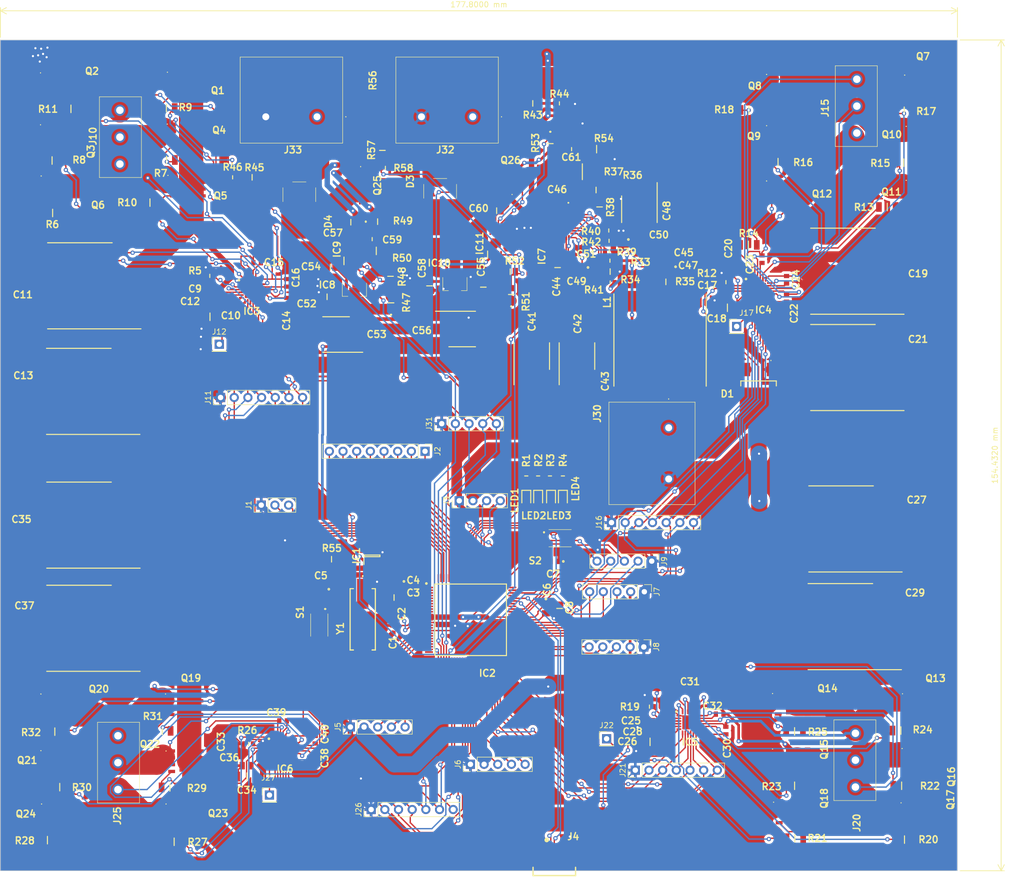
<source format=kicad_pcb>
(kicad_pcb (version 20221018) (generator pcbnew)
  (layers (0 "F.Cu" signal) (31 "B.Cu" signal) (34 "B.Paste" user) (35 "F.Paste" user) (36 "B.SilkS" user "B.Silkscreen") (37 "F.SilkS" user "F.Silkscreen") (38 "B.Mask" user) (39 "F.Mask" user) (44 "Edge.Cuts" user))
  (net 0 "")
  (net 1 "GND")
  (net 2 "Net-(IC2-PF1-OSC_OUT)")
  (net 3 "Net-(IC2-PF0-OSC_IN)")
  (net 4 "MCU_VDD")
  (net 5 "MCU_NRST")
  (net 6 "SWCLK_BOOT")
  (net 7 "ChargerCurrent+")
  (net 8 "Net-(IC3-REG12)")
  (net 9 "+28V")
  (net 10 "M0_BOOT3")
  (net 11 "M0_MOTOR_W")
  (net 12 "M0_BOOT1")
  (net 13 "M0_MOTOR_U")
  (net 14 "M0_BOOT2")
  (net 15 "M0_MOTOR_V")
  (net 17 "Net-(IC4-REG12)")
  (net 18 "M1_BOOT3")
  (net 19 "M1_MOTOR_W")
  (net 20 "M1_BOOT1")
  (net 21 "M1_MOTOR_U")
  (net 22 "M1_BOOT2")
  (net 23 "M1_MOTOR_V")
  (net 24 "ChargerCurrentDiv+")
  (net 25 "Net-(IC5-REG12)")
  (net 26 "M2_BOOT3")
  (net 27 "M2_MOTOR_W")
  (net 28 "M2_BOOT1")
  (net 29 "M2_MOTOR_U")
  (net 30 "M2_BOOT2")
  (net 31 "M2_MOTOR_V")
  (net 32 "Net-(IC6-REG12)")
  (net 33 "M3_BOOT3")
  (net 34 "M3_MOTOR_W")
  (net 35 "M3_BOOT1")
  (net 36 "M3_MOTOR_U")
  (net 37 "M3_BOOT2")
  (net 38 "M3_MOTOR_V")
  (net 39 "+5V")
  (net 40 "Net-(IC7-VDRV)")
  (net 41 "Net-(C45-Pad2)")
  (net 42 "Net-(IC7-BOOT)")
  (net 43 "Net-(C46-Pad2)")
  (net 44 "Net-(IC7-VSNS)")
  (net 45 "Net-(IC7-SS)")
  (net 46 "Net-(C50-Pad1)")
  (net 47 "Net-(IC7-ULTRASONIC)")
  (net 48 "PowerIn+")
  (net 49 "Net-(IC8-VOUT)")
  (net 50 "Net-(IC9-BST)")
  (net 51 "Battery+")
  (net 52 "Net-(IC10-VOUT)")
  (net 53 "Net-(C59-Pad1)")
  (net 54 "Net-(IC9-TGDN)")
  (net 55 "Net-(IC11-BST)")
  (net 56 "Net-(C61-Pad1)")
  (net 57 "Net-(IC11-TGDN)")
  (net 58 "+3.3V")
  (net 59 "ChargerDiv+")
  (net 60 "CHARGER+")
  (net 61 "BatteryDiv+")
  (net 62 "M0_EN1")
  (net 63 "M0_IN1")
  (net 64 "M0_EN2")
  (net 65 "M0_IN2")
  (net 66 "M0_IN3")
  (net 67 "M0_EN3")
  (net 72 "M0_HALL1")
  (net 73 "M0_HALL2")
  (net 74 "M0_HALL3")
  (net 80 "MAIN_POWER_ON")
  (net 81 "BAT_CHARGE_ON")
  (net 82 "M3_EN1")
  (net 83 "M3_EN2")
  (net 86 "M3_EN3")
  (net 87 "M3_IN1")
  (net 88 "M3_IN2")
  (net 89 "M3_IN3")
  (net 90 "M3_HALL1")
  (net 91 "M3_HALL2")
  (net 92 "M3_HALL3")
  (net 95 "M2_EN1")
  (net 97 "M2_EN2")
  (net 98 "M2_EN3")
  (net 99 "M2_IN1")
  (net 100 "M2_IN2")
  (net 101 "M2_IN3")
  (net 102 "M2_HALL1")
  (net 103 "M2_HALL2")
  (net 104 "M2_HALL3")
  (net 108 "M1_HALL1")
  (net 109 "M1_HALL2")
  (net 110 "M1_HALL3")
  (net 111 "M1_IN1")
  (net 112 "M1_IN2")
  (net 113 "M1_IN3")
  (net 114 "M1_EN1")
  (net 115 "M1_EN2")
  (net 116 "M1_EN3")
  (net 119 "USB_DM")
  (net 120 "USB_DP")
  (net 122 "SWDIO")
  (net 130 "USART2_TX")
  (net 131 "USART2_RX")
  (net 133 "MCU_LED1")
  (net 134 "MCU_LED2")
  (net 135 "MCU_LED3")
  (net 136 "MCU_LED4")
  (net 137 "Net-(IC2-PF13)")
  (net 138 "Net-(IC2-PB3)")
  (net 139 "Net-(IC2-PB4)")
  (net 140 "Net-(IC2-PB5)")
  (net 141 "Net-(IC2-PE0)")
  (net 142 "Net-(IC2-PE1)")
  (net 143 "Net-(IC2-PE2)")
  (net 144 "Net-(IC2-PE3)")
  (net 145 "USART1_TX")
  (net 146 "USART1_RX")
  (net 148 "Net-(IC3-DT{slash}MODE)")
  (net 149 "Net-(IC3-NFAULT)")
  (net 150 "M0_GHS3")
  (net 151 "M0_GLS3")
  (net 152 "M0_GHS2")
  (net 153 "M0_GLS2")
  (net 154 "M0_GHS1")
  (net 155 "M0_GLS1")
  (net 156 "Net-(IC4-DT{slash}MODE)")
  (net 157 "Net-(IC4-NFAULT)")
  (net 158 "M1_GHS3")
  (net 159 "M1_GLS3")
  (net 160 "M1_GHS2")
  (net 161 "M1_GLS2")
  (net 162 "M1_GHS1")
  (net 163 "M1_GLS1")
  (net 164 "Net-(IC5-DT{slash}MODE)")
  (net 165 "Net-(IC5-NFAULT)")
  (net 166 "M2_GHS3")
  (net 167 "M2_GLS3")
  (net 168 "M2_GHS2")
  (net 169 "M2_GLS2")
  (net 170 "M2_GHS1")
  (net 171 "M2_GLS1")
  (net 172 "Net-(IC6-DT{slash}MODE)")
  (net 173 "Net-(IC6-NFAULT)")
  (net 174 "M3_GHS3")
  (net 175 "M3_GLS3")
  (net 176 "M3_GHS2")
  (net 177 "M3_GLS2")
  (net 178 "M3_GHS1")
  (net 179 "M3_GLS1")
  (net 180 "Net-(IC7-PGOOD)")
  (net 181 "Net-(IC7-EN)")
  (net 182 "Net-(IC7-PHASE_1)")
  (net 183 "Net-(IC7-SW_1)")
  (net 185 "Net-(IC7-COMP)")
  (net 186 "Net-(IC7-VFB)")
  (net 187 "Net-(IC7-FSW)")
  (net 188 "Net-(IC7-ILIM)")
  (net 189 "Net-(IC7-MODE)")
  (net 191 "Net-(IC9-TGUP)")
  (net 194 "Net-(IC11-TGUP)")
  (net 198 "Net-(LED1-K)")
  (net 199 "Net-(LED2-K)")
  (net 200 "Net-(LED3-K)")
  (net 201 "Net-(LED4-K)")
  (net 202 "Net-(Q1-G)")
  (net 203 "Net-(Q2-G)")
  (net 204 "Net-(Q3-G)")
  (net 205 "Net-(Q4-G)")
  (net 206 "Net-(Q5-G)")
  (net 207 "Net-(Q6-G)")
  (net 208 "Net-(Q7-G)")
  (net 209 "Net-(Q8-G)")
  (net 210 "Net-(Q9-G)")
  (net 211 "Net-(Q10-G)")
  (net 212 "Net-(Q11-G)")
  (net 213 "Net-(Q12-G)")
  (net 214 "Net-(Q13-G)")
  (net 215 "Net-(Q14-G)")
  (net 216 "Net-(Q15-G)")
  (net 217 "Net-(Q16-G)")
  (net 218 "Net-(Q17-G)")
  (net 219 "Net-(Q18-G)")
  (net 220 "Net-(Q19-G)")
  (net 221 "Net-(Q20-G)")
  (net 222 "Net-(Q21-G)")
  (net 223 "Net-(Q22-G)")
  (net 224 "Net-(Q23-G)")
  (net 225 "Net-(Q24-G)")
  (net 226 "Net-(IC9-OVLO)")
  (net 227 "Net-(IC11-OVLO)")
  (footprint "SamacSysLibrary:RESC7146X175N" (layer "F.Cu") (at 96.2152 26.7888 90)
    (fp_text reference "R56")
    (fp_text value "WSHP2818R1000FEB" hide)
  )
  (footprint "SamacSysLibrary:CAPC1608X90N" (layer "F.Cu") (at 173.2342 57.5342 90)
    (fp_text reference "C24")
    (fp_text value "GRM188R6YA225MA12D" hide)
  )
  (footprint "SamacSysLibrary:RESC1608X55N" (layer "F.Cu") (at 66.0778 56.8044)
    (fp_text reference "R5")
    (fp_text value "CRCW0603200KFKEAC" hide)
  )
  (footprint "SamacSysLibrary:CAPC2012X95N" (layer "F.Cu") (at 106.895 58.661 -90)
    (fp_text reference "C58")
    (fp_text value "CL21A475KLCLQNC" hide)
  )
  (footprint "Connector_PinHeader_2.54mm:PinHeader_1x05_P2.54mm_Vertical" (layer "F.Cu") (at 146.812 115.5192 -90)
    (fp_text reference "J7")
    (fp_text value "Conn_01x05_Socket")
  )
  (footprint "SamacSysLibrary:CAPAE660X770N" (layer "F.Cu") (at 125.895 72.541 90)
    (fp_text reference "C41")
    (fp_text value "865080545011" hide)
  )
  (footprint "SamacSysLibrary:CAPC2012X135N" (layer "F.Cu") (at 147.9254 141.2646 180)
    (fp_text reference "C28")
    (fp_text value "885012207100" hide)
  )
  (footprint "SamacSysLibrary:CAPC3216X180N" (layer "F.Cu") (at 66.1158 64.4044 180)
    (fp_text reference "C10")
    (fp_text value "C3216X5R1V226M160AC" hide)
  )
  (footprint "SamacSysLibrary:RESC6332X70N" (layer "F.Cu") (at 135.295 37.441 180)
    (fp_text reference "R37")
    (fp_text value "CRCW25123R30FKEG" hide)
  )
  (footprint "SamacSysLibrary:SiC462EDT1GE3" (layer "F.Cu") (at 130.425 47.167 -90)
    (fp_text reference "IC7")
    (fp_text value "SiC462ED-T1-GE3" hide)
  )
  (footprint "SamacSysLibrary:RESC2012X60N" (layer "F.Cu") (at 98.1456 33.4772 90)
    (fp_text reference "R57")
    (fp_text value "CR0805-FX-5603ELF" hide)
  )
  (footprint "SamacSysLibrary:RESC3216X70N" (layer "F.Cu") (at 194.4624 141.3256)
    (fp_text reference "R24")
    (fp_text value "RK73B2BTTD100J" hide)
  )
  (footprint "SamacSysLibrary:RESC1608X55N" (layer "F.Cu") (at 140.462 58.039)
    (fp_text reference "R41")
    (fp_text value "ERJ-3EKF2323V" hide)
  )
  (footprint "SamacSysLibrary:CAPC1608X90N" (layer "F.Cu") (at 155.0924 133.9596 180)
    (fp_text reference "C31")
    (fp_text value "GRM188R6YA225MA12D" hide)
  )
  (footprint "SamacSysLibrary:CAPC1608X90N" (layer "F.Cu") (at 74.8788 54.3564 180)
    (fp_text reference "C15")
    (fp_text value "GRM188R6YA225MA12D" hide)
  )
  (footprint "SamacSysLibrary:CAPC1005X55N" (layer "F.Cu") (at 133.144 52.841)
    (fp_text reference "C51")
    (fp_text value "GRM155R61H105KE05D" hide)
  )
  (footprint "SamacSysLibrary:RESC1608X55N" (layer "F.Cu") (at 129.28 93.995 -90)
    (fp_text reference "R3")
    (fp_text value "CRCW06032K00FKEAC" hide)
  )
  (footprint "SamacSysLibrary:QFN50P400X400X100-25N-D" (layer "F.Cu") (at 155.1704 139.8066)
    (fp_text reference "IC5")
    (fp_text value "STDRIVE101" hide)
  )
  (footprint "SamacSysLibrary:SOP50P490X110-11N" (layer "F.Cu") (at 119.195 50.681 90)
    (fp_text reference "IC11")
    (fp_text value "LTC7004EMSE#PBF" hide)
  )
  (footprint "SamacSysLibrary:RESC3216X70N" (layer "F.Cu") (at 194.9952 35.7632)
    (fp_text reference "R15")
    (fp_text value "RK73B2BTTD100J" hide)
  )
  (footprint "SamacSysLibrary:RESC1608X55N" (layer "F.Cu") (at 140.297 52.197)
    (fp_text reference "R39")
    (fp_text value "RC0603FR-1052K3L" hide)
  )
  (footprint "SamacSysLibrary:QFN50P400X400X100-25N-D" (layer "F.Cu") (at 73.8828 59.6084)
    (fp_text reference "IC3")
    (fp_text value "STDRIVE101" hide)
  )
  (footprint "Connector_PinHeader_2.54mm:PinHeader_1x01_P2.54mm_Vertical" (layer "F.Cu") (at 163.9672 66.2012)
    (fp_text reference "J17")
    (fp_text value "Conn_01x01_Pin")
  )
  (footprint "SamacSysLibrary:CAPC2012X135N" (layer "F.Cu") (at 66.1158 61.5954 180)
    (fp_text reference "C12")
    (fp_text value "885012207100" hide)
  )
  (footprint "SamacSysLibrary:SIR500DPT1RE3" (layer "F.Cu") (at 199.029 21.391)
    (fp_text reference "Q7")
    (fp_text value "SIR500DP-T1-RE3" hide)
  )
  (footprint "SamacSysLibrary:ZXTR2012Z7" (layer "F.Cu") (at 92.9482 59.3566 180)
    (fp_text reference "IC8")
    (fp_text value "ZXTR2012Z-7" hide)
  )
  (footprint "SamacSysLibrary:LEDC1608X80N" (layer "F.Cu") (at 127.08 98.245 -90)
    (fp_text reference "LED2")
    (fp_text value "150060VS75000" hide)
  )
  (footprint "SamacSysLibrary:CAPAE1600X1700N" (layer "F.Cu") (at 185.233 122.006 180)
    (fp_text reference "C29")
    (fp_text value "865080663020" hide)
  )
  (footprint "SamacSysLibrary:CAPAE660X550N" (layer "F.Cu") (at 90.3674 67.7032 180)
    (fp_text reference "C53")
    (fp_text value "865080543009" hide)
  )
  (footprint "SamacSysLibrary:RESC2012X60N" (layer "F.Cu") (at 88.6968 109.474 180)
    (fp_text reference "R55")
    (fp_text value "CRCW080510K0FKEAC" hide)
  )
  (footprint "SamacSysLibrary:RESC3216X70N" (layer "F.Cu") (at 36.8808 45.1104 180)
    (fp_text reference "R6")
    (fp_text value "RK73B2BTTD100J" hide)
  )
  (footprint "SamacSysLibrary:C0805" (layer "F.Cu") (at 86.445 115.05 180)
    (fp_text reference "C5")
    (fp_text value "C0805C333K1RECAUTO" hide)
  )
  (footprint "SamacSysLibrary:RESC1608X55N" (layer "F.Cu") (at 131.68 93.995 -90)
    (fp_text reference "R4")
    (fp_text value "CRCW06032K00FKEAC" hide)
  )
  (footprint "SamacSysLibrary:CAPC1608X90N" (layer "F.Cu") (at 161.9504 141.3256 90)
    (fp_text reference "C30")
    (fp_text value "GRM188R6YA225MA12D" hide)
  )
  (footprint "SamacSysLibrary:RESC3216X70N" (layer "F.Cu") (at 38.2016 151.8412 180)
    (fp_text reference "R30")
    (fp_text value "RK73B2BTTD100J" hide)
  )
  (footprint "SamacSysLibrary:RESC3216X70N" (layer "F.Cu") (at 58.0136 25.6032 180)
    (fp_text reference "R9")
    (fp_text value "RK73B2BTTD100J" hide)
  )
  (footprint "SamacSysLibrary:TB003500P03BE" (layer "F.Cu") (at 49.022 142.2908 -90)
    (fp_text reference "J25")
    (fp_text value "TB003-500-P03BE" hide)
  )
  (footprint "SamacSysLibrary:RESC3216X70N" (layer "F.Cu") (at 40.2844 25.7556 180)
    (fp_text reference "R11")
    (fp_text value "RK73B2BTTD100J" hide)
  )
  (footprint "SamacSysLibrary:RESC3216X70N" (layer "F.Cu") (at 97.0122 52.1584 180)
    (fp_text reference "R50")
    (fp_text value "RK73B2BTTD100J" hide)
  )
  (footprint "SamacSysLibrary:PTS810SJG250SMTRLFS" (layer "F.Cu") (at 86.42 121.725 -90)
    (fp_text reference "S1")
    (fp_text value "PTS810SJM250SMTRLFS" hide)
  )
  (footprint "SamacSysLibrary:CAPC1608X90N" (layer "F.Cu") (at 160.8074 138.2776)
    (fp_text reference "C32")
    (fp_text value "GRM188R6YA225MA12D" hide)
  )
  (footprint "SamacSysLibrary:CAPC1608X90N" (layer "F.Cu") (at 80.4018 61.5954 90)
    (fp_text reference "C14")
    (fp_text value "GRM188R6YA225MA12D" hide)
  )
  (footprint "SamacSysLibrary:C0805" (layer "F.Cu") (at 100.395 113.6 180)
    (fp_text reference "C4")
    (fp_text value "C0805C333K1RECAUTO" hide)
  )
  (footprint "SamacSysLibrary:CAPAE660X770N" (layer "F.Cu") (at 134.295 72.541 90)
    (fp_text reference "C42")
    (fp_text value "865080545011" hide)
  )
  (footprint "SamacSysLibrary:RESC2012X60N" (layer "F.Cu") (at 150.815 57.912 180)
    (fp_text reference "R35")
    (fp_text value "CR0805-FX-8661ELF" hide)
  )
  (footprint "SamacSysLibrary:RESC3216X70N" (layer "F.Cu") (at 166.2424 25.9588)
    (fp_text reference "R18")
    (fp_text value "RK73B2BTTD100J" hide)
  )
  (footprint "SamacSysLibrary:CAPC1608X90N" (layer "F.Cu") (at 150.938 52.832)
    (fp_text reference "C45")
    (fp_text value "06035C182KAT2A" hide)
  )
  (footprint "SamacSysLibrary:INDPM172172X700N" (layer "F.Cu") (at 149.733 68.727 90)
    (fp_text reference "L1")
    (fp_text value "IHLP6767GZER4R7M11" hide)
  )
  (footprint "SamacSysLibrary:CAPC3216X180N" (layer "F.Cu") (at 72.996 149.884 180)
    (fp_text reference "C34")
    (fp_text value "C3216X5R1V226M160AC" hide)
  )
  (footprint "Connector_PinHeader_2.54mm:PinHeader_1x07_P2.54mm_Vertical" (layer "F.Cu") (at 68.082 79.413 90)
    (fp_text reference "J11")
    (fp_text value "Conn_01x07_Pin")
  )
  (footprint "SamacSysLibrary:RESC1608X55N" (layer "F.Cu") (at 127.08 93.995 -90)
    (fp_text reference "R2")
    (fp_text value "CRCW06032K00FKEAC" hide)
  )
  (footprint "SamacSysLibrary:SIR500DPT1RE3" (layer "F.Cu") (at 62.028 30.502)
    (fp_text reference "Q4")
    (fp_text value "SIR500DP-T1-RE3" hide)
  )
  (footprint "SamacSysLibrary:RESC2012X60N" (layer "F.Cu") (at 126.0856 24.7396 180)
    (fp_text reference "R43")
    (fp_text value "CR0805-FX-5603ELF" hide)
  )
  (footprint "SamacSysLibrary:RESC1608X55N" (layer "F.Cu") (at 70.32 38.481 180)
    (fp_text reference "R46")
    (fp_text value "RC0603FR-1052K3L" hide)
  )
  (footprint "SamacSysLibrary:RESC3216X70N" (layer "F.Cu") (at 166.1516 51.0374)
    (fp_text reference "R14")
    (fp_text value "RK73B2BTTD100J" hide)
  )
  (footprint "SamacSysLibrary:RESC3216X70N" (layer "F.Cu") (at 54.9656 43.18)
    (fp_text reference "R10")
    (fp_text value "RK73B2BTTD100J" hide)
  )
  (footprint "SamacSysLibrary:CAPC2012X95N" (layer "F.Cu") (at 119.375 44.681)
    (fp_text reference "C60")
    (fp_text value "CL21A475KLCLQNC" hide)
  )
  (footprint "SamacSysLibrary:QFN50P400X400X100-25N-D" (layer "F.Cu") (at 79.462 144.849)
    (fp_text reference "IC6")
    (fp_text value "STDRIVE101" hide)
  )
  (footprint "SamacSysLibrary:RESC3216X70N" (layer "F.Cu") (at 37.2872 141.5288 180)
    (fp_text reference "R32")
    (fp_text value "RK73B2BTTD100J" hide)
  )
  (footprint "SamacSysLibrary:CAPAE1600X1700N" (layer "F.Cu") (at 43.783 122.315 180)
    (fp_text reference "C37")
    (fp_text value "865080663020" hide)
  )
  (footprint "SamacSysLibrary:RESC1608X55N" (layer "F.Cu") (at 140.424 53.975)
    (fp_text reference "R33")
    (fp_text value "RC0603FR-1052K3L" hide)
  )
  (footprint "SamacSysLibrary:CAPC2012X95N" (layer "F.Cu") (at 131.064 118.6252 -90)
    (fp_text reference "C8")
    (fp_text value "CL21A475KLCLQNC" hide)
  )
  (footprint "SamacSysLibrary:TB003500P03BE" (layer "F.Cu") (at 49.3776 26.0172 -90)
    (fp_text reference "J10")
    (fp_text value "TB003-500-P03BE" hide)
  )
  (footprint "SamacSysLibrary:RESC1608X55N" (layer "F.Cu") (at 98.7044 36.7284)
    (fp_text reference "R58")
    (fp_text value "RC0603FR-1052K3L" hide)
  )
  (footprint "SamacSysLibrary:PTS810SJG250SMTRLFS" (layer "F.Cu") (at 131.1734 105.5706)
    (fp_text reference "S2")
    (fp_text value "PTS810SJM250SMTRLFS" hide)
  )
  (footprint "SamacSysLibrary:SIR500DPT1RE3" (layer "F.Cu") (at 174.676 156.55)
    (fp_text reference "Q18")
    (fp_text value "SIR500DP-T1-RE3" hide)
  )
  (footprint "SamacSysLibrary:LEDC1608X80N" (layer "F.Cu") (at 124.88 98.245 -90)
    (fp_text reference "LED1")
    (fp_text value "150060VS75000" hide)
  )
  (footprint "SamacSysLibrary:C0805" (layer "F.Cu") (at 128.524 118.629 -90)
    (fp_text reference "C6")
    (fp_text value "C0805C333K1RECAUTO" hide)
  )
  (footprint "Connector_PinHeader_2.54mm:PinHeader_1x03_P2.54mm_Vertical" (layer "F.Cu") (at 75.6412 99.4156 90)
    (fp_text reference "J1")
    (fp_text value "Conn_01x03_Socket")
  )
  (footprint "SamacSysLibrary:CAPC2012X95N" (layer "F.Cu") (at 130.695 55.261 90)
    (fp_text reference "C44")
    (fp_text value "CL21A475KLCLQNC" hide)
  )
  (footprint "SamacSysLibrary:SOT96P240X110-3N" (layer "F.Cu") (at 96.245 108.85 90)
    (fp_text reference "IC1")
    (fp_text value "AP7375-33SA-7" hide)
  )
  (footprint "SamacSysLibrary:1902547" (layer "F.Cu") (at 114.93 27.2288 180)
    (fp_text reference "J32")
    (fp_text value "1902547" hide)
  )
  (footprint "Connector_PinHeader_2.54mm:PinHeader_1x01_P2.54mm_Vertical" (layer "F.Cu") (at 77.1652 153.3144)
    (fp_text reference "J27")
    (fp_text value "Conn_01x01_Pin")
  )
  (footprint "SamacSysLibrary:ERJ6ENF1000V" (layer "F.Cu") (at 129.345 32.216 -90)
    (fp_text reference "R53")
    (fp_text value "ERJ-6ENF2213V" hide)
  )
  (footprint "SamacSysLibrary:RESC2012X60N" (layer "F.Cu") (at 140.462 56.007 180)
    (fp_text reference "R34")
    (fp_text value "CRCW080510K0FKEAC" hide)
  )
  (footprint "SamacSysLibrary:RESC3216X70N" (layer "F.Cu") (at 35.9156 161.6964 180)
    (fp_text reference "R28")
    (fp_text value "RK73B2BTTD100J" hide)
  )
  (footprint "SamacSysLibrary:RESC2012X60N" (layer "F.Cu") (at 138.495 43.991 90)
    (fp_text reference "R38")
    (fp_text value "CR0805-FX-1023ELF" hide)
  )
  (footprint "SamacSysLibrary:SIR500DPT1RE3" (layer "F.Cu") (at 62.155 40.027)
    (fp_text reference "Q5")
    (fp_text value "SIR500DP-T1-RE3" hide)
  )
  (footprint "Connector_PinHeader_2.54mm:PinHeader_1x01_P2.54mm_Vertical" (layer "F.Cu") (at 67.8434 69.5198)
    (fp_text reference "J12")
    (fp_text value "Conn_01x01_Pin")
  )
  (footprint "SamacSysLibrary:CAPC2012X95N" (layer "F.Cu") (at 116.895 58.901 90)
    (fp_text reference "C55")
    (fp_text value "CL21A475KLCLQNC" hide)
  )
  (footprint "SamacSysLibrary:CAPC1608X90N" (layer "F.Cu") (at 133.895 40.441)
    (fp_text reference "C46")
    (fp_text value "CL10B104KB8NNNC" hide)
  )
  (footprint "SamacSysLibrary:SIR500DPT1RE3" (layer "F.Cu") (at 61.803 156.88)
    (fp_text reference "Q23")
    (fp_text value "SIR500DP-T1-RE3" hide)
  )
  (footprint "SamacSysLibrary:CAPC1608X90N" (layer "F.Cu") (at 80.3398 58.1044 90)
    (fp_text reference "C16")
    (fp_text value "GRM188R6YA225MA12D" hide)
  )
  (footprint "SamacSysLibrary:CAPC2012X135N" (layer "F.Cu") (at 163.4372 55.1352 90)
    (fp_text reference "C20")
    (fp_text value "885012207100" hide)
  )
  (footprint "SamacSysLibrary:SIR500DPT1RE3" (layer "F.Cu") (at 38.552 146.974)
    (fp_text reference "Q21")
    (fp_text value "SIR500DP-T1-RE3" hide)
  )
  (footprint "SamacSysLibrary:CAPC1608X90N" (layer "F.Cu") (at 100.095 122.5 -90)
    (fp_text reference "C1")
    (fp_text value "CL10B104KB8NNNC" hide)
  )
  (footprint "SamacSysLibrary:FERD20H100SBTR" (layer "F.Cu") (at 82.712 42.61 90)
    (fp_text reference "D4")
    (fp_text value "FERD20H100SB-TR" hide)
  )
  (footprint "SamacSysLibrary:SIR500DPT1RE3" (layer "F.Cu") (at 38.481 20.968)
    (fp_text reference "Q2")
    (fp_text value "SIR500DP-T1-RE3" hide)
  )
  (footprint "SamacSysLibrary:ABLS8000MHZB4T2" (layer "F.Cu") (at 94.495 120.65 -90)
    (fp_text reference "Y1")
    (fp_text value "ABLS-8.000MHZ-B4-T" hide)
  )
  (footprint "SamacSysLibrary:CAPC2012X95N" (layer "F.Cu") (at 100.315 116.6 180)
    (fp_text reference "C3")
    (fp_text value "CL21A475KLCLQNC" hide)
  )
  (footprint "SamacSysLibrary:CAPC2012X95N" (layer "F.Cu") (at 88.485 55.1556 180)
    (fp_text reference "C54")
    (fp_text value "CL21A475KLCLQNC" hide)
  )
  (footprint "SamacSysLibrary:RESC3216X70N" (layer "F.Cu") (at 174.7768 161.3408)
    (fp_text reference "R21")
    (fp_text value "RK73B2BTTD100J" hide)
  )
  (footprint "SamacSysLibrary:CAPC1608X90N" (layer "F.Cu") (at 85.665 143.026 90)
    (fp_text reference "C40")
    (fp_text value "GRM188R6YA225MA12D" hide)
  )
  (footprint "SamacSysLibrary:SIR500DPT1RE3" (layer "F.Cu") (at 38.552 136.433)
    (fp_text reference "Q20")
    (fp_text value "SIR500DP-T1-RE3" hide)
  )
  (footprint "Connector_PinHeader_2.54mm:PinHeader_1x07_P2.54mm_Vertical" (layer "F.Cu") (at 96.0628 156.0068 90)
    (fp_text reference "J26")
    (fp_text value "Conn_01x07_Pin")
  )
  (footprint "SamacSysLibrary:CAPC2012X95N" (layer "F.Cu") (at 92.2806 46.8244)
    (fp_text reference "C57")
    (fp_text value "CL21A475KLCLQNC" hide)
  )
  (footprint "SamacSysLibrary:CAPC1608X90N" (layer "F.Cu") (at 66.3078 59.2044 180)
    (fp_text reference "C9")
    (fp_text value "CL10B104KB8NNNC" hide)
  )
  (footprint "SamacSysLibrary:CAPC1608X80N" (layer "F.Cu") (at 133.295 33.241 180)
    (fp_text reference "C61")
    (fp_text value "C1608X7R1V474K080AE" hide)
  )
  (footprint "SamacSysLibrary:QFN50P400X400X100-25N-D" (layer "F.Cu") (at 168.0972 59.3852)
    (fp_text reference "IC4")
    (fp_text value "STDRIVE101" hide)
  )
  (footprint "SamacSysLibrary:C0603" (layer "F.Cu") (at 145.495 50.041)
    (fp_text reference "C50")
    (fp_text value "C0603C471K2RACAUTO" hide)
  )
  (footprint "SamacSysLibrary:ERJ6ENF1000V" (layer "F.Cu") (at 99.7554 61.817 90)
    (fp_text reference "R47")
    (fp_text value "ERJ-6ENF2213V" hide)
  )
  (footprint "Connector_PinHeader_2.54mm:PinHeader_1x05_P2.54mm_Vertical" (layer "F.Cu") (at 92.202 140.6652 90)
    (fp_text reference "J5")
    (fp_text value "Conn_01x05_Socket")
  )
  (footprint "SamacSysLibrary:CAPC1608X90N" (layer "F.Cu") (at 168.6662 53.6932 90)
    (fp_text reference "C23")
    (fp_text value "GRM188R6YA225MA12D" hide)
  )
  (footprint "SamacSysLibrary:RESC3216X70N" (layer "F.Cu") (at 58.674 151.892 180)
    (fp_text reference "R29")
    (fp_text value "RK73B2BTTD100J" hide)
  )
  (footprint "SamacSysLibrary:CAPC1608X90N" (layer "F.Cu") (at 79.696 139.535 180)
    (fp_text reference "C39")
    (fp_text value "GRM188R6YA225MA12D" hide)
  )
  (footprint "SamacSysLibrary:RESC1608X55N" (layer "F.Cu") (at 73.308 143.788)
    (fp_text reference "R26")
    (fp_text value "CRCW0603200KFKEAC" hide)
  )
  (footprint "SamacSysLibrary:RESC2012X60N" (layer "F.Cu") (at 99.6538 56.8828 90)
    (fp_text reference "R48")
    (fp_text value "CR0805-FX-1212ELF" hide)
  )
  (footprint "SamacSysLibrary:RESC1608X55N" (layer "F.Cu") (at 131.0356 24.7396)
    (fp_text reference "R44")
    (fp_text value "RC0603FR-1052K3L" hide)
  )
  (footprint "SamacSysLibrary:SIR500DPT1RE3" (layer "F.Cu") (at 61.805 147.025)
    (fp_text reference "Q22")
    (fp_text value "SIR500DP-T1-RE3" hide)
  )
  (footprint "SamacSysLibrary:CAPC1608X90N" (layer "F.Cu") (at 85.665 147.025 90)
    (fp_text reference "C38")
    (fp_text value "GRM188R6YA225MA12D" hide)
  )
  (footprint "SamacSysLibrary:SIR500DPT1RE3" (layer "F.Cu") (at 198.36 156.667)
    (fp_text reference "Q17")
    (fp_text value "SIR500DP-T1-RE3" hide)
  )
  (footprint "SamacSysLibrary:RESC3216X70N" (layer "F.Cu") (at 194.6148 151.5872)
    (fp_text reference "R22")
    (fp_text value "RK73B2BTTD100J" hide)
  )
  (footprint "SamacSysLibrary:CAPC1608X90N" (layer "F.Cu") (at 173.2342 60.9012 90)
    (fp_text reference "C22")
    (fp_text value "GRM188R6YA225MA12D" hide)
  )
  (footprint "SamacSysLibrary:SIR500DPT1RE3" (layer "F.Cu") (at 62.06 20.85)
    (fp_text reference "Q1")
    (fp_text value "SIR500DP-T1-RE3" hide)
  )
  (footprint "Connector_PinHeader_2.54mm:PinHeader_1x01_P2.54mm_Vertical" (layer "F.Cu") (at 139.8016 142.8496)
    (fp_text reference "J22")
    (fp_text value "Conn_01x01_Pin")
  )
  (footprint "SamacSysLibrary:RESC3216X70N" (layer "F.Cu") (at 36.7792 35.3568 180)
    (fp_text reference "R8")
    (fp_text value "RK73B2BTTD100J" hide)
  )
  (footprint "SamacSysLibrary:RESC1608X55N" (layer "F.Cu") (at 147.7604 136.8806)
    (fp_text reference "R19")
    (fp_text value "CRCW0603200KFKEAC" hide)
  )
  (footprint "SamacSysLibrary:CAPC1608X90N" (layer "F.Cu") (at 161.9472 60.1352 180)
    (fp_text reference "C17")
    (fp_text value "CL10B104KB8NNNC" hide)
  )
  (footprint "SamacSysLibrary:CAPAE1600X1700N" (layer "F.Cu") (at 185.71 73.842 180)
    (fp_text reference "C21")
    (fp_text value "865080663020" hide)
  )
  (footprint "Connector_PinHeader_2.54mm:PinHeader_1x05_P2.54mm_Vertical" (layer "F.Cu") (at 109.1692 84.2772 90)
    (fp_text reference "J31")
    (fp_text value "Conn_01x05_Pin")
  )
  (footprint "SamacSysLibrary:RESC3216X70N" (layer "F.Cu") (at 57.2516 141.3764 180)
    (fp_text reference "R31")
    (fp_text value "RK73B2BTTD100J" hide)
  )
  (footprint "SamacSysLibrary:CAPC1608X80N" (layer "F.Cu") (at 96.2502 49.974 180)
    (fp_text reference "C59")
    (fp_text value "C1608X7R1V474K080AE" hide)
  )
  (footprint "SamacSysLibrary:SIR500DPT1RE3" (layer "F.Cu") (at 199.315 40.949)
    (fp_text reference "Q11")
    (fp_text value "SIR500DP-T1-RE3" hide)
  )
  (footprint "SamacSysLibrary:RESC3216X70N" (layer "F.Cu") (at 58.0396 35.2552 180)
    (fp_text reference "R7")
    (fp_text value "RK73B2BTTD100J" hide)
  )
  (footprint "Connector_PinHeader_2.54mm:PinHeader_1x08_P2.54mm_Vertical" (layer "F.Cu") (at 106.0704 89.408 -90)
    (fp_text reference "J2")
    (fp_text value "Conn_01x08_Pin")
  )
  (footprint "SamacSysLibrary:LEDC1608X80N" (layer "F.Cu") (at 131.68 98.245 -90)
    (fp_text reference "LED4")
    (fp_text value "150060VS75000" hide)
  )
  (footprint "SamacSysLibrary:C0603" (layer "F.Cu") (at 130.1116 109.8804 180)
    (fp_text reference "C7")
    (fp_text value "C0603C471K2RACAUTO" hide)
  )
  (footprint "SamacSysLibrary:1902547" (layer "F.Cu") (at 86.0044 27.2288 180)
    (fp_text reference "J33")
    (fp_text value "1902547" hide)
  )
  (footprint "Connector_PinHeader_2.54mm:PinHeader_1x05_P2.54mm_Vertical" (layer "F.Cu") (at 146.7104 125.7808 -90)
    (fp_text reference "J8")
    (fp_text value "Conn_01x05_Socket")
  )
  (footprint "SamacSysLibrary:CAPAE1600X1700N" (layer "F.Cu") (at 185.71 55.935 180)
    (fp_text reference "C19")
    (fp_text value "865080663020" hide)
  )
  (footprint "SamacSysLibrary:QFP50P1600X1600X160-100N" (layer "F.Cu") (at 114.545 120.738)
    (fp_text reference "IC2")
    (fp_text value "STM32G0B1VET6" hide)
  )
  (footprint "SamacSysLibrary:AZ1084CD33TRG1" (layer "F.Cu") (at 168.0312 79.3852 180)
    (fp_text reference "D1")
    (fp_text value "AZ1084CD-3.3TRG1" hide)
  )
  (footprint "SamacSysLibrary:RESC2012X60N" (layer "F.Cu") (at 121.895 56.041 180)
    (fp_text reference "R52")
    (fp_text value "CR0805-FX-1212ELF" hide)
  )
  (footprint "SamacSysLibrary:RESC3216X70N" (layer "F.Cu") (at 137.945 33.241)
    (fp_text reference "R54")
    (fp_text value "RK73B2BTTD100J" hide)
  )
  (footprint "SamacSysLibrary:RESC2012X60N" (layer "F.Cu") (at 137.845 40.841 180)
    (fp_text reference "R36")
    (fp_text value "CR0805-FX-5603ELF" hide)
  )
  (footprint "SamacSysLibrary:TB003500P03BE" (layer "F.Cu") (at 186.0296 151.8336 90)
    (fp_text reference "J20")
    (fp_text value "TB003-500-P03BE" hide)
  )
  (footprint "SamacSysLibrary:RESC3216X70N" (layer "F.Cu") (at 191.9472 43.9928)
    (fp_text reference "R13")
    (fp_text value "RK73B2BTTD100J" hide)
  )
  (footprint "SamacSysLibrary:SIR500DPT1RE3" (layer "F.Cu") (at 38.608 40.145)
    (fp_text reference "Q6")
    (fp_text value "SIR500DP-T1-RE3" hide)
  )
  (footprint "SamacSysLibrary:RESC1608X55N" (layer "F.Cu") (at 161.9742 57.9762)
    (fp_text reference "R12")
    (fp_text value "CRCW0603200KFKEAC" hide)
  )
  (footprint "SamacSysLibrary:C0805" (layer "F.Cu") (at 134.595 55.241 180)
    (fp_text reference "C49")
    (fp_text value "C0805C333K1RECAUTO" hide)
  )
  (footprint "SamacSysLibrary:RESC1608X55N" (layer "F.Cu") (at 124.88 93.995 -90)
    (fp_text reference "R1")
    (fp_text value "CRCW06032K00FKEAC" hide)
  )
  (footprint "SamacSysLibrary:FERD20H100SBTR" (layer "F.Cu") (at 108.874 41.975 90)
    (fp_text reference "D3")
    (fp_text value "FERD20H100SB-TR" hide)
  )
  (footprint "SamacSysLibrary:RESC3216X70N" (layer "F.Cu") (at 195.0968 26.1112)
    (fp_text reference "R17")
    (fp_text value "RK73B2BTTD100J" hide)
  )
  (footprint "SamacSysLibrary:1902547" (layer "F.Cu") (at 151.3332 85.0392 -90)
    (fp_text reference "J30")
    (fp_text value "1902547" hide)
  )
  (footprint "SamacSysLibrary:CAPC2012X95N" (layer "F.Cu") (at 87.8682 60.6928 180)
    (fp_text reference "C52")
    (fp_text value "CL21A475KLCLQNC" hide)
  )
  (footprint "SamacSysLibrary:SIR500DPT1RE3" (layer "F.Cu") (at 173.375 21.264)
    (fp_text reference "Q8")
    (fp_text value "SIR500DP-T1-RE3" hide)
  )
  (footprint "SamacSysLibrary:SIR500DPT1RE3" (layer "F.Cu") (at 173.375 30.789)
    (fp_text reference "Q9")
    (fp_text value "SIR500DP-T1-RE3" hide)
  )
  (footprint "SamacSysLibrary:C0603" (layer "F.Cu") (at 150.965 55.112 180)
    (fp_text reference "C47")
    (fp_text value "C0603C222J5RACAUTO" hide)
  )
  (footprint "Connector_PinHeader_2.54mm:PinHeader_1x05_P2.54mm_Vertical" (layer "F.Cu") (at 114.505 147.6 90)
    (fp_text reference "J6")
    (fp_text value "Conn_01x05_Socket")
  )
  (footprint "SamacSysLibrary:10118192-0001LF" (layer "F.Cu") (at 126.135 168.278)
    (fp_text reference "J4")
    (fp_text value "10118192-0001LF" hide)
  )
  (footprint "SamacSysLibrary:RESC3216X70N" (layer "F.Cu") (at 195.1476 161.5948)
    (fp_text reference "R20")
    (fp_text value "RK73B2BTTD100J" hide)
  )
  (footprint "SamacSysLibrary:CAPAE1600X1700N" (layer "F.Cu") (at 43.783 103.138 180)
    (fp_text reference "C35")
    (fp_text value "865080663020" hide)
  )
  (footprint "SamacSysLibrary:CAPC3216X180N" (layer "F.Cu") (at 147.8744 143.4236 180)
    (fp_text reference "C26")
    (fp_text value "C3216X5R1V226M160AC" hide)
  )
  (footprint "SamacSysLibrary:CAPAE1600X1700N" (layer "F.Cu") (at 43.745 78.275 180)
    (fp_text reference "C13")
    (fp_text value "865080663020" hide)
  )
  (footprint "Connector_PinHeader_2.54mm:PinHeader_1x04_P2.54mm_Vertical" (layer "F.Cu") (at 112.4304 98.6028 90)
    (fp_text reference "J3")
    (fp_text value "Conn_01x04_Socket")
  )
  (footprint "SamacSysLibrary:CAPAE1600X1700N" (layer "F.Cu") (at 43.945 58.65 180)
    (fp_text reference "C11")
    (fp_text value "865080663020" hide)
  )
  (footprint "SamacSysLibrary:ZXTR2012Z7" (layer "F.Cu") (at 111.6158 58.2948 180)
    (fp_text reference "IC10")
    (fp_text value "ZXTR2012Z-7" hide)
  )
  (footprint "Connector_PinHeader_2.54mm:PinHeader_1x05_P2.54mm_Vertical" (layer "F.Cu") (at 148.1836 109.8296 -90)
    (fp_text reference "J9")
    (fp_text value "Conn_01x05_Socket")
  )
  (footprint "SamacSysLibrary:CAPC3216X180N" (layer "F.Cu") (at 162.2472 62.7352 180)
    (fp_text reference "C18")
    (fp_text value "C3216X5R1V226M160AC" hide)
  )
  (footprint "SamacSysLibrary:CAPC2012X135N" (layer "F.Cu") (at 72.917 147.852 180)
    (fp_text reference "C36")
    (fp_text value "885012207100" hide)
  )
  (footprint "SamacSysLibrary:ERJ6ENF1000V" (layer "F.Cu") (at 122.095 60.266 90)
    (fp_text reference "R51")
    (fp_text value "ERJ-6ENF2213V" hide)
  )
  (footprint "SamacSysLibrary:SIR500DPT1RE3" (layer "F.Cu") (at 174.484 136.347)
    (fp_text reference "Q14")
    (fp_text value "SIR500DP-T1-RE3" hide)
  )
  (footprint "SamacSysLibrary:RESC3216X70N" (layer "F.Cu") (at 59.4608 162.0012 180)
    (fp_text reference "R27")
    (fp_text value "RK73B2BTTD100J" hide)
  )
  (footprint "SamacSysLibrary:RESC3216X70N" (layer "F.Cu") (at 174.726 151.5872)
    (fp_text reference "R23")
    (fp_text value "RK73B2BTTD100J" hide)
  )
  (footprint "SamacSysLibrary:RESC1608X55N" (layer "F.Cu") (at 140.259 50.292)
    (fp_text reference "R42")
    (fp_text value "RT0603CRE0760K4L" hide)
  )
  (footprint "SamacSysLibrary:SIR500DPT1RE3" (layer "F.Cu") (at 61.708 136.433)
    (fp_text reference "Q19")
    (fp_text value "SIR500DP-T1-RE3" hide)
  )
  (footprint "SamacSysLibrary:CAPC1608X90N" (layer "F.Cu") (at 69.917 143.407 90)
    (fp_text reference "C33")
    (fp_text value "CL10B104KB8NNNC" hide)
  )
  (footprint "SamacSysLibrary:CAPC1608X90N" (layer "F.Cu") (at 147.7334 139.4866 180)
    (fp_text reference "C25")
    (fp_text value "CL10B104KB8NNNC" hide)
  )
  (footprint "SamacSysLibrary:CAPAE660X550N" (layer "F.Cu") (at 112.145 66.681)
    (fp_text reference "C56")
    (fp_text value "865080543009" hide)
  )
  (footprint "SamacSysLibrary:SIR500DPT1RE3" (layer "F.Cu") (at 198.628 136.398)
    (fp_text reference "Q13")
    (fp_text value "SIR500DP-T1-RE3" hide)
  )
  (footprint "Connector_PinHeader_2.54mm:PinHeader_1x07_P2.54mm_Vertical" (layer "F.Cu") (at 145.1356 148.6916 90)
    (fp_text reference "J21")
    (fp_text value "Conn_01x07_Pin")
  )
  (footprint "SamacSysLibrary:CAPC1608X90N" (layer "F.Cu") (at 139.495 72.541 90)
    (fp_text reference "C43")
    (fp_text value "CL10B104KB8NNNC" hide)
  )
  (footprint "SamacSysLibrary:RESC2012X60N" (layer "F.Cu") (at 73.945 38.481)
    (fp_text reference "R45")
    (fp_text value "CR0805-FX-5603ELF" hide)
  )
  (footprint "SamacSysLibrary:LEDC1608X80N" (layer "F.Cu") (at 129.48 98.245 -90)
    (fp_text reference "LED3")
    (fp_text value "150060VS75000" hide)
  )
  (footprint "SamacSysLibrary:SIR500DPT1RE3" (layer "F.Cu") (at 118.3902 39.776 180)
    (fp_text reference "Q26")
    (fp_text value "SIR500DP-T1-RE3" hide)
  )
  (footprint "SamacSysLibrary:RESC3216X70N" (layer "F.Cu") (at 174.726 141.478)
    (fp_text reference "R25")
    (fp_text value "RK73B2BTTD100J" hide)
  )
  (footprint "SamacSysLibrary:SIR500DPT1RE3" (layer "F.Cu") (at 92.202 40.344 -90)
    (fp_text reference "Q25")
    (fp_text value "SIR500DP-T1-RE3" hide)
  )
  (footprint "SamacSysLibrary:SIR500DPT1RE3" (layer "F.Cu") (at 173.375 41.076)
    (fp_text reference "Q12")
    (fp_text value "SIR500DP-T1-RE3" hide)
  )
  (footprint "SamacSysLibrary:ERJ6ENF1000V" (layer "F.Cu") (at 97.2596 46.7228)
    (fp_text reference "R49")
    (fp_text value "ERJ-6ENF2213V" hide)
  )
  (footprint "SamacSysLibrary:SIR500DPT1RE3" (layer "F.Cu") (at 174.482 146.685)
    (fp_text reference "Q15")
    (fp_text value "SIR500DP-T1-RE3" hide)
  )
  (footprint "SamacSysLibrary:RESC1608X55N" (layer "F.Cu") (at 140.206 48.371)
    (fp_text reference "R40")
    (fp_text value "CRCW06032K00FKEAC" hide)
  )
  (footprint "SamacSysLibrary:SIR500DPT1RE3" (layer "F.Cu") (at 38.481 30.62)
    (fp_text reference "Q3")
    (fp_text value "SIR500DP-T1-RE3" hide)
  )
  (footprint "SamacSysLibrary:CAPAE660X550N" (layer "F.Cu") (at 145.895 43.591 -90)
    (fp_text reference "C48")
    (fp_text value "865080543009" hide)
  )
  (footprint "SamacSysLibrary:SOP50P490X110-11N" (layer "F.Cu") (at 92.507 51.805 90)
    (fp_text reference "IC9")
    (fp_text value "LTC7004EMSE#PBF" hide)
  )
  (footprint "SamacSysLibrary:CAPAE1600X1700N" (layer "F.Cu") (at 185.36 103.845 180)
    (fp_text reference "C27")
    (fp_text value "865080663020" hide)
  )
  (footprint "SamacSysLibrary:TB003500P03BE" (layer "F.Cu") (at 186.295 30.25 90)
    (fp_text reference "J15")
    (fp_text value "TB003-500-P03BE" hide)
  )
  (footprint "SamacSysLibrary:RESC3216X70N" (layer "F.Cu") (at 171.6532 35.6616)
    (fp_text reference "R16")
    (fp_text value "RK73B2BTTD100J" hide)
  )
  (footprint "SamacSysLibrary:SIR500DPT1RE3" (layer "F.Cu") (at 199.315 30.916)
    (fp_text reference "Q10")
    (fp_text value "SIR500DP-T1-RE3" hide)
  )
  (footprint "Connector_PinHeader_2.54mm:PinHeader_1x07_P2.54mm_Vertical" (layer "F.Cu") (at 140.711 102.6668 90)
    (fp_text reference "J16")
    (fp_text value "Conn_01x07_Pin")
  )
  (footprint "SamacSysLibrary:SIR500DPT1RE3" (layer "F.Cu") (at 198.554 146.568)
    (fp_text reference "Q16")
    (fp_text value "SIR500DP-T1-RE3" hide)
  )
  (footprint "SamacSysLibrary:SIR500DPT1RE3" (layer "F.Cu") (at 38.679 156.88)
    (fp_text reference "Q24")
    (fp_text value "SIR500DP-T1-RE3" hide)
  )
  (footprint "SamacSysLibrary:CAPC1608X90N" (layer "F.Cu") (at 100.095 119.4 90)
    (fp_text reference "C2")
    (fp_text value "CL10B104KB8NNNC" hide)
  )
  (gr_line (start 204.978 167.386) (end 27.178 167.386) (stroke (width 0.1)) (layer "Edge.Cuts"))
  (gr_line (start 204.978 12.954) (end 204.978 167.386) (stroke (width 0.1)) (layer "Edge.Cuts"))
  (gr_line (start 27.178 12.954) (end 204.978 12.954) (stroke (width 0.1)) (layer "Edge.Cuts"))
  (gr_line (start 27.178 167.386) (end 27.178 12.954) (stroke (width 0.1)) (layer "Edge.Cuts"))
  (dimension (type aligned) (layer "F.SilkS") (pts (xy 27.178 12.954) (xy 204.978 12.954)) (height -5.4356) (gr_text "177.8000 mm" (at 116.078 6.3684) (layer "F.SilkS") (effects (font (size 1 1) (thickness 0.15)))) (format (prefix "") (suffix "") (units 3) (units_format 1) (precision 4)) (style (thickness 0.15) (arrow_length 1.27) (text_position_mode 0) (extension_height 0.58642) (extension_offset 0.5) keep_text_aligned))
  (dimension (type aligned) (layer "F.SilkS") (pts (xy 204.978 12.954) (xy 204.978 167.386)) (height -8.128) (gr_text "154.4320 mm" (at 211.956 90.17 90) (layer "F.SilkS") (effects (font (size 1 1) (thickness 0.15)))) (format (prefix "") (suffix "") (units 3) (units_format 1) (precision 4)) (style (thickness 0.15) (arrow_length 1.27) (text_position_mode 0) (extension_height 0.58642) (extension_offset 0.5) keep_text_aligned))
  (segment (start 82.6746 107.8) (end 96.245 107.8) (width 1) (layer "F.Cu") (net 1))
  (segment (start 34.4932 135.1788) (end 34.747 135.4326) (width 4.5) (layer "F.Cu") (net 1))
  (segment (start 131.9372 24.8412) (end 131.8356 24.7396) (width 2) (layer "F.Cu") (net 1))
  (segment (start 76.901 142.988) (end 76.0984 142.988) (width 0.25) (layer "F.Cu") (net 1))
  (segment (start 160.2712 38.402) (end 167.942 38.402) (width 4.5) (layer "F.Cu") (net 1))
  (segment (start 142.0208 48.371) (end 142.0622 48.4124) (width 1) (layer "F.Cu") (net 1))
  (segment (start 112.394 20.2448) (end 131.826 20.2448) (width 4.5) (layer "F.Cu") (net 1))
  (segment (start 153.9704 138.6066) (end 155.1704 139.8066) (width 0.2) (layer "F.Cu") (net 1))
  (segment (start 72.6828 58.4084) (end 73.8828 59.6084) (width 0.2) (layer "F.Cu") (net 1))
  (segment (start 147.1154 141.2646) (end 146.116 141.2646) (width 0.25) (layer "F.Cu") (net 1))
  (segment (start 85.545 119.45) (end 85.345 119.65) (width 1) (layer "F.Cu") (net 1))
  (segment (start 64.5158 64.4044) (end 64.5158 66.5986) (width 2) (layer "F.Cu") (net 1))
  (segment (start 116.895 58.081) (end 113.919 58.081) (width 0.5) (layer "F.Cu") (net 1))
  (segment (start 32.586 28.17) (end 34.186 29.77) (width 4.5) (layer "F.Cu") (net 1))
  (segment (start 98.171 108.1786) (end 96.6236 108.1786) (width 1) (layer "F.Cu") (net 1))
  (segment (start 86.5182 59.6588) (end 86.5182 59.1116) (width 2) (layer "F.Cu") (net 1))
  (segment (start 134.295 75.241) (end 136.105 73.431) (width 2) (layer "F.Cu") (net 1))
  (segment (start 32.3558 41.087376) (end 32.3558 53.4108) (width 4.5) (layer "F.Cu") (net 1))
  (segment (start 98.3366 55.9328) (end 96.855 55.9328) (width 2) (layer "F.Cu") (net 1))
  (segment (start 99.495 116.6) (end 99.495 113.6) (width 1) (layer "F.Cu") (net 1))
  (segment (start 131.795 49.692) (end 131.795 55.6436) (width 0.25) (layer "F.Cu") (net 1))
  (segment (start 87.635 55.1556) (end 87.635 53.943544) (width 2) (layer "F.Cu") (net 1))
  (segment (start 136.105 73.431) (end 139.495 73.431) (width 2) (layer "F.Cu") (net 1))
  (segment (start 86.5182 66.404) (end 86.5182 60.026) (width 2) (layer "F.Cu") (net 1))
  (segment (start 34.021176 20.118) (end 32.586 21.553176) (width 4.5) (layer "F.Cu") (net 1))
  (segment (start 141.006 48.371) (end 141.006 50.239) (width 1) (layer "F.Cu") (net 1))
  (segment (start 34.092176 145.953776) (end 34.092176 146.124) (width 4.5) (layer "F.Cu") (net 1))
  (segment (start 170.3312 74.2102) (end 178.9918 74.2102) (width 2) (layer "F.Cu") (net 1))
  (segment (start 159.6644 28.702) (end 160.2712 29.3088) (width 4.5) (layer "F.Cu") (net 1))
  (segment (start 95.1088 51.805) (end 95.4622 52.1584) (width 2) (layer "F.Cu") (net 1))
  (segment (start 85.345 133.8082) (end 92.202 140.6652) (width 1) (layer "F.Cu") (net 1))
  (segment (start 112.4304 98.6028) (end 112.4304 87.5384) (width 1) (layer "F.Cu") (net 1))
  (segment (start 100.095 120.1) (end 93.85505 120.1) (width 1) (layer "F.Cu") (net 1))
  (segment (start 82.282154 108.192446) (end 82.6746 107.8) (width 1) (layer "F.Cu") (net 1))
  (segment (start 101.9556 56.1086) (end 102.104744 55.9328) (width 2) (layer "F.Cu") (net 1))
  (segment (start 34.092176 145.953776) (end 32.657 144.5186) (width 4.5) (layer "F.Cu") (net 1))
  (segment (start 130.695 56.081) (end 132.2324 56.081) (width 1) (layer "F.Cu") (net 1))
  (segment (start 166.9288 29.3088) (end 168.4498 29.3088) (width 4.5) (layer "F.Cu") (net 1))
  (segment (start 125.73 47.879) (end 125.718 47.867) (width 1) (layer "F.Cu") (net 1))
  (segment (start 166.8972 58.1852) (end 168.0972 59.3852) (width 0.2) (layer "F.Cu") (net 1))
  (segment (start 178.883 122.006) (end 169.930988 130.958012) (width 4.5) (layer "F.Cu") (net 1))
  (segment (start 132.245 47.117) (end 131.795 47.567) (width 0.25) (layer "F.Cu") (net 1))
  (segment (start 145.895 46.141) (end 145.895 45.9206) (width 2) (layer "F.Cu") (net 1))
  (segment (start 105.682944 59.511) (end 106.895 59.511) (width 2) (layer "F.Cu") (net 1))
  (segment (start 92.202 148.2852) (end 94.1578 150.241) (width 1) (layer "F.Cu") (net 1))
  (segment (start 116.895 58.081) (end 118.905 58.081) (width 0.5) (layer "F.Cu") (net 1))
  (segment (start 64.5158 70.561) (end 64.5158 75.8468) (width 2) (layer "F.Cu") (net 1))
  (segment (start 131.0242 119.4452) (end 130.0226 120.4468) (width 0.25) (layer "F.Cu") (net 1))
  (segment (start 124.5242 47.867) (end 123.329 47.867) (width 1) (layer "F.Cu") (net 1))
  (segment (start 179.36 55.935) (end 179.36 73.842) (width 4.5) (layer "F.Cu") (net 1))
  (segment (start 125.895 75.241) (end 134.295 75.241) (width 2) (layer "F.Cu") (net 1))
  (segment (start 72.107 144.189) (end 72.508 143.788) (width 0.25) (layer "F.Cu") (net 1))
  (segment (start 140.0556 61.214) (end 135.828 61.214) (width 1) (layer "F.Cu") (net 1))
  (segment (start 77.562 143.649) (end 78.262 143.649) (width 0.2) (layer "F.Cu") (net 1))
  (segment (start 114.695 66.681) (end 114.695 65.0888) (width 2) (layer "F.Cu") (net 1))
  (segment (start 161.1742 57.9762) (end 161.1742 55.8932) (width 0.5) (layer "F.Cu") (net 1))
  (segment (start 145.895 45.9206) (end 142.4686 42.4942) (width 2) (layer "F.Cu") (net 1))
  (segment (start 117.335 66.681) (end 125.895 75.241) (width 2) (layer "F.Cu") (net 1))
  (segment (start 86.5182 59.1116) (end 86.0806 58.674) (width 2) (layer "F.Cu") (net 1))
  (segment (start 83.4244 20.2888) (end 99.655024 20.2888) (width 4.5) (layer "F.Cu") (net 1))
  (segment (start 85.545 115.05) (end 85.545 111.455292) (width 1) (layer "F.Cu") (net 1))
  (segment (start 103.2764 57.104456) (end 103.2764 57.2516) (width 2) (layer "F.Cu") (net 1))
  (segment (start 141.059 50.292) (end 141.059 52.159) (width 1) (layer "F.Cu") (net 1))
  (segment (start 114.554 56.9976) (end 113.396 56.9976) (width 0.5) (layer "F.Cu") (net 1))
  (segment (start 167.132 138.389176) (end 167.132 142.1892) (width 4.5) (layer "F.Cu") (net 1))
  (segment (start 32.713 40.730176) (end 32.3558 41.087376) (width 4.5) (layer "F.Cu") (net 1))
  (segment (start 177.8042 55.935) (end 179.36 55.935) (width 4.5) (layer "F.Cu") (net 1))
  (segment (start 37.433 103.138) (end 37.433 122.315) (width 4.5) (layer "F.Cu") (net 1))
  (segment (start 85.545 115.05) (end 85.545 119.45) (width 1) (layer "F.Cu") (net 1))
  (segment (start 32.657 144.5186) (end 32.657 153.9674) (width 4.5) (layer "F.Cu") (net 1))
  (segment (start 119.195 52.893) (end 119.195 50.681) (width 0.3) (layer "F.Cu") (net 1))
  (segment (start 124.405 93.195) (end 124.88 93.195) (width 1) (layer "F.Cu") (net 1))
  (segment (start 131.785 47.577) (end 132.245 47.117) (width 1) (layer "F.Cu") (net 1))
  (segment (start 85.545 111.455292) (end 82.282154 108.192446) (width 1) (layer "F.Cu") (net 1))
  (segment (start 34.219176 155.529576) (end 34.219176 156.03) (width 4.5) (layer "F.Cu") (net 1))
  (segment (start 64.5158 62.3254) (end 65.2458 61.5954) (width 2) (layer "F.Cu") (net 1))
  (segment (start 64.389 70.4342) (end 64.5158 70.561) (width 2) (layer "F.Cu") (net 1))
  (segment (start 112.4304 98.6028) (end 112.4304 99.4002) (width 1) (layer "F.Cu") (net 1))
  (segment (start 153.2204 138.5566) (end 149.995 135.3312) (width 0.25) (layer "F.Cu") (net 1))
  (segment (start 170.024176 135.497) (end 167.132 138.389176) (width 4.5) (layer "F.Cu") (net 1))
  (segment (start 93.85505 120.1) (end 92.745 118.98995) (width 1) (layer "F.Cu") (net 1))
  (segment (start 132.544 47.416) (end 133.57 47.416) (width 0.25) (layer "F.Cu") (net 1))
  (segment (start 119.83545 50.681) (end 119.195 50.681) (width 1) (layer "F.Cu") (net 1))
  (segment (start 142.8844 48.371) (end 142.9258 48.4124) (width 1) (layer "F.Cu") (net 1))
  (segment (start 129.28 93.195) (end 131.68 93.195) (width 0.5) (layer "F.Cu") (net 1))
  (segment (start 121.1834 100.9396) (end 121.6004 100.5226) (width 1) (layer "F.Cu") (net 1))
  (segment (start 147.1154 142.5826) (end 146.2744 143.4236) (width 0.5) (layer "F.Cu") (net 1))
  (segment (start 131.8356 24.7396) (end 131.8356 20.2544) (width 0.25) (layer "F.Cu") (net 1))
  (segment (start 86.3346 59.8424) (end 86.5182 59.6588) (width 2) (layer "F.Cu") (net 1))
  (segment (start 99.655024 20.2888) (end 105.41 26.043776) (width 4.5) (layer "F.Cu") (net 1))
  (segment (start 34.4424 16.2052) (end 34.4424 20.118) (width 4.5) (layer "F.Cu") (net 1))
  (segment (start 151.3332 94.5592) (end 179.111 94.5592) (width 3) (layer "F.Cu") (net 1))
  (segment (start 106.807 121.238) (end 103.3564 121.238) (width 0.25) (layer "F.Cu") (net 1))
  (segment (start 132.855 56.081) (end 133.695 55.241) (width 1) (layer "F.Cu") (net 1))
  (segment (start 141.006 50.239) (end 141.059 50.292) (width 1) (layer "F.Cu") (net 1))
  (segment (start 65.2778 56.8044) (end 65.2458 56.8364) (width 2) (layer "F.Cu") (net 1))
  (segment (start 121.6004 95.9996) (end 124.405 93.195) (width 1) (layer "F.Cu") (net 1))
  (segment (start 131.826 20.2448) (end 159.5628 20.2448) (width 4.5) (layer "F.Cu") (net 1))
  (segment (start 141.059 52.159) (end 141.097 52.197) (width 1) (layer "F.Cu") (net 1))
  (segment (start 92.507 51.805) (end 95.1088 51.805) (width 2) (layer "F.Cu") (net 1))
  (segment (start 71.9328 58.3584) (end 71.9828 58.4084) (width 0.2) (layer "F.Cu") (net 1))
  (segment (start 77.512 143.599) (end 76.901 142.988) (width 0.25) (layer "F.Cu") (net 1))
  (segment (start 161.1742 55.8932) (end 162.7422 54.3252) (width 0.5) (layer "F.Cu") (net 1))
  (segment (start 71.9328 58.3584) (end 71.795 58.3584) (width 0.25) (layer "F.Cu") (net 1))
  (segment (start 166.1972 58.1852) (end 166.8972 58.1852) (width 0.2) (layer "F.Cu") (net 1))
  (segment (start 102.7944 121.8) (end 100.095 121.8) (width 0.25) (layer "F.Cu") (net 1))
  (segment (start 140.711 103.6624) (end 140.711 102.6668) (width 0.3) (layer "F.Cu") (net 1))
  (segment (start 34.4932 135.1788) (end 33.031376 135.1788) (width 4.5) (layer "F.Cu") (net 1))
  (segment (start 72.508 143.788) (end 72.0076 143.788) (width 0.25) (layer "F.Cu") (net 1))
  (segment (start 32.657 135.553176) (end 32.657 144.5186) (width 4.5) (layer "F.Cu") (net 1))
  (segment (start 145.288 145.1356) (end 145.288 144.41) (width 0.25) (layer "F.Cu") (net 1))
  (segment (start 118.121926 120.738) (end 116.951866 121.90806) (width 0.25) (layer "F.Cu") (net 1))
  (segment (start 139.495 33.241) (end 139.495 32.6394) (width 2) (layer "F.Cu") (net 1))
  (segment (start 93.15505 112.4) (end 98.295 112.4) (width 1) (layer "F.Cu") (net 1))
  (segment (start 179.111 94.5592) (end 179.36 94.3102) (width 3) (layer "F.Cu") (net 1))
  (segment (start 112.4304 87.5384) (end 109.1692 84.2772) (width 1) (layer "F.Cu") (net 1))
  (segment (start 72.107 147.852) (end 72.107 144.189) (width 0.25) (layer "F.Cu") (net 1))
  (segment (start 99.5044 36.7284) (end 100.0252 36.7284) (width 1) (layer "F.Cu") (net 1))
  (segment (start 130.9116 109.8804) (end 135.9916 109.8804) (width 0.3) (layer "F.Cu") (net 1))
  (segment (start 166.1472 58.1352) (end 166.1972 58.1852) (width 0.2) (layer "F.Cu") (net 1))
  (segment (start 100.0252 36.7284) (end 105.41 31.3436) (width 1) (layer "F.Cu") (net 1))
  (segment (start 103.2764 57.2516) (end 103.423544 57.2516) (width 2) (layer "F.Cu") (net 1))
  (segment (start 153.2204 138.5566) (end 153.2704 138.6066) (width 0.2) (layer "F.Cu") (net 1))
  (segment (start 166.1472 56.3402) (end 166.1472 58.0352) (width 0.5) (layer "F.Cu") (net 1))
  (segment (start 178.9918 74.2102) (end 179.36 73.842) (width 2) (layer "F.Cu") (net 1))
  (segment (start 141.989518 105.4726) (end 140.711 104.194082) (width 0.5) (layer "F.Cu") (net 1))
  (segment (start 133.9342 24.8412) (end 131.9372 24.8412) (width 2) (layer "F.Cu") (net 1))
  (segment (start 124.5362 47.879) (end 124.5242 47.867) (width 1) (layer "F.Cu") (net 1))
  (segment (start 102.7176 56.545656) (end 102.7176 56.7182) (width 2) (layer "F.Cu") (net 1))
  (segment (start 86.5182 56.2724) (end 87.635 55.1556) (width 2) (layer "F.Cu") (net 1))
  (segment (start 179.01 121.879) (end 178.883 122.006) (width 4.5) (layer "F.Cu") (net 1))
  (segment (start 161.7853 52.6733) (end 161.7853 39.9161) (width 0.5) (layer "F.Cu") (net 1))
  (segment (start 160.6472 62.7352) (end 160.6472 60.7352) (width 0.5) (layer "F.Cu") (net 1))
  (segment (start 159.6644 25.820624) (end 159.6644 28.702) (width 4.5) (layer "F.Cu") (net 1))
  (segment (start 133.695 55.241) (end 133.695 52.852) (width 1) (layer "F.Cu") (net 1))
  (segment (start 131.385 163.058) (end 131.385 162.62) (width 0.25) (layer "F.Cu") (net 1))
  (segment (start 169.930988 135.403812) (end 170.024176 135.497) (width 4.5) (layer "F.Cu") (net 1))
  (segment (start 113.396 56.9976) (end 113.1158 57.2778) (width 0.5) (layer "F.Cu") (net 1))
  (segment (start 123.1392 48.0568) (end 122.9494 47.867) (width 1) (layer "F.Cu") (net 1))
  (segment (start 170.315176 145.542) (end 168.587 147.270176) (width 4.5) (layer "F.Cu") (net 1))
  (segment (start 159.5628 25.719024) (end 159.6644 25.820624) (width 4.5) (layer "F.Cu") (net 1))
  (segment (start 160.2712 29.3088) (end 160.2712 38.402) (width 4.5) (layer "F.Cu") (net 1))
  (segment (start 85.345 119.65) (end 85.345 123.8) (width 1) (layer "F.Cu") (net 1))
  (segment (start 147.0334 141.1826) (end 147.1154 141.2646) (width 0.5) (layer "F.Cu") (net 1))
  (segment (start 119.195 54.291) (end 119.195 52.893) (width 0.3) (layer "F.Cu") (net 1))
  (segment (start 142.9672 48.371) (end 143.665 48.371) (width 1) (layer "F.Cu") (net 1))
  (segment (start 89.773544 51.805) (end 92.507 51.805) (width 2) (layer "F.Cu") (net 1))
  (segment (start 146.116 141.2646) (end 145.542 140.6906) (width 0.25) (layer "F.Cu") (net 1))
  (segment (start 103.3564 121.238) (end 102.7944 121.8) (width 0.25) (layer "F.Cu") (net 1))
  (segment (start 32.586 28.17) (end 32.2542 28.5018) (width 4.5) (layer "F.Cu") (net 1))
  (segment (start 73.308 142.988) (end 72.508 143.788) (width 0.25) (layer "F.Cu") (net 1))
  (segment (start 148.1836 109.8296) (end 143.8266 105.4726) (width 0.5) (layer "F.Cu") (net 1))
  (segment (start 160.2712 38.402) (end 161.7853 39.9161) (width 4.5) (layer "F.Cu") (net 1))
  (segment (start 71.795 58.3584) (end 71.12 57.6834) (width 0.25) (layer "F.Cu") (net 1))
  (segment (start 163.4372 54.3252) (end 161.7853 52.6733) (width 0.5) (layer "F.Cu") (net 1))
  (segment (start 37.595 58.65) (end 37.595 78.075) (width 4.5) (layer "F.Cu") (net 1))
  (segment (start 164.1322 54.3252) (end 166.1472 56.3402) (width 0.5) (layer "F.Cu") (net 1))
  (segment (start 142.362 56.129) (end 142.362 58.9076) (width 1) (layer "F.Cu") (net 1))
  (segment (start 122.9494 47.867) (end 122.64945 47.867) (width 1) (layer "F.Cu") (net 1))
  (segment (start 168.587 147.270176) (end 168.587 154.070824) (width 4.5) (layer "F.Cu") (net 1))
  (segment (start 32.2542 28.5018) (end 32.2542 37.401024) (width 4.5) (layer "F.Cu") (net 1))
  (segment (start 131.064 119.4452) (end 131.0242 119.4452) (width 0.25) (layer "F.Cu") (net 1))
  (segment (start 142.24 56.007) (end 142.362 56.129) (width 1) (layer "F.Cu") (net 1))
  (segment (start 127.08 93.195) (end 129.28 93.195) (width 0.5) (layer "F.Cu") (net 1))
  (segment (start 75.946 143.1404) (end 76.0984 142.988) (width 0.25) (layer "F.Cu") (net 1))
  (segment (start 116.951866 121.90806) (end 114.00866 121.90806) (width 0.25) (layer "F.Cu") (net 1))
  (segment (start 128.524 119.529) (end 130.9802 119.529) (width 0.25) (layer "F.Cu") (net 1))
  (segment (start 127.315 120.738) (end 128.524 119.529) (width 0.25) (layer "F.Cu") (net 1))
  (segment (start 65.2458 56.8364) (end 65.2458 61.5954) (width 2) (layer "F.Cu") (net 1))
  (segment (start 148.8186 94.5592) (end 151.3332 94.5592) (width 0.5) (layer "F.Cu") (net 1))
  (segment (start 131.795 47.567) (end 131.795 49.692) (width 0.25) (layer "F.Cu") (net 1))
  (segment (start 99.6538 55.9328) (end 101.9556 56.1086) (width 2) (layer "F.Cu") (net 1))
  (segment (start 98.295 112.4) (end 99.495 113.6) (width 1) (layer "F.Cu") (net 1))
  (segment (start 64.5414 66.6242) (end 64.5158 66.6498) (width 2) (layer "F.Cu") (net 1))
  (segment (start 113.919 58.081) (end 113.1158 57.2778) (width 0.5) (layer "F.Cu") (net 1))
  (segment (start 114.695 65.0888) (end 114.173 64.5668) (width 2) (layer "F.Cu") (net 1))
  (segment (start 100.095 121.8) (end 100.095 120.1) (width 0.25) (layer "F.Cu") (net 1))
  (segment (start 87.635 53.943544) (end 89.773544 51.805) (width 2) (layer "F.Cu") (net 1))
  (segment (start 70.9266 142.707) (end 69.917 142.707) (width 0.25) (layer "F.Cu") (net 1))
  (segment (start 120.945 56.041) (end 119.195 54.291) (width 0.3) (layer "F.Cu") (net 1))
  (segment (start 37.595 78.075) (end 37.395 78.275) (width 4.5) (layer "F.Cu") (net 1))
  (segment (start 168.587 154.070824) (end 170.216176 155.7) (width 4.5) (layer "F.Cu") (net 1))
  (segment (start 131.385 162.62) (end 132.969 161.036) (width 0.25) (layer "F.Cu") (net 1))
  (segment (start 69.52 38.481) (end 69.52 34.1932) (width 0.25) (layer "F.Cu") (net 1))
  (segment (start 86.0806 58.674) (end 86.5182 58.2364) (width 2) (layer "F.Cu") (net 1))
  (segment (start 32.2542 37.401024) (end 32.713 37.859824) (width 4.5) (layer "F.Cu") (net 1))
  (segment (start 142.362 58.9076) (end 140.0556 61.214) (width 1) (layer "F.Cu") (net 1))
  (segment (start 161.7853 39.9161) (end 177.8042 55.935) (width 4.5) (layer "F.Cu") (net 1))
  (segment (start 82.282154 108.192446) (end 80.0608 105.971092) (width 1) (layer "F.Cu") (net 1))
  (segment (start 64.5158 66.5986) (end 64.5414 66.6242) (width 2) (layer "F.Cu") (net 1))
  (segment (start 179.36 73.842) (end 179.36 94.3102) (width 4.5) (layer "F.Cu") (net 1))
  (segment (start 140.711 102.6668) (end 148.8186 94.5592) (width 0.5) (layer "F.Cu") (net 1))
  (segment (start 33.031376 135.1788) (end 32.657 135.553176) (width 4.5) (layer "F.Cu") (net 1))
  (segment (start 179.36 94.3102) (end 179.36 103.495) (width 4.5) (layer "F.Cu") (net 1))
  (segment (start 142.1036 48.371) (end 142.8844 48.371) (width 1) (layer "F.Cu") (net 1))
  (segment (start 142.9258 48.4124) (end 142.9672 48.371) (width 1) (layer "F.Cu") (net 1))
  (segment (start 75.946 143.2625) (end 75.946 143.1404) (width 0.25) (layer "F.Cu") (net 1))
  (segment (start 141.412 56.007) (end 142.24 56.007) (width 1) (layer "F.Cu") (net 1))
  (segment (start 142.0622 48.4124) (end 142.1036 48.371) (width 1) (layer "F.Cu") (net 1))
  (segment (start 86.233 57.4294) (end 86.5182 57.1442) (width 2) (layer "F.Cu") (net 1))
  (segment (start 140.711 104.194082) (end 140.711 102.6668) (width 0.5) (layer "F.Cu") (net 1))
  (segment (start 122.283 120.738) (end 127.315 120.738) (width 0.25) (layer "F.Cu") (net 1))
  (segment (start 140.711 102.226) (end 140.711 102.6668) (width 0.5) (layer "F.Cu") (net 1))
  (segment (start 64.5158 66.6498) (end 64.5158 68.0468) (width 2) (layer "F.Cu") (net 1))
  (segment (start 64.5158 75.8468) (end 68.082 79.413) (width 2) (layer "F.Cu") (net 1))
  (segment (start 169.4202 29.3088) (end 169.57 29.159) (width 4.5) (layer "F.Cu") (net 1))
  (segment (start 131.8356 20.2544) (end 131.826 20.2448) (width 0.25) (layer "F.Cu") (net 1))
  (segment (start 170.4848 145.542) (end 170.315176 145.542) (width 4.5) (layer "F.Cu") (net 1))
  (segment (start 143.8266 105.4726) (end 141.989518 105.4726) (width 0.5) (layer "F.Cu") (net 1))
  (segment (start 160.6472 60.7352) (end 161.2472 60.1352) (width 0.5) (layer "F.Cu") (net 1))
  (segment (start 37.433 122.315) (end 34.4932 125.2548) (width 4.5) (layer "F.Cu") (net 1))
  (segment (start 92.202 140.6652) (end 92.202 148.2852) (width 1) (layer "F.Cu") (net 1))
  (segment (start 159.8676 61.3664) (end 159.8676 61.9556) (width 0.5) (layer "F.Cu") (net 1))
  (segment (start 130.9802 119.529) (end 131.064 119.4452) (width 0.25) (layer "F.Cu") (net 1))
  (segment (start 179.36 103.495) (end 179.01 103.845) (width 4.5) (layer "F.Cu") (net 1))
  (segment (start 124.88 93.195) (end 127.08 93.195) (width 0.5) (layer "F.Cu") (net 1))
  (segment (start 141.006 48.371) (end 142.0208 48.371) (width 1) (layer "F.Cu") (net 1))
  (segment (start 160.2712 29.3088) (end 166.9288 29.3088) (width 4.5) (layer "F.Cu") (net 1))
  (segment (start 167.132 142.1892) (end 170.4848 145.542) (width 4.5) (layer "F.Cu") (net 1))
  (segment (start 179.01 103.845) (end 179.01 121.879) (width 4.5) (layer "F.Cu") (net 1))
  (segment (start 112.4304 99.4002) (end 113.9698 100.9396) (width 1) (layer "F.Cu") (net 1))
  (segment (start 32.3558 53.4108) (end 37.595 58.65) (width 4.5) (layer "F.Cu") (net 1))
  (segment (start 109.2258 59.481) (end 109.4994 59.2074) (width 0.5) (layer "F.Cu") (net 1))
  (segment (start 34.4424 20.118) (end 34.021176 20.118) (width 4.5) (layer "F.Cu") (net 1))
  (segment (start 125.742 47.867) (end 125.73 47.879) (width 1) (layer "F.Cu") (net 1))
  (segment (start 32.713 37.859824) (end 32.713 40.730176) (width 4.5) (layer "F.Cu") (net 1))
  (segment (start 139.495 32.6394) (end 135.3312 28.4756) (width 2) (layer "F.Cu") (net 1))
  (segment (start 96.6236 108.1786) (end 96.245 107.8) (width 1) (layer "F.Cu") (net 1))
  (segment (start 122.64945 47.867) (end 119.83545 50.681) (width 1) (layer "F.Cu") (net 1))
  (segment (start 114.695 66.681) (end 117.335 66.681) (width 2) (layer "F.Cu") (net 1))
  (segment (start 92.507 51.805) (end 92.507 54.017) (width 0.3) (layer "F.Cu") (net 1))
  (segment (start 34.4932 125.2548) (end 34.4932 135.1788) (width 4.5) (layer "F.Cu") (net 1))
  (segment (start 65.3288 55.2196) (end 65.3288 56.7534) (width 0.25) (layer "F.Cu") (net 1))
  (segment (start 87.8174 67.7032) (end 86.5182 66.404) (width 2) (layer "F.Cu") (net 1))
  (segment (start 69.52 34.1932) (end 76.4844 27.2288) (width 0.25) (layer "F.Cu") (net 1))
  (segment (start 122.283 120.738) (end 118.121926 120.738) (width 0.25) (layer "F.Cu") (net 1))
  (segment (start 129.56 47.867) (end 125.742 47.867) (width 1) (layer "F.Cu") (net 1))
  (segment (start 86.5182 57.1442) (end 86.5182 56.2724) (width 2) (layer "F.Cu") (net 1))
  (segment (start 141.3002 35.1028) (end 141.3002 35.0462) (width 2) (layer "F.Cu") (net 1))
  (segment (start 146.9604 134.7938) (end 146.8882 134.7216) (width 0.5) (layer "F.Cu") (net 1))
  (segment (start 167.942 38.402) (end 169.57 40.03) (width 4.5) (layer "F.Cu") (net 1))
  (segment (start 92.745 112.81005) (end 93.15505 112.4) (width 1) (layer "F.Cu") (net 1))
  (segment (start 162.7422 54.3252) (end 163.4372 54.3252) (width 0.5) (layer "F.Cu") (net 1))
  (segment (start 163.4372 54.3252) (end 164.1322 54.3252) (width 0.5) (layer "F.Cu") (net 1))
  (segment (start 111.6584 121.8438) (end 111.0526 121.238) (width 0.25) (layer "F.Cu") (net 1))
  (segment (start 153.2704 138.6066) (end 153.9704 138.6066) (width 0.2) (layer "F.Cu") (net 1))
  (segment (start 138.4808 105.8926) (end 140.711 103.6624) (width 0.3) (layer "F.Cu") (net 1))
  (segment (start 131.795 55.6436) (end 132.2324 56.081) (width 0.25) (layer "F.Cu") (net 1))
  (segment (start 86.5182 60.026) (end 86.3346 59.8424) (width 2) (layer "F.Cu") (net 1))
  (segment (start 96.855 55.9328) (end 94.712478 58.075322) (width 2) (layer "F.Cu") (net 1))
  (segment (start 135.9916 109.8804) (end 138.1506 107.7214) (width 0.3) (layer "F.Cu") (net 1))
  (segment (start 76.4844 27.2288) (end 83.4244 20.2888) (width 4.5) (layer "F.Cu") (net 1))
  (segment (start 86.5182 57.7146) (end 86.233 57.4294) (width 2) (layer "F.Cu") (net 1))
  (segment (start 76.0984 142.988) (end 73.308 142.988) (width 0.25) (layer "F.Cu") (net 1))
  (segment (start 64.5158 68.0468) (end 64.4398 68.1228) (width 2) (layer "F.Cu") (net 1))
  (segment (start 65.3288 56.7534) (end 65.2778 56.8044) (width 0.25) (layer "F.Cu") (net 1))
  (segment (start 124.5482 47.867) (end 124.5362 47.879) (width 1) (layer "F.Cu") (net 1))
  (segment (start 71.396 148.563) (end 72.107 147.852) (width 0.25) (layer "F.Cu") (net 1))
  (segment (start 103.423544 57.2516) (end 105.682944 59.511) (width 2) (layer "F.Cu") (net 1))
  (segment (start 159.5628 20.2448) (end 159.5628 25.719024) (width 4.5) (layer "F.Cu") (net 1))
  (segment (start 146.9604 139.4136) (end 147.0334 139.4866) (width 0.5) (layer "F.Cu") (net 1))
  (segment (start 34.070776 39.2176) (end 32.2542 37.401024) (width 4.5) (layer "F.Cu") (net 1))
  (segment (start 142.24 52.705) (end 141.605 52.705) (width 0.5) (layer "F.Cu") (net 1))
  (segment (start 118.905 58.081) (end 120.945 56.041) (width 0.5) (layer "F.Cu") (net 1))
  (segment (start 146.9604 136.8806) (end 146.9604 135.3312) (width 0.5) (layer "F.Cu") (net 1))
  (segment (start 102.104744 55.9328) (end 102.7176 56.545656) (width 2) (layer "F.Cu") (net 1))
  (segment (start 98.295 112.525) (end 97.155 113.665) (width 1) (layer "F.Cu") (net 1))
  (segment (start 135.828 61.214) (end 130.695 56.081) (width 1) (layer "F.Cu") (net 1))
  (segment (start 123.329 47.867) (end 123.1392 48.0568) (width 1) (layer "F.Cu") (net 1))
  (segment (start 71.396 149.884) (end 71.396 148.563) (width 0.25) (layer "F.Cu") (net 1))
  (segment (start 145.895 49.641) (end 146.295 50.041) (width 1) (layer "F.Cu") (net 1))
  (segment (start 159.5628 20.2448) (end 169.57 20.2448) (width 4.5) (layer "F.Cu") (net 1))
  (segment (start 92.745 118.98995) (end 92.745 112.81005) (width 1) (layer "F.Cu") (net 1))
  (segment (start 143.665 48.371) (end 145.895 46.141) (width 1) (layer "F.Cu") (net 1))
  (segment (start 149.995 135.3312) (end 146.9604 135.3312) (width 0.25) (layer "F.Cu") (net 1))
  (segment (start 131.68 93.195) (end 140.711 102.226) (width 0.5) (layer "F.Cu") (net 1))
  (segment (start 85.345 123.8) (end 85.345 133.8082) (width 1) (layer "F.Cu") (net 1))
  (segment (start 130.91 47.577) (end 131.785 47.577) (width 1) (layer "F.Cu") (net 1))
  (segment (start 169.930988 130.958012) (end 169.930988 135.403812) (width 4.5) (layer "F.Cu") (net 1))
  (segment (start 147.1154 141.2646) (end 147.1154 142.5826) (width 0.5) (layer "F.Cu") (net 1))
  (segment (start 86.5182 58.2364) (end 86.5182 57.7146) (width 2) (layer "F.Cu") (net 1))
  (segment (start 132.2324 56.081) (end 132.855 56.081) (width 1) (layer "F.Cu") (net 1))
  (segment (start 64.4398 68.1228) (end 64.5158 68.1988) (width 2) (layer "F.Cu") (net 1))
  (segment (start 95.4622 53.0584) (end 98.3366 55.9328) (width 2) (layer "F.Cu") (net 1))
  (segment (start 141.3002 35.0462) (end 139.495 33.241) (width 2) (layer "F.Cu") (net 1))
  (segment (start 168.4498 29.3088) (end 169.08 29.939) (width 4.5) (layer "F.Cu") (net 1))
  (segment (start 35.1028 15.5448) (end 34.4424 16.2052) (width 4.5) (layer "F.Cu") (net 1))
  (segment (start 106.895 59.481) (end 109.2258 59.481) (width 0.5) (layer "F.Cu") (net 1))
  (segment (start 145.895 46.141) (end 145.895 49.641) (width 1) (layer "F.Cu") (net 1))
  (segment (start 121.6004 100.5226) (end 121.6004 95.9996) (width 1) (layer "F.Cu") (net 1))
  (segment (start 105.41 31.3436) (end 105.41 27.2288) (width 1) (layer "F.Cu") (net 1))
  (segment (start 64.5158 68.1988) (end 64.5158 70.3074) (width 2) (layer "F.Cu") (net 1))
  (segment (start 105.41 26.043776) (end 105.41 27.2288) (width 4.5) (layer "F.Cu") (net 1))
  (segment (start 133.695 52.852) (end 133.684 52.841) (width 1) (layer "F.Cu") (net 1))
  (segment (start 166.9288 29.3088) (end 169.4202 29.3088) (width 4.5) (layer "F.Cu") (net 1))
  (segment (start 64.5158 64.4044) (end 64.5158 62.3254) (width 2) (layer "F.Cu") (net 1))
  (segment (start 141.605 52.705) (end 141.097 52.197) (width 0.5) (layer "F.Cu") (net 1))
  (segment (start 102.890144 56.7182) (end 103.2764 57.104456) (width 2) (layer "F.Cu") (net 1))
  (segment (start 32.657 153.9674) (end 34.219176 155.529576) (width 4.5) (layer "F.Cu") (net 1))
  (segment (start 132.245 47.117) (end 132.544 47.416) (width 0.25) (layer "F.Cu") (net 1))
  (segment (start 72.0076 143.788) (end 70.9266 142.707) (width 0.25) (layer "F.Cu") (net 1))
  (segment (start 32.586 21.553176) (end 32.586 28.17) (width 4.5) (layer "F.Cu") (net 1))
  (segment (start 102.7176 56.7182) (end 102.890144 56.7182) (width 2) (layer "F.Cu") (net 1))
  (segment (start 145.288 144.41) (end 146.2744 143.4236) (width 0.25) (layer "F.Cu") (net 1))
  (segment (start 159.8676 61.9556) (end 160.6472 62.7352) (width 0.5) (layer "F.Cu") (net 1))
  (segment (start 147.0334 139.4866) (end 147.0334 141.1826) (width 0.5) (layer "F.Cu") (net 1))
  (segment (start 37.395 103.1) (end 37.433 103.138) (width 4.5) (layer "F.Cu") (net 1))
  (segment (start 125.718 47.867) (end 124.5482 47.867) (width 1) (layer "F.Cu") (net 1))
  (segment (start 111.0526 121.238) (end 106.807 121.238) (width 0.25) (layer "F.Cu") (net 1))
  (segment (start 78.262 143.649) (end 79.462 144.849) (width 0.2) (layer "F.Cu") (net 1))
  (segment (start 64.5158 70.3074) (end 64.389 70.4342) (width 2) (layer "F.Cu") (net 1))
  (segment (start 146.9604 135.3312) (end 146.9604 134.7938) (width 0.5) (layer "F.Cu") (net 1))
  (segment (start 71.9828 58.4084) (end 72.6828 58.4084) (width 0.2) (layer "F.Cu") (net 1))
  (segment (start 37.395 78.275) (end 37.395 103.1) (width 4.5) (layer "F.Cu") (net 1))
  (segment (start 98.3366 55.9328) (end 99.6538 55.9328) (width 2) (layer "F.Cu") (net 1))
  (segment (start 77.512 143.599) (end 77.562 143.649) (width 0.2) (layer "F.Cu") (net 1))
  (segment (start 113.9698 100.9396) (end 121.1834 100.9396) (width 1) (layer "F.Cu") (net 1))
  (segment (start 95.4622 52.1584) (end 95.4622 53.0584) (width 2) (layer "F.Cu") (net 1))
  (segment (start 98.295 112.4) (end 98.295 112.525) (width 1) (layer "F.Cu") (net 1))
  (segment (start 105.41 27.2288) (end 112.394 20.2448) (width 4.5) (layer "F.Cu") (net 1))
  (via (at 138.1506 107.7214) (size 0.8) (drill 0.4) (layers "F.Cu" "B.Cu") (net 1))
  (via (at 34.1884 15.7988) (size 0.8) (drill 0.4) (layers "F.Cu" "B.Cu") (net 1))
  (via (at 133.9342 24.8412) (size 0.8) (drill 0.4) (layers "F.Cu" "B.Cu") (net 1))
  (via (at 132.969 161.036) (size 0.8) (drill 0.4) (layers "F.Cu" "B.Cu") (net 1))
  (via (at 161.1742 56.261) (size 0.8) (drill 0.4) (layers "F.Cu" "B.Cu") (net 1))
  (via (at 33.2232 15.9512) (size 0.8) (drill 0.4) (layers "F.Cu" "B.Cu") (net 1))
  (via (at 142.4686 42.4942) (size 0.8) (drill 0.4) (layers "F.Cu" "B.Cu") (net 1))
  (via (at 141.3002 35.1028) (size 0.8) (drill 0.4) (layers "F.Cu" "B.Cu") (net 1))
  (via (at 142.9258 48.4124) (size 0.8) (drill 0.4) (layers "F.Cu" "B.Cu") (net 1))
  (via (at 80.0608 105.971092) (size 0.8) (drill 0.4) (layers "F.Cu" "B.Cu") (net 1))
  (via (at 75.946 143.2625) (size 0.8) (drill 0.4) (layers "F.Cu" "B.Cu") (net 1))
  (via (at 65.3288 55.2196) (size 0.8) (drill 0.4) (layers "F.Cu" "B.Cu") (net 1))
  (via (at 34.7472 14.5796) (size 0.8) (drill 0.4) (layers "F.Cu" "B.Cu") (net 1))
  (via (at 97.155 113.665) (size 0.8) (drill 0.4) (layers "F.Cu" "B.Cu") (net 1))
  (via (at 142.24 52.705) (size 0.8) (drill 0.4) (layers "F.Cu" "B.Cu") (net 1))
  (via (at 101.9556 56.1086) (size 0.8) (drill 0.4) (layers "F.Cu" "B.Cu") (net 1))
  (via (at 34.4932 16.9672) (size 0.8) (drill 0.4) (layers "F.Cu" "B.Cu") (net 1))
  (via (at 64.4398 68.1228) (size 0.8) (drill 0.4) (layers "F.Cu" "B.Cu") (net 1))
  (via (at 125.73 47.879) (size 0.8) (drill 0.4) (layers "F.Cu" "B.Cu") (net 1))
  (via (at 135.3312 28.4756) (size 0.8) (drill 0.4) (layers "F.Cu" "B.Cu") (net 1))
  (via (at 86.233 57.4294) (size 0.8) (drill 0.4) (layers "F.Cu" "B.Cu") (net 1))
  (via (at 114.173 64.5668) (size 0.8) (drill 0.4) (layers "F.Cu" "B.Cu") (net 1))
  (via (at 145.542 140.6906) (size 0.8) (drill 0.4) (layers "F.Cu" "B.Cu") (net 1))
  (via (at 159.8676 61.3664) (size 0.8) (drill 0.4) (layers "F.Cu" "B.Cu") (net 1))
  (via (at 64.5414 66.6242) (size 0.8) (drill 0.4) (layers "F.Cu" "B.Cu") (net 1))
  (via (at 114.00866 121.90806) (size 0.8) (drill 0.4) (layers "F.Cu" "B.Cu") (net 1))
  (via (at 86.3346 59.8424) (size 0.8) (drill 0.4) (layers "F.Cu" "B.Cu") (net 1))
  (via (at 94.1578 150.241) (size 0.8) (drill 0.4) (layers "F.Cu" "B.Cu") (net 1))
  (via (at 35.7632 16.1544) (size 0.8) (drill 0.4) (layers "F.Cu" "B.Cu") (net 1))
  (via (at 86.0806 58.674) (size 0.8) (drill 0.4) (layers "F.Cu" "B.Cu") (net 1))
  (via (at 35.1028 15.5448) (size 0.8) (drill 0.4) (layers "F.Cu" "B.Cu") (net 1))
  (via (at 123.1392 48.0568) (size 0.8) (drill 0.4) (layers "F.Cu" "B.Cu") (net 1))
  (via (at 142.24 56.007) (size 0.8) (drill 0.4) (layers "F.Cu" "B.Cu") (net 1))
  (via (at 146.8882 134.7216) (size 0.8) (drill 0.4) (layers "F.Cu" "B.Cu") (net 1))
  (via (at 130.0226 120.4468) (size 0.8) (drill 0.4) (layers "F.Cu" "B.Cu") (net 1))
  (via (at 64.389 70.4342) (size 0.8) (drill 0.4) (layers "F.Cu" "B.Cu") (net 1))
  (via (at 71.12 57.6834) (size 0.8) (drill 0.4) (layers "F.Cu" "B.Cu") (net 1))
  (via (at 109.4994 59.2074) (size 0.8) (drill 0.4) (layers "F.Cu" "B.Cu") (net 1))
  (via (at 114.554 56.9976) (size 0.8) (drill 0.4) (layers "F.Cu" "B.Cu") (net 1))
  (via (at 124.5362 47.879) (size 0.8) (drill 0.4) (layers "F.Cu" "B.Cu") (net 1))
  (via (at 102.7176 56.7182) (size 0.8) (drill 0.4) (layers "F.Cu" "B.Cu") (net 1))
  (via (at 35.9156 14.3764) (size 0.8) (drill 0.4) (layers "F.Cu" "B.Cu") (net 1))
  (via (at 111.6584 121.8438) (size 0.8) (drill 0.4) (layers "F.Cu" "B.Cu") (net 1))
  (via (at 145.288 145.1356) (size 0.8) (drill 0.4) (layers "F.Cu" "B.Cu") (net 1))
  (via (at 142.0622 48.4124) (size 0.8) (drill 0.4) (layers "F.Cu" "B.Cu") (net 1))
  (via (at 98.171 108.1786) (size 0.8) (drill 0.4) (layers "F.Cu" "B.Cu") (net 1))
  (via (at 103.2764 57.2516) (size 0.8) (drill 0.4) (layers "F.Cu" "B.Cu") (net 1))
  (via (at 33.6804 14.478) (size 0.8) (drill 0.4) (layers "F.Cu" "B.Cu") (net 1))
  (via (at 138.4808 105.8926) (size 0.8) (drill 0.4) (layers "F.Cu" "B.Cu") (net 1))
  (segment (start 138.1506 107.7214) (end 138.1506 106.2228) (width 0.3) (layer "B.Cu") (net 1))
  (segment (start 161.1742 60.0598) (end 159.8676 61.3664) (width 0.5) (layer "B.Cu") (net 1))
  (segment (start 92.202 140.6652) (end 86.1176 146.7496) (width 0.25) (layer "B.Cu") (net 1))
  (segment (start 145.542 136.0678) (end 146.8882 134.7216) (width 0.25) (layer "B.Cu") (net 1))
  (segment (start 142.24 56.007) (end 142.24 52.705) (width 0.5) (layer "B.Cu") (net 1))
  (segment (start 97.155 113.665) (end 97.155 109.1946) (width 1) (layer "B.Cu") (net 1))
  (segment (start 64.902 15.6464) (end 34.7472 15.6464) (width 4.5) (layer "B.Cu") (net 1))
  (segment (start 86.1176 146.7496) (end 79.4331 146.7496) (width 0.25) (layer "B.Cu") (net 1))
  (segment (start 68.082 79.413) (end 68.082 78.095) (width 1) (layer "B.Cu") (net 1))
  (segment (start 141.3764 120.4468) (end 146.7104 125.7808) (width 0.25) (layer "B.Cu") (net 1))
  (segment (start 146.7104 134.5438) (end 146.7104 125.7808) (width 0.5) (layer "B.Cu") (net 1))
  (segment (start 80.0608 103.8352) (end 75.6412 99.4156) (width 1) (layer "B.Cu") (net 1))
  (segment (start 145.1356 148.6916) (end 145.1356 145.288) (width 0.25) (layer "B.Cu") (net 1))
  (segment (start 135.3312 26.2382) (end 133.9342 24.8412) (width 2) (layer "B.Cu") (net 1))
  (segment (start 94.1578 150.241) (end 94.1578 154.1018) (width 1) (layer "B.Cu") (net 1))
  (segment (start 135.3312 28.4756) (end 135.3312 26.2382) (width 2) (layer "B.Cu") (net 1))
  (segment (start 161.1742 56.261) (end 161.1742 60.0598) (width 0.5) (layer "B.Cu") (net 1))
  (segment (start 138.1506 106.2228) (end 138.4808 105.8926) (width 0.3) (layer "B.Cu") (net 1))
  (segment (start 104.6656 150.318765) (end 108.426365 146.558) (width 1) (layer "B.Cu") (net 1))
  (segment (start 79.4331 146.7496) (end 75.946 143.2625) (width 0.25) (layer "B.Cu") (net 1))
  (segment (start 143.0898 150.7374) (end 145.1356 148.6916) (width 0.25) (layer "B.Cu") (net 1))
  (segment (start 80.0608 105.971092) (end 80.0608 103.8352) (width 1) (layer "B.Cu") (net 1))
  (segment (start 130.0226 120.4468) (end 141.3764 120.4468) (width 0.25) (layer "B.Cu") (net 1))
  (segment (start 94.1578 154.1018) (end 96.0628 156.0068) (width 1) (layer "B.Cu") (net 1))
  (segment (start 71.12 57.6834) (end 68.6562 55.2196) (width 0.25) (layer "B.Cu") (net 1))
  (segment (start 111.72266 121.90806) (end 111.6584 121.8438) (width 0.25) (layer "B.Cu") (net 1))
  (segment (start 76.4844 27.2288) (end 64.902 15.6464) (width 4.5) (layer "B.Cu") (net 1))
  (segment (start 142.4686 36.2712) (end 141.3002 35.1028) (width 2) (layer "B.Cu") (net 1))
  (segment (start 114.173 63.881) (end 109.4994 59.2074) (width 2) (layer "B.Cu") (net 1))
  (segment (start 68.6562 55.2196) (end 65.3288 55.2196) (width 0.25) (layer "B.Cu") (net 1))
  (segment (start 148.1836 114.1476) (end 146.812 115.5192) (width 2) (layer "B.Cu") (net 1))
  (segment (start 142.4686 42.4942) (end 142.4686 36.2712) (width 2) (layer "B.Cu") (net 1))
  (segment (start 132.969 161.036) (end 134.388605 161.036) (width 0.25) (layer "B.Cu") (net 1))
  (segment (start 108.426365 146.558) (end 113.463 146.558) (width 1) (layer "B.Cu") (net 1))
  (segment (start 146.812 115.5192) (end 146.812 125.6792) (width 2) (layer "B.Cu") (net 1))
  (segment (start 143.0898 152.334805) (end 143.0898 150.7374) (width 0.25) (layer "B.Cu") (net 1))
  (segment (start 114.00866 121.90806) (end 111.72266 121.90806) (width 0.25) (layer "B.Cu") (net 1))
  (segment (start 109.4994 59.2074) (end 112.3442 59.2074) (width 0.5) (layer "B.Cu") (net 1))
  (segment (start 68.082 78.095) (end 86.3346 59.8424) (width 1) (layer "B.Cu") (net 1))
  (segment (start 146.8882 134.7216) (end 146.7104 134.5438) (width 0.5) (layer "B.Cu") (net 1))
  (segment (start 148.1836 109.8296) (end 148.1836 114.1476) (width 2) (layer "B.Cu") (net 1))
  (segment (start 114.173 64.5668) (end 114.173 63.881) (width 2) (layer "B.Cu") (net 1))
  (segment (start 101.750835 150.318765) (end 104.6656 150.318765) (width 1) (layer "B.Cu") (net 1))
  (segment (start 134.388605 161.036) (end 143.0898 152.334805) (width 0.25) (layer "B.Cu") (net 1))
  (segment (start 113.463 146.558) (end 114.505 147.6) (width 1) (layer "B.Cu") (net 1))
  (segment (start 146.812 125.6792) (end 146.7104 125.7808) (width 2) (layer "B.Cu") (net 1))
  (segment (start 145.542 140.6906) (end 145.542 136.0678) (width 0.25) (layer "B.Cu") (net 1))
  (segment (start 112.3442 59.2074) (end 114.554 56.9976) (width 0.5) (layer "B.Cu") (net 1))
  (segment (start 96.0628 156.0068) (end 101.750835 150.318765) (width 1) (layer "B.Cu") (net 1))
  (segment (start 145.1356 145.288) (end 145.288 145.1356) (width 0.25) (layer "B.Cu") (net 1))
  (segment (start 97.155 109.1946) (end 98.171 108.1786) (width 1) (layer "B.Cu") (net 1))
  (segment (start 99.6714 124.2586) (end 99.6714 123.6236) (width 0.25) (layer "F.Cu") (net 2))
  (segment (start 104.584 122.262004) (end 101.129402 125.716602) (width 0.25) (layer "F.Cu") (net 2))
  (segment (start 94.495 125.4) (end 97.895 125.4) (width 1) (layer "F.Cu") (net 2))
  (segment (start 97.895 125.4) (end 99.6714 123.6236) (width 1) (layer "F.Cu") (net 2))
  (segment (start 104.584 122.238) (end 104.584 122.262004) (width 0.25) (layer "F.Cu") (net 2))
  (segment (start 106.807 122.238) (end 104.584 122.238) (width 0.25) (layer "F.Cu") (net 2))
  (segment (start 101.129402 125.716602) (end 99.6714 124.2586) (width 0.25) (layer "F.Cu") (net 2))
  (segment (start 99.6714 123.6236) (end 100.095 123.2) (width 1) (layer "F.Cu") (net 2))
  (segment (start 103.492796 121.738) (end 102.574196 122.6566) (width 0.25) (layer "F.Cu") (net 3))
  (segment (start 106.807 121.738) (end 103.492796 121.738) (width 0.25) (layer "F.Cu") (net 3))
  (segment (start 97.295 118.7) (end 100.095 118.7) (width 1) (layer "F.Cu") (net 3))
  (segment (start 94.495 115.9) (end 97.295 118.7) (width 1) (layer "F.Cu") (net 3))
  (segment (start 102.574196 122.6566) (end 102.3874 122.6566) (width 0.25) (layer "F.Cu") (net 3))
  (segment (start 102.2096 120.8146) (end 100.095 118.7) (width 0.25) (layer "F.Cu") (net 3))
  (segment (start 102.2096 120.9802) (end 102.2096 120.8146) (width 0.25) (layer "F.Cu") (net 3))
  (via (at 102.3874 122.6566) (size 0.8) (drill 0.4) (layers "F.Cu" "B.Cu") (net 3))
  (via (at 102.2096 120.9802) (size 0.8) (drill 0.4) (layers "F.Cu" "B.Cu") (net 3))
  (segment (start 102.3874 121.158) (end 102.2096 120.9802) (width 0.25) (layer "B.Cu") (net 3))
  (segment (start 102.3874 122.6566) (end 102.3874 121.158) (width 0.25) (layer "B.Cu") (net 3))
  (segment (start 128.524 117.729) (end 130.9878 117.729) (width 0.25) (layer "F.Cu") (net 4))
  (segment (start 122.283 120.238) (end 126.4468 120.238) (width 0.25) (layer "F.Cu") (net 4))
  (segment (start 129.8604 105.2576) (end 129.0984 104.4956) (width 0.25) (layer "F.Cu") (net 4))
  (segment (start 122.283 120.238) (end 117.4948 120.238) (width 0.25) (layer "F.Cu") (net 4))
  (segment (start 126.4468 120.238) (end 127.0508 119.634) (width 0.25) (layer "F.Cu") (net 4))
  (segment (start 89.6468 109.474) (end 91.3228 111.15) (width 1) (layer "F.Cu") (net 4))
  (segment (start 101.135 116.6) (end 104.773 120.238) (width 1) (layer "F.Cu") (net 4))
  (segment (start 128.524 117.1194) (end 130.429 115.2144) (width 0.25) (layer "F.Cu") (net 4))
  (segment (start 130.9878 117.729) (end 131.064 117.8052) (width 0.25) (layer "F.Cu") (net 4))
  (segment (start 98.32 109.9) (end 97.205 109.9) (width 1) (layer "F.Cu") (net 4))
  (segment (start 101.295 112.875) (end 98.32 109.9) (width 1) (layer "F.Cu") (net 4))
  (segment (start 97.205 110.8202) (end 97.205 109.9) (width 1) (layer "F.Cu") (net 4))
  (segment (start 91.3228 111.15) (end 96.8752 111.15) (width 1) (layer "F.Cu") (net 4))
  (segment (start 133.2484 104.4956) (end 130.7084 104.4956) (width 0.25) (layer "F.Cu") (net 4))
  (segment (start 96.8752 111.15) (end 97.205 110.8202) (width 1) (layer "F.Cu") (net 4))
  (segment (start 113.126 120.238) (end 113.1316 120.2436) (width 1) (layer "F.Cu") (net 4))
  (segment (start 117.4948 120.238) (end 117.475 120.2182) (width 0.25) (layer "F.Cu") (net 4))
  (segment (start 127.0508 119.2022) (end 128.524 117.729) (width 0.25) (layer "F.Cu") (net 4))
  (segment (start 129.0984 104.4956) (end 133.2484 104.4956) (width 0.25) (layer "F.Cu") (net 4))
  (segment (start 116.0018 120.2182) (end 117.475 120.2182) (width 1) (layer "F.Cu") (net 4))
  (segment (start 129.9464 105.2576) (end 129.8604 105.2576) (width 0.25) (layer "F.Cu") (net 4))
  (segment (start 127.0508 119.634) (end 127.0508 119.2022) (width 0.25) (layer "F.Cu") (net 4))
  (segment (start 106.807 120.238) (end 113.126 120.238) (width 1) (layer "F.Cu") (net 4))
  (segment (start 101.295 113.6) (end 101.295 112.875) (width 1) (layer "F.Cu") (net 4))
  (segment (start 130.7084 104.4956) (end 129.9464 105.2576) (width 0.25) (layer "F.Cu") (net 4))
  (segment (start 101.295 113.6) (end 101.295 116.44) (width 1) (layer "F.Cu") (net 4))
  (segment (start 104.773 120.238) (end 106.807 120.238) (width 1) (layer "F.Cu") (net 4))
  (segment (start 128.524 117.729) (end 128.524 117.1194) (width 0.25) (layer "F.Cu") (net 4))
  (segment (start 101.295 116.44) (end 101.135 116.6) (width 1) (layer "F.Cu") (net 4))
  (via (at 113.1316 120.2436) (size 0.8) (drill 0.4) (layers "F.Cu" "B.Cu") (net 4))
  (via (at 130.429 115.2144) (size 0.8) (drill 0.4) (layers "F.Cu" "B.Cu") (net 4))
  (via (at 116.0018 120.2182) (size 0.8) (drill 0.4) (layers "F.Cu" "B.Cu") (net 4))
  (via (at 129.9464 105.2576) (size 0.8) (drill 0.4) (layers "F.Cu" "B.Cu") (net 4))
  (segment (start 115.9764 120.2436) (end 116.0018 120.2182) (width 1) (layer "B.Cu") (net 4))
  (segment (start 130.429 105.7402) (end 129.9464 105.2576) (width 0.25) (layer "B.Cu") (net 4))
  (segment (start 113.1316 120.2436) (end 115.9764 120.2436) (width 1) (layer "B.Cu") (net 4))
  (segment (start 130.429 115.2144) (end 130.429 105.7402) (width 0.25) (layer "B.Cu") (net 4))
  (segment (start 104.7444 122.738) (end 96.774 130.7084) (width 0.25) (layer "F.Cu") (net 5))
  (segment (start 96.774 130.7084) (end 91.2368 130.7084) (width 0.25) (layer "F.Cu") (net 5))
  (segment (start 134.6976 105.9956) (end 134.8232 106.1212) (width 0.25) (layer "F.Cu") (net 5))
  (segment (start 121.031 113.86112) (end 112.15412 122.738) (width 0.25) (layer "F.Cu") (net 5))
  (segment (start 106.807 122.738) (end 104.7444 122.738) (width 0.25) (layer "F.Cu") (net 5))
  (segment (start 87.495 115.2) (end 87.345 115.05) (width 0.25) (layer "F.Cu") (net 5))
  (segment (start 87.495 119.65) (end 87.495 115.2) (width 0.25) (layer "F.Cu") (net 5))
  (segment (start 87.345 115.05) (end 87.345 109.8758) (width 0.25) (layer "F.Cu") (net 5))
  (segment (start 87.495 123.8) (end 87.495 119.65) (width 0.25) (layer "F.Cu") (net 5))
  (segment (start 121.031 113.40338) (end 121.031 113.86112) (width 0.25) (layer "F.Cu") (net 5))
  (segment (start 134.1896 105.9956) (end 128.43878 105.9956) (width 0.25) (layer "F.Cu") (net 5))
  (segment (start 112.15412 122.738) (end 106.807 122.738) (width 0.25) (layer "F.Cu") (net 5))
  (segment (start 134.1896 105.9956) (end 134.6976 105.9956) (width 0.25) (layer "F.Cu") (net 5))
  (segment (start 87.345 109.8758) (end 87.7468 109.474) (width 0.25) (layer "F.Cu") (net 5))
  (segment (start 91.2368 130.7084) (end 87.495 126.9666) (width 0.25) (layer "F.Cu") (net 5))
  (segment (start 128.43878 105.9956) (end 121.031 113.40338) (width 0.25) (layer "F.Cu") (net 5))
  (segment (start 87.495 126.9666) (end 87.495 123.8) (width 0.25) (layer "F.Cu") (net 5))
  (via (at 134.8232 106.1212) (size 0.8) (drill 0.4) (layers "F.Cu" "B.Cu") (net 5))
  (segment (start 137.2108 108.5088) (end 137.2108 109.0168) (width 0.25) (layer "B.Cu") (net 5))
  (segment (start 134.8232 106.1212) (end 137.2108 108.5088) (width 0.25) (layer "B.Cu") (net 5))
  (segment (start 137.2108 109.0168) (end 138.0236 109.8296) (width 0.25) (layer "B.Cu") (net 5))
  (segment (start 128.48772 109.8804) (end 129.3116 109.8804) (width 0.25) (layer "F.Cu") (net 6))
  (segment (start 122.283 115.238) (end 123.13012 115.238) (width 0.25) (layer "F.Cu") (net 6))
  (segment (start 133.449 106.8462) (end 133.2484 106.6456) (width 0.25) (layer "F.Cu") (net 6))
  (segment (start 143.1036 109.8296) (end 140.1202 106.8462) (width 0.25) (layer "F.Cu") (net 6))
  (segment (start 129.3116 106.8588) (end 129.0984 106.6456) (width 0.25) (layer "F.Cu") (net 6))
  (segment (start 129.3116 109.8804) (end 129.3116 106.8588) (width 0.25) (layer "F.Cu") (net 6))
  (segment (start 123.13012 115.238) (end 128.48772 109.8804) (width 0.25) (layer "F.Cu") (net 6))
  (segment (start 140.1202 106.8462) (end 133.449 106.8462) (width 0.25) (layer "F.Cu") (net 6))
  (segment (start 133.2484 106.6456) (end 129.0984 106.6456) (width 0.25) (layer "F.Cu") (net 6))
  (segment (start 96.2152 30.5968) (end 98.1456 32.5272) (width 2) (layer "F.Cu") (net 7))
  (segment (start 96.2152 28.8888) (end 96.2152 30.5968) (width 2) (layer "F.Cu") (net 7))
  (segment (start 98.1456 32.5272) (end 97.123544 32.5272) (width 2) (layer "F.Cu") (net 7))
  (segment (start 94.937072 34.713672) (end 92.837 36.813744) (width 2) (layer "F.Cu") (net 7))
  (segment (start 89.3064 36.2204) (end 89.3278 36.199) (width 1) (layer "F.Cu") (net 7))
  (segment (start 93.2488 36.401944) (end 92.699056 36.401944) (width 2) (layer "F.Cu") (net 7))
  (segment (start 89.3278 36.199) (end 91.502 36.199) (width 1) (layer "F.Cu") (net 7))
  (segment (start 92.837 36.813744) (end 92.837 37.444) (width 2) (layer "F.Cu") (net 7))
  (segment (start 92.507 49.593) (end 92.507 47.418) (width 0.3) (layer "F.Cu") (net 7))
  (segment (start 93.1006 45.1454) (end 92.6592 44.704) (width 1) (layer "F.Cu") (net 7))
  (segment (start 94.107 35.543744) (end 92.837 36.813744) (width 2) (layer "F.Cu") (net 7))
  (segment (start 93.1006 46.8244) (end 93.1006 45.1454) (width 1) (layer "F.Cu") (net 7))
  (segment (start 92.507 47.418) (end 93.1006 46.8244) (width 0.3) (layer "F.Cu") (net 7))
  (segment (start 94.937072 34.713672) (end 94.107 35.543744) (width 2) (layer "F.Cu") (net 7))
  (segment (start 97.123544 32.5272) (end 94.937072 34.713672) (width 2) (layer "F.Cu") (net 7))
  (segment (start 94.107 35.543744) (end 94.107 37.444) (width 2) (layer "F.Cu") (net 7))
  (segment (start 92.699056 36.401944) (end 91.802 37.299) (width 2) (layer "F.Cu") (net 7))
  (segment (start 94.937072 34.713672) (end 93.2488 36.401944) (width 2) (layer "F.Cu") (net 7))
  (segment (start 91.502 36.199) (end 92.837 37.534) (width 1) (layer "F.Cu") (net 7))
  (via (at 92.6592 44.704) (size 0.8) (drill 0.4) (layers "F.Cu" "B.Cu") (net 7))
  (via (at 89.3064 36.2204) (size 0.8) (drill 0.4) (layers "F.Cu" "B.Cu") (net 7))
  (segment (start 88.853944 36.2204) (end 89.3064 36.2204) (width 1) (layer "B.Cu") (net 7))
  (segment (start 92.6592 44.704) (end 87.9032 39.948) (width 1) (layer "B.Cu") (net 7))
  (segment (start 87.9032 37.171144) (end 88.853944 36.2204) (width 1) (layer "B.Cu") (net 7))
  (segment (start 87.9032 39.948) (end 87.9032 37.171144) (width 1) (layer "B.Cu") (net 7))
  (segment (start 67.7158 64.4044) (end 67.7158 62.3854) (width 0.25) (layer "F.Cu") (net 8))
  (segment (start 67.7158 62.3854) (end 66.9258 61.5954) (width 0.25) (layer "F.Cu") (net 8))
  (segment (start 66.9258 61.5954) (end 68.1628 60.3584) (width 0.25) (layer "F.Cu") (net 8))
  (segment (start 68.1628 60.3584) (end 71.9328 60.3584) (width 0.25) (layer "F.Cu") (net 8))
  (segment (start 121.2002 43.6758) (end 120.195 44.681) (width 1) (layer "F.Cu") (net 9))
  (segment (start 63.199 147.869) (end 63.199 156.034) (width 4.5) (layer "F.Cu") (net 9))
  (segment (start 143.764 144.9832) (end 143.764 141.41138) (width 0.25) (layer "F.Cu") (net 9))
  (segment (start 158.2166 53.3626) (end 158.2166 62.160996) (width 0.5) (layer "F.Cu") (net 9))
  (segment (start 119.195 45.68562) (end 120.195 44.68562) (width 0.25) (layer "F.Cu") (net 9))
  (segment (start 71.84062 151.119) (end 70.7436 151.119) (width 0.25) (layer "F.Cu") (net 9))
  (segment (start 67.0078 59.2044) (end 67.948 59.2044) (width 1) (layer "F.Cu") (net 9))
  (segment (start 191.583 122.006) (end 199.178 129.601) (width 4.5) (layer "F.Cu") (net 9))
  (segment (start 71.9168 59.8424) (end 67.6458 59.8424) (width 0.25) (layer "F.Cu") (net 9))
  (segment (start 62.355 147.025) (end 63.199 147.869) (width 4.5) (layer "F.Cu") (net 9))
  (segment (start 162.6472 63.1842) (end 162.6472 60.1352) (width 0.5) (layer "F.Cu") (net 9))
  (segment (start 123.0884 157.8356) (end 139.192 157.8356) (width 4.5) (layer "F.Cu") (net 9))
  (segment (start 72.912 147.03238) (end 72.912 150.04762) (width 0.25) (layer "F.Cu") (net 9))
  (segment (start 70.0786 57.0738) (end 70.0786 55.2704) (width 1) (layer "F.Cu") (net 9))
  (segment (start 145.895 37.579604) (end 145.8722 37.556804) (width 0.5) (layer "F.Cu") (net 9))
  (segment (start 199.104 146.568) (end 199.1398 146.6038) (width 4.5) (layer "F.Cu") (net 9))
  (segment (start 133.395 43.991) (end 139.406396 43.991) (width 0.5) (layer "F.Cu") (net 9))
  (segment (start 132.745 44.641) (end 133.395 43.991) (width 0.5) (layer "F.Cu") (net 9))
  (segment (start 191.71 121.879) (end 191.583 122.006) (width 4.5) (layer "F.Cu") (net 9))
  (segment (start 62.258 146.928) (end 62.355 147.025) (width 4.5) (layer "F.Cu") (net 9))
  (segment (start 121.2002 41.681) (end 121.2002 39.141) (width 1) (layer "F.Cu") (net 9))
  (segment (start 77.512 145.099) (end 74.84538 145.099) (width 0.25) (layer "F.Cu") (net 9))
  (segment (start 138.795 40.841) (end 145.695 40.841) (width 0.5) (layer "F.Cu") (net 9))
  (segment (start 125.857 43.129) (end 125.857 30.0736) (width 1) (layer "F.Cu") (net 9))
  (segment (start 62.705 46.24) (end 61.8766 47.0684) (width 4.5) (layer "F.Cu") (net 9))
  (segment (start 66.999 147.3744) (end 66.999 147.025) (width 0.25) (layer "F.Cu") (net 9))
  (segment (start 199.1398 156.4372) (end 198.91 156.667) (width 4.5) (layer "F.Cu") (net 9))
  (segment (start 62.61 39.932) (end 62.705 40.027) (width 4.5) (layer "F.Cu") (net 9))
  (segment (start 50.095 78.275) (end 50.095 103.1) (width 4.5) (layer "F.Cu") (net 9))
  (segment (start 63.199 156.034) (end 62.353 156.88) (width 4.5) (layer "F.Cu") (net 9))
  (segment (start 50.133 122.315) (end 53.133 122.315) (width 4.5) (layer "F.Cu") (net 9))
  (segment (start 70.7436 151.119) (end 66.999 147.3744) (width 0.25) (layer "F.Cu") (net 9))
  (segment (start 62.353 156.88) (end 63.978 156.88) (width 4.5) (layer "F.Cu") (net 9))
  (segment (start 50.095 103.1) (end 50.133 103.138) (width 4.5) (layer "F.Cu") (net 9))
  (segment (start 117.5004 163.4236) (end 123.0884 157.8356) (width 4.5) (layer "F.Cu") (net 9))
  (segment (start 146.99938 138.176) (end 147.1228 138.176) (width 0.25) (layer "F.Cu") (net 9))
  (segment (start 198.237424 164.9448) (end 200.66 162.522224) (width 4.5) (layer "F.Cu") (net 9))
  (segment (start 200.66 158.417) (end 198.91 156.667) (width 4.5) (layer "F.Cu") (net 9))
  (segment (start 199.865 48.13) (end 192.06 55.935) (width 4.5) (layer "F.Cu") (net 9))
  (segment (start 160.150804 64.0952) (end 161.787 64.0952) (width 0.5) (layer "F.Cu") (net 9))
  (segment (start 161.787 64.0952) (end 161.787 64.0444) (width 0.5) (layer "F.Cu") (net 9))
  (segment (start 162.6472 60.1352) (end 163.1472 59.6352) (width 0.25) (layer "F.Cu") (net 9))
  (segment (start 125.4862 45.967) (end 121.2002 41.681) (width 1) (layer "F.Cu") (net 9))
  (segment (start 62.258 136.433) (end 62.258 146.928) (width 4.5) (layer "F.Cu") (net 9))
  (segment (start 121.2002 41.681) (end 121.2002 43.6758) (width 1) (layer "F.Cu") (net 9))
  (segment (start 62.705 40.027) (end 62.705 46.24) (width 4.5) (layer "F.Cu") (net 9))
  (segment (start 53.133 122.315) (end 62.258 131.44) (width 4.5) (layer "F.Cu") (net 9))
  (segment (start 199.1398 146.6038) (end 199.1398 156.4372) (width 4.5) (layer "F.Cu") (net 9))
  (segment (start 199.865 30.916) (end 199.865 40.949) (width 4.5) (layer "F.Cu") (net 9))
  (segment (start 148.4334 139.4866) (end 149.0878 139.4866) (width 0.25) (layer "F.Cu") (net 9))
  (segment (start 143.764 141.41138) (end 146.99938 138.176) (width 0.25) (layer "F.Cu") (net 9))
  (segment (start 130.045 45.967) (end 125.4862 45.967) (width 1) (layer "F.Cu") (net 9))
  (segment (start 199.865 40.949) (end 199.865 48.13) (width 4.5) (layer "F.Cu") (net 9))
  (segment (start 138.9888 27.0256) (end 128.905 27.0256) (width 0.5) (layer "F.Cu") (net 9))
  (segment (start 63.916 156.88) (end 70.4596 163.4236) (width 4.5) (layer "F.Cu") (net 9))
  (segment (start 67.6458 59.8424) (end 67.0078 59.2044) (width 0.25) (layer "F.Cu") (net 9))
  (segment (start 130.045 45.967) (end 128.695 45.967) (width 1) (layer "F.Cu") (net 9))
  (segment (start 66.999 147.025) (end 69.917 144.107) (width 0.25) (layer "F.Cu") (net 9))
  (segment (start 147.1228 138.176) (end 148.4334 139.4866) (width 0.25) (layer "F.Cu") (net 9))
  (segment (start 61.8766 47.0684) (end 50.295 58.65) (width 4.5) (layer "F.Cu") (net 9))
  (segment (start 161.787 64.0444) (end 162.6472 63.1842) (width 0.5) (layer "F.Cu") (net 9))
  (segment (start 145.695 40.841) (end 145.895 41.041) (width 0.5) (layer "F.Cu") (net 9))
  (segment (start 70.4596 163.4236) (end 117.5004 163.4236) (width 4.5) (layer "F.Cu") (net 9))
  (segment (start 199.178 136.398) (end 199.178 146.494) (width 4.5) (layer "F.Cu") (net 9))
  (segment (start 145.895 41.041) (end 145.895 37.579604) (width 0.5) (layer "F.Cu") (net 9))
  (segment (start 192.06 55.935) (end 192.06 73.842) (width 4.5) (layer "F.Cu") (net 9))
  (segment (start 139.67 43.727396) (end 139.67 41.716) (width 0.5) (layer "F.Cu") (net 9))
  (segment (start 145.8722 37.556804) (end 145.8722 33.909) (width 0.5) (layer "F.Cu") (net 9))
  (segment (start 199.579 16.5974) (end 198.5264 15.5448) (width 4.5) (layer "F.Cu") (net 9))
  (segment (start 139.406396 43.991) (end 139.67 43.727396) (width 0.5) (layer "F.Cu") (net 9))
  (segment (start 50.295 78.075) (end 50.095 78.275) (width 4.5) (layer "F.Cu") (net 9))
  (segment (start 62.61 20.85) (end 62.61 39.932) (width 4.5) (layer "F.Cu") (net 9))
  (segment (start 120.195 44.68562) (end 120.195 44.681) (width 0.25) (layer "F.Cu") (net 9))
  (segment (start 192.06 103.495) (end 191.71 103.845) (width 4.5) (layer "F.Cu") (net 9))
  (segment (start 199.178 146.494) (end 199.104 146.568) (width 4.5) (layer "F.Cu") (net 9))
  (segment (start 125.857 30.0736) (end 128.905 27.0256) (width 1) (layer "F.Cu") (net 9))
  (segment (start 163.1472 59.6352) (end 166.1472 59.6352) (width 0.25) (layer "F.Cu") (net 9))
  (segment (start 198.5264 15.5448) (end 128.7018 15.5448) (width 4.5) (layer "F.Cu") (net 9))
  (segment (start 62.353 156.88) (end 63.916 156.88) (width 4.5) (layer "F.Cu") (net 9))
  (segment (start 119.195 48.469) (end 119.195 45.68562) (width 0.25) (layer "F.Cu") (net 9))
  (segment (start 67.9152 15.5448) (end 62.61 20.85) (width 4.5) (layer "F.Cu") (net 9))
  (segment (start 145.8722 33.909) (end 138.9888 27.0256) (width 0.5) (layer "F.Cu") (net 9))
  (segment (start 72.912 150.04762) (end 71.84062 151.119) (width 0.25) (layer "F.Cu") (net 9))
  (segment (start 67.948 59.2044) (end 70.0786 57.0738) (width 1) (layer "F.Cu") (net 9))
  (segment (start 128.7018 15.5448) (end 67.9152 15.5448) (width 4.5) (layer "F.Cu") (net 9))
  (segment (start 63.978 156.88) (end 64.613 157.515) (width 4.5) (layer "F.Cu") (net 9))
  (segment (start 139.192 157.8356) (end 139.192 155.2073) (width 0.25) (layer "F.Cu") (net 9))
  (segment (start 62.258 131.44) (end 62.258 136.433) (width 4.5) (layer "F.Cu") (net 9))
  (segment (start 145.895 41.041) (end 158.2166 53.3626) (width 0.5) (layer "F.Cu") (net 9))
  (segment (start 199.579 21.391) (end 199.579 16.5974) (width 4.5) (layer "F.Cu") (net 9))
  (segment (start 146.3012 164.9448) (end 198.237424 164.9448) (width 4.5) (layer "F.Cu") (net 9))
  (segment (start 199.579 21.391) (end 199.865 21.677) (width 4.5) (layer "F.Cu") (net 9))
  (segment (start 149.6578 140.0566) (end 153.2204 140.0566) (width 0.25) (layer "F.Cu") (net 9))
  (segment (start 62.355 147.025) (end 66.999 147.025) (width 0.25) (layer "F.Cu") (net 9))
  (segment (start 50.295 58.65) (end 50.295 78.075) (width 4.5) (layer "F.Cu") (net 9))
  (segment (start 158.2166 62.160996) (end 160.150804 64.0952) (width 0.5) (layer "F.Cu") (net 9))
  (segment (start 139.67 41.716) (end 138.795 40.841) (width 0.5) (layer "F.Cu") (net 9))
  (segment (start 74.84538 145.099) (end 72.912 147.03238) (width 0.25) (layer "F.Cu") (net 9))
  (segment (start 149.0878 139.4866) (end 149.6578 140.0566) (width 0.25) (layer "F.Cu") (net 9))
  (segment (start 71.9328 59.8584) (end 71.9168 59.8424) (width 0.25) (layer "F.Cu") (net 9))
  (segment (start 199.178 129.601) (end 199.178 136.398) (width 4.5) (layer "F.Cu") (net 9))
  (segment (start 139.192 157.8356) (end 146.3012 164.9448) (width 4.5) (layer "F.Cu") (net 9))
  (segment (start 50.133 103.138) (end 50.133 122.315) (width 4.5) (layer "F.Cu") (net 9))
  (segment (start 199.865 21.677) (end 199.865 30.916) (width 4.5) (layer "F.Cu") (net 9))
  (segment (start 128.695 45.967) (end 125.857 43.129) (width 1) (layer "F.Cu") (net 9))
  (segment (start 192.06 73.842) (end 192.06 103.495) (width 4.5) (layer "F.Cu") (net 9))
  (segment (start 70.0786 55.2704) (end 61.8766 47.0684) (width 1) (layer "F.Cu") (net 9))
  (segment (start 200.66 162.522224) (end 200.66 158.417) (width 4.5) (layer "F.Cu") (net 9))
  (segment (start 191.71 103.845) (end 191.71 121.879) (width 4.5) (layer "F.Cu") (net 9))
  (via (at 139.192 155.2073) (size 0.8) (drill 0.4) (layers "F.Cu" "B.Cu") (net 9))
  (via (at 128.7018 15.5448) (size 0.8) (drill 0.4) (layers "F.Cu" "B.Cu") (net 9))
  (via (at 128.8796 16.8148) (size 0.8) (drill 0.4) (layers "F.Cu" "B.Cu") (net 9))
  (via (at 128.905 27.0256) (size 0.8) (drill 0.4) (layers "F.Cu" "B.Cu") (net 9))
  (via (at 143.764 144.9832) (size 0.8) (drill 0.4) (layers "F.Cu" "B.Cu") (net 9))
  (segment (start 139.192 149.5552) (end 143.764 144.9832) (width 0.25) (layer "B.Cu") (net 9))
  (segment (start 128.8796 16.8148) (end 128.905 16.7894) (width 1) (layer "B.Cu") (net 9))
  (segment (start 139.192 155.2073) (end 139.192 149.5552) (width 0.25) (layer "B.Cu") (net 9))
  (segment (start 128.905 27.0256) (end 128.905 16.8402) (width 1) (layer "B.Cu") (net 9))
  (segment (start 128.905 16.8402) (end 128.8796 16.8148) (width 1) (layer "B.Cu") (net 9))
  (segment (start 128.905 15.748) (end 128.7018 15.5448) (width 1) (layer "B.Cu") (net 9))
  (segment (start 128.905 16.7894) (end 128.905 15.748) (width 1) (layer "B.Cu") (net 9))
  (segment (start 77.2698 62.2954) (end 80.4018 62.2954) (width 0.25) (layer "F.Cu") (net 10))
  (segment (start 75.8328 60.8584) (end 77.2698 62.2954) (width 0.25) (layer "F.Cu") (net 10))
  (segment (start 54.0677 21.3271) (end 55.3948 20) (width 4.5) (layer "F.Cu") (net 11))
  (segment (start 67.2266 26.2564) (end 66.2178 25.2476) (width 0.25) (layer "F.Cu") (net 11))
  (segment (start 78.6892 49.452404) (end 67.2266 37.989804) (width 0.25) (layer "F.Cu") (net 11))
  (segment (start 78.6257 60.5917) (end 79.375 59.8424) (width 0.25) (layer "F.Cu") (net 11))
  (segment (start 56.8452 23.1648) (end 55.9054 23.1648) (width 0.25) (layer "F.Cu") (net 11))
  (segment (start 75.8328 59.8584) (end 77.3082 59.8584) (width 0.25) (layer "F.Cu") (net 11))
  (segment (start 77.3082 59.8584) (end 78.0415 60.5917) (width 0.25) (layer "F.Cu") (net 11))
  (segment (start 43.6934 20.333) (end 41.291 20.333) (width 4.5) (layer "F.Cu") (net 11))
  (segment (start 67.2266 37.989804) (end 67.2266 26.2564) (width 0.25) (layer "F.Cu") (net 11))
  (segment (start 78.6892 55.2704) (end 78.6892 49.452404) (width 0.25) (layer "F.Cu") (net 11))
  (segment (start 49.3776 26.0172) (end 43.6934 20.333) (width 4.5) (layer "F.Cu") (net 11))
  (segment (start 78.0415 60.5917) (end 78.6257 60.5917) (width 0.25) (layer "F.Cu") (net 11))
  (segment (start 49.3776 26.0172) (end 54.0677 21.3271) (width 4.5) (layer "F.Cu") (net 11))
  (segment (start 78.0415 60.5917) (end 78.3452 60.8954) (width 0.25) (layer "F.Cu") (net 11))
  (segment (start 78.3452 60.8954) (end 80.4018 60.8954) (width 0.25) (layer "F.Cu") (net 11))
  (segment (start 55.9054 23.1648) (end 54.0677 21.3271) (width 0.25) (layer "F.Cu") (net 11))
  (segment (start 55.3948 20) (end 57.600176 20) (width 4.5) (layer "F.Cu") (net 11))
  (via (at 56.8452 23.1648) (size 0.8) (drill 0.4) (layers "F.Cu" "B.Cu") (net 11))
  (via (at 79.375 59.8424) (size 0.8) (drill 0.4) (layers "F.Cu" "B.Cu") (net 11))
  (via (at 66.2178 25.2476) (size 0.8) (drill 0.4) (layers "F.Cu" "B.Cu") (net 11))
  (via (at 78.6892 55.2704) (size 0.8) (drill 0.4) (layers "F.Cu" "B.Cu") (net 11))
  (segment (start 66.2178 25.2476) (end 58.928 25.2476) (width 0.25) (layer "B.Cu") (net 11))
  (segment (start 79.375 55.9562) (end 78.6892 55.2704) (width 0.25) (layer "B.Cu") (net 11))
  (segment (start 79.375 59.8424) (end 79.375 55.9562) (width 0.25) (layer "B.Cu") (net 11))
  (segment (start 58.928 25.2476) (end 56.8452 23.1648) (width 0.25) (layer "B.Cu") (net 11))
  (segment (start 74.1328 57.6584) (end 74.1328 55.8024) (width 0.25) (layer "F.Cu") (net 12))
  (segment (start 74.1328 55.8024) (end 75.5788 54.3564) (width 0.25) (layer "F.Cu") (net 12))
  (segment (start 49.3776 36.0172) (end 51.9656 38.6052) (width 4.5) (layer "F.Cu") (net 13))
  (segment (start 46.8884 36.0172) (end 42.7606 40.145) (width 4.5) (layer "F.Cu") (net 13))
  (segment (start 54.5592 38.6052) (end 57.91 38.6052) (width 4.5) (layer "F.Cu") (net 13))
  (segment (start 74.1788 53.7318) (end 74.1788 54.3564) (width 0.25) (layer "F.Cu") (net 13))
  (segment (start 73.1328 55.9116) (end 73.0566 55.9116) (width 0.25) (layer "F.Cu") (net 13))
  (segment (start 73.0566 55.9116) (end 71.882 54.737) (width 0.25) (layer "F.Cu") (net 13))
  (segment (start 73.1328 57.6584) (end 73.1328 55.9116) (width 0.25) (layer "F.Cu") (net 13))
  (segment (start 74.1788 54.3564) (end 74.1788 51.7506) (width 0.25) (layer "F.Cu") (net 13))
  (segment (start 49.3776 36.0172) (end 46.8884 36.0172) (width 4.5) (layer "F.Cu") (net 13))
  (segment (start 73.5838 53.1368) (end 74.1788 53.7318) (width 0.25) (layer "F.Cu") (net 13))
  (segment (start 51.9656 38.6052) (end 54.5592 38.6052) (width 4.5) (layer "F.Cu") (net 13))
  (segment (start 74.1788 51.7506) (end 73.4314 51.0032) (width 0.25) (layer "F.Cu") (net 13))
  (segment (start 42.7606 40.145) (end 39.158 40.145) (width 4.5) (layer "F.Cu") (net 13))
  (segment (start 71.882 54.737) (end 71.882 53.1368) (width 0.25) (layer "F.Cu") (net 13))
  (segment (start 57.91 38.6052) (end 57.91 39.177) (width 4.5) (layer "F.Cu") (net 13))
  (segment (start 71.882 53.1368) (end 73.5838 53.1368) (width 0.25) (layer "F.Cu") (net 13))
  (via (at 73.4314 51.0032) (size 0.8) (drill 0.4) (layers "F.Cu" "B.Cu") (net 13))
  (via (at 54.5592 38.6052) (size 0.8) (drill 0.4) (layers "F.Cu" "B.Cu") (net 13))
  (segment (start 73.4314 51.0032) (end 68.415322 45.987122) (width 0.25) (layer "B.Cu") (net 13))
  (segment (start 68.415322 45.987122) (end 61.941122 45.987122) (width 0.25) (layer "B.Cu") (net 13))
  (segment (start 61.941122 45.987122) (end 54.5592 38.6052) (width 0.25) (layer "B.Cu") (net 13))
  (segment (start 75.8328 58.8584) (end 80.2858 58.8584) (width 0.25) (layer "F.Cu") (net 14))
  (segment (start 80.2858 58.8584) (end 80.3398 58.8044) (width 0.25) (layer "F.Cu") (net 14))
  (segment (start 56.202976 31.0172) (end 57.568176 29.652) (width 4.5) (layer "F.Cu") (net 15))
  (segment (start 49.3776 31.0172) (end 56.202976 31.0172) (width 4.5) (layer "F.Cu") (net 15))
  (segment (start 39.4282 31.0172) (end 49.3776 31.0172) (width 4.5) (layer "F.Cu") (net 15))
  (segment (start 75.3868 57.4044) (end 77.6732 57.4044) (width 0.25) (layer "F.Cu") (net 15))
  (segment (start 59.432576 27.7876) (end 57.568176 29.652) (width 0.25) (layer "F.Cu") (net 15))
  (segment (start 77.6732 57.4044) (end 77.6732 49.0728) (width 0.25) (layer "F.Cu") (net 15))
  (segment (start 77.6732 57.4044) (end 80.3398 57.4044) (width 0.25) (layer "F.Cu") (net 15))
  (segment (start 77.6732 49.0728) (end 66.7766 38.1762) (width 0.25) (layer "F.Cu") (net 15))
  (segment (start 75.1328 57.6584) (end 75.3868 57.4044) (width 0.25) (layer "F.Cu") (net 15))
  (segment (start 66.7766 38.1762) (end 66.7766 35.5817) (width 0.25) (layer "F.Cu") (net 15))
  (segment (start 39.031 30.62) (end 39.4282 31.0172) (width 4.5) (layer "F.Cu") (net 15))
  (segment (start 66.7766 35.5817) (end 65.4595 34.2646) (width 0.25) (layer "F.Cu") (net 15))
  (segment (start 59.7605 27.7876) (end 59.432576 27.7876) (width 0.25) (layer "F.Cu") (net 15))
  (via (at 65.4595 34.2646) (size 0.8) (drill 0.4) (layers "F.Cu" "B.Cu") (net 15))
  (via (at 59.7605 27.7876) (size 0.8) (drill 0.4) (layers "F.Cu" "B.Cu") (net 15))
  (segment (start 65.4595 34.2646) (end 59.7605 28.5656) (width 0.25) (layer "B.Cu") (net 15))
  (segment (start 59.7605 28.5656) (end 59.7605 27.7876) (width 0.25) (layer "B.Cu") (net 15))
  (segment (start 165.5372 60.1352) (end 166.1472 60.1352) (width 0.25) (layer "F.Cu") (net 17))
  (segment (start 163.4372 56.9604) (end 164.1856 57.7088) (width 0.25) (layer "F.Cu") (net 17))
  (segment (start 163.4372 55.9452) (end 163.4372 56.9604) (width 0.25) (layer "F.Cu") (net 17))
  (segment (start 164.0332 60.6552) (end 164.0332 62.5492) (width 0.25) (layer "F.Cu") (net 17))
  (segment (start 164.0332 62.5492) (end 163.8472 62.7352) (width 0.25) (layer "F.Cu") (net 17))
  (segment (start 163.8472 62.7352) (end 163.8472 61.8252) (width 0.25) (layer "F.Cu") (net 17))
  (segment (start 163.8472 61.8252) (end 165.5372 60.1352) (width 0.25) (layer "F.Cu") (net 17))
  (via (at 164.1856 57.7088) (size 0.8) (drill 0.4) (layers "F.Cu" "B.Cu") (net 17))
  (via (at 164.0332 60.6552) (size 0.8) (drill 0.4) (layers "F.Cu" "B.Cu") (net 17))
  (segment (start 164.1856 57.7088) (end 164.1856 60.5028) (width 0.25) (layer "B.Cu") (net 17))
  (segment (start 164.1856 60.5028) (end 164.0332 60.6552) (width 0.25) (layer "B.Cu") (net 17))
  (segment (start 173.2342 61.6012) (end 171.0132 61.6012) (width 0.25) (layer "F.Cu") (net 18))
  (segment (start 171.0132 61.6012) (end 170.0472 60.6352) (width 0.25) (layer "F.Cu") (net 18))
  (segment (start 175.1552 60.2012) (end 175.5394 59.817) (width 0.25) (layer "F.Cu") (net 19))
  (segment (start 186.295 20.25) (end 185.281 21.264) (width 4.5) (layer "F.Cu") (net 19))
  (segment (start 173.2342 60.2012) (end 172.6682 59.6352) (width 0.25) (layer "F.Cu") (net 19))
  (segment (start 173.2342 60.2012) (end 175.1552 60.2012) (width 0.25) (layer "F.Cu") (net 19))
  (segment (start 186.295 20.25) (end 194.879 20.25) (width 4.5) (layer "F.Cu") (net 19))
  (segment (start 172.6682 59.6352) (end 170.0472 59.6352) (width 0.25) (layer "F.Cu") (net 19))
  (segment (start 185.281 21.264) (end 174.27 21.264) (width 4.5) (layer "F.Cu") (net 19))
  (via (at 175.5394 59.817) (size 0.8) (drill 0.4) (layers "F.Cu" "B.Cu") (net 19))
  (segment (start 170.2246 20.25) (end 186.295 20.25) (width 0.25) (layer "B.Cu") (net 19))
  (segment (start 165.4672 25.0074) (end 170.2246 20.25) (width 0.25) (layer "B.Cu") (net 19))
  (segment (start 175.5394 59.817) (end 171.769499 59.817) (width 0.25) (layer "B.Cu") (net 19))
  (segment (start 171.769499 59.817) (end 165.4672 53.514701) (width 0.25) (layer "B.Cu") (net 19))
  (segment (start 165.4672 53.514701) (end 165.4672 25.0074) (width 0.25) (layer "B.Cu") (net 19))
  (segment (start 168.3472 54.7122) (end 168.6662 54.3932) (width 0.25) (layer "F.Cu") (net 20))
  (segment (start 168.3472 57.4352) (end 168.3472 54.7122) (width 0.25) (layer "F.Cu") (net 20))
  (segment (start 173.925 43.7784) (end 173.925 41.076) (width 0.25) (layer "F.Cu") (net 21))
  (segment (start 166.3046 52.2624) (end 168.2242 52.2624) (width 0.25) (layer "F.Cu") (net 21))
  (segment (start 168.2242 52.2624) (end 168.2242 52.5512) (width 0.25) (layer "F.Cu") (net 21))
  (segment (start 174.905 41.711) (end 174.27 41.076) (width 4.5) (layer "F.Cu") (net 21))
  (segment (start 194.771376 40.1828) (end 194.855176 40.099) (width 4.5) (layer "F.Cu") (net 21))
  (segment (start 168.2242 52.5512) (end 168.6662 52.9932) (width 0.25) (layer "F.Cu") (net 21))
  (segment (start 176.185 41.711) (end 174.905 41.711) (width 4.5) (layer "F.Cu") (net 21))
  (segment (start 168.6662 52.9932) (end 168.6662 52.4154) (width 0.25) (layer "F.Cu") (net 21))
  (segment (start 165.9382 53.2892) (end 165.9382 52.6288) (width 0.25) (layer "F.Cu") (net 21))
  (segment (start 177.374 39.171) (end 175.83 39.171) (width 4.5) (layer "F.Cu") (net 21))
  (segment (start 167.3472 54.6982) (end 165.9382 53.2892) (width 0.25) (layer "F.Cu") (net 21))
  (segment (start 177.374 39.171) (end 185.471598 31.073402) (width 4.5) (layer "F.Cu") (net 21))
  (segment (start 185.471598 31.073402) (end 185.471598 32.868398) (width 4.5) (layer "F.Cu") (net 21))
  (segment (start 176.185 39.171) (end 177.374 39.171) (width 4.5) (layer "F.Cu") (net 21))
  (segment (start 171.9834 45.72) (end 173.925 43.7784) (width 0.25) (layer "F.Cu") (net 21))
  (segment (start 174.27 40.731) (end 174.27 41.076) (width 4.5) (layer "F.Cu") (net 21))
  (segment (start 168.6662 52.4154) (end 169.3672 51.7144) (width 0.25) (layer "F.Cu") (net 21))
  (segment (start 175.83 39.171) (end 174.27 40.731) (width 4.5) (layer "F.Cu") (net 21))
  (segment (start 165.9382 52.6288) (end 166.3046 52.2624) (width 0.25) (layer "F.Cu") (net 21))
  (segment (start 167.3472 57.4352) (end 167.3472 54.6982) (width 0.25) (layer "F.Cu") (net 21))
  (segment (start 185.471598 32.868398) (end 192.786 40.1828) (width 4.5) (layer "F.Cu") (net 21))
  (segment (start 192.786 40.1828) (end 194.771376 40.1828) (width 4.5) (layer "F.Cu") (net 21))
  (via (at 169.3672 51.7144) (size 0.8) (drill 0.4) (layers "F.Cu" "B.Cu") (net 21))
  (via (at 171.9834 45.72) (size 0.8) (drill 0.4) (layers "F.Cu" "B.Cu") (net 21))
  (segment (start 169.3672 48.3362) (end 171.9834 45.72) (width 0.25) (layer "B.Cu") (net 21))
  (segment (start 169.3672 51.7144) (end 169.3672 48.3362) (width 0.25) (layer "B.Cu") (net 21))
  (segment (start 172.8332 58.6352) (end 170.0472 58.6352) (width 0.25) (layer "F.Cu") (net 22))
  (segment (start 173.2342 58.2342) (end 172.8332 58.6352) (width 0.25) (layer "F.Cu") (net 22))
  (segment (start 169.9482 56.8342) (end 173.2342 56.8342) (width 0.25) (layer "F.Cu") (net 23))
  (segment (start 181.645 25.964) (end 176.185 31.424) (width 4.5) (layer "F.Cu") (net 23))
  (segment (start 169.3472 57.4352) (end 169.9482 56.8342) (width 0.25) (layer "F.Cu") (net 23))
  (segment (start 195.915 29.691) (end 195.915 30.281) (width 3) (layer "F.Cu") (net 23))
  (segment (start 186.295 25.25) (end 190.7122 29.6672) (width 3) (layer "F.Cu") (net 23))
  (segment (start 173.2342 56.8342) (end 174.5378 56.8342) (width 0.25) (layer "F.Cu") (net 23))
  (segment (start 187.009 25.964) (end 181.645 25.964) (width 4.5) (layer "F.Cu") (net 23))
  (segment (start 195.8912 29.6672) (end 195.915 29.691) (width 3) (layer "F.Cu") (net 23))
  (segment (start 190.7122 29.6672) (end 195.165 29.6672) (width 4.5) (layer "F.Cu") (net 23))
  (segment (start 190.7122 29.6672) (end 187.009 25.964) (width 4.5) (layer "F.Cu") (net 23))
  (segment (start 190.7122 29.6672) (end 195.8912 29.6672) (width 3) (layer "F.Cu") (net 23))
  (segment (start 174.5378 56.8342) (end 174.5742 56.8706) (width 0.25) (layer "F.Cu") (net 23))
  (via (at 174.5742 56.8706) (size 0.8) (drill 0.4) (layers "F.Cu" "B.Cu") (net 23))
  (segment (start 183.007 49.261301) (end 183.007 28.538) (width 0.25) (layer "B.Cu") (net 23))
  (segment (start 183.007 28.538) (end 186.295 25.25) (width 0.25) (layer "B.Cu") (net 23))
  (segment (start 175.397701 56.8706) (end 183.007 49.261301) (width 0.25) (layer "B.Cu") (net 23))
  (segment (start 174.5742 56.8706) (end 175.397701 56.8706) (width 0.25) (layer "B.Cu") (net 23))
  (segment (start 98.1456 34.4272) (end 98.1456 36.4872) (width 1) (layer "F.Cu") (net 24))
  (segment (start 97.9044 37.4778) (end 98.3488 37.9222) (width 0.25) (layer "F.Cu") (net 24))
  (segment (start 110.545 126.691) (end 110.545 128.476) (width 0.25) (layer "F.Cu") (net 24))
  (segment (start 98.1456 36.4872) (end 97.9044 36.7284) (width 1) (layer "F.Cu") (net 24))
  (segment (start 110.7948 126.4412) (end 110.545 126.691) (width 0.25) (layer "F.Cu") (net 24))
  (segment (start 97.9044 36.7284) (end 97.9044 37.4778) (width 0.25) (layer "F.Cu") (net 24))
  (via (at 98.3488 37.9222) (size 0.8) (drill 0.4) (layers "F.Cu" "B.Cu") (net 24))
  (via (at 110.7948 126.4412) (size 0.8) (drill 0.4) (layers "F.Cu" "B.Cu") (net 24))
  (segment (start 110.945526 126.4412) (end 110.7948 126.4412) (width 0.25) (layer "B.Cu") (net 24))
  (segment (start 122.7466 54.335095) (end 122.7466 114.640126) (width 0.25) (layer "B.Cu") (net 24))
  (segment (start 98.3488 37.9222) (end 106.333705 37.9222) (width 0.25) (layer "B.Cu") (net 24))
  (segment (start 122.7466 114.640126) (end 110.945526 126.4412) (width 0.25) (layer "B.Cu") (net 24))
  (segment (start 106.333705 37.9222) (end 122.7466 54.335095) (width 0.25) (layer "B.Cu") (net 24))
  (segment (start 149.4434 140.5566) (end 153.2204 140.5566) (width 0.25) (layer "F.Cu") (net 25))
  (segment (start 148.7354 141.2646) (end 148.7354 142.6846) (width 0.25) (layer "F.Cu") (net 25))
  (segment (start 148.7354 142.6846) (end 149.4744 143.4236) (width 0.25) (layer "F.Cu") (net 25))
  (segment (start 148.7354 141.2646) (end 149.4434 140.5566) (width 0.25) (layer "F.Cu") (net 25))
  (segment (start 158.0894 142.0256) (end 161.9504 142.0256) (width 0.25) (layer "F.Cu") (net 26))
  (segment (start 157.1204 141.0566) (end 158.0894 142.0256) (width 0.25) (layer "F.Cu") (net 26))
  (segment (start 175.034 136.347) (end 181.3586 136.347) (width 4.5) (layer "F.Cu") (net 27))
  (segment (start 174.4726 135.7856) (end 175.034 136.347) (width 0.5) (layer "F.Cu") (net 27))
  (segment (start 157.1204 140.0566) (end 161.3814 140.0566) (width 0.25) (layer "F.Cu") (net 27))
  (segment (start 181.3586 136.347) (end 186.0296 141.018) (width 4.5) (layer "F.Cu") (net 27))
  (segment (start 186.0296 141.018) (end 191.4996 135.548) (width 4.5) (layer "F.Cu") (net 27))
  (segment (start 161.9504 140.6256) (end 161.9504 140.0048) (width 0.5) (layer "F.Cu") (net 27))
  (segment (start 161.3814 140.0566) (end 161.9504 140.6256) (width 0.25) (layer "F.Cu") (net 27))
  (segment (start 161.9504 140.0048) (end 162.3822 139.573) (width 0.5) (layer "F.Cu") (net 27))
  (segment (start 191.4996 135.548) (end 194.168176 135.548) (width 4.5) (layer "F.Cu") (net 27))
  (via (at 162.3822 139.573) (size 0.8) (drill 0.4) (layers "F.Cu" "B.Cu") (net 27))
  (segment (start 168.4528 139.573) (end 171.0944 142.2146) (width 0.5) (layer "B.Cu") (net 27))
  (segment (start 171.0944 142.2146) (end 183.8452 142.2146) (width 0.5) (layer "B.Cu") (net 27))
  (segment (start 184.2262 141.8336) (end 186.0296 141.8336) (width 0.5) (layer "B.Cu") (net 27))
  (segment (start 183.8452 142.2146) (end 184.2262 141.8336) (width 0.5) (layer "B.Cu") (net 27))
  (segment (start 162.3822 139.573) (end 168.4528 139.573) (width 0.5) (layer "B.Cu") (net 27))
  (segment (start 155.4204 134.3316) (end 155.7924 133.9596) (width 0.25) (layer "F.Cu") (net 28))
  (segment (start 155.4204 137.8566) (end 155.4204 134.3316) (width 0.25) (layer "F.Cu") (net 28))
  (segment (start 154.3924 133.9596) (end 158.8882 129.4638) (width 0.25) (layer "F.Cu") (net 29))
  (segment (start 154.4204 136.808895) (end 152.8064 135.194895) (width 0.25) (layer "F.Cu") (net 29))
  (segment (start 186.0296 151.8336) (end 190.013 155.817) (width 4.5) (layer "F.Cu") (net 29))
  (segment (start 181.3132 156.55) (end 175.226 156.55) (width 4.5) (layer "F.Cu") (net 29))
  (segment (start 158.8882 129.4638) (end 166.5732 129.4638) (width 0.25) (layer "F.Cu") (net 29))
  (segment (start 186.0296 151.8336) (end 181.3132 156.55) (width 4.5) (layer "F.Cu") (net 29))
  (segment (start 154.4204 137.8566) (end 154.4204 136.808895) (width 0.25) (layer "F.Cu") (net 29))
  (segment (start 154.041695 133.9596) (end 154.3924 133.9596) (width 0.25) (layer "F.Cu") (net 29))
  (segment (start 154.4204 133.9876) (end 154.3924 133.9596) (width 0.25) (layer "F.Cu") (net 29))
  (segment (start 190.013 155.817) (end 193.900176 155.817) (width 4.5) (layer "F.Cu") (net 29))
  (segment (start 152.8064 135.194895) (end 154.041695 133.9596) (width 0.25) (layer "F.Cu") (net 29))
  (via (at 166.5732 129.4638) (size 0.8) (drill 0.4) (layers "F.Cu" "B.Cu") (net 29))
  (segment (start 191.7268 151.8336) (end 186.0296 151.8336) (width 0.25) (layer "B.Cu") (net 29))
  (segment (start 166.5732 129.4638) (end 188.1378 129.4638) (width 0.25) (layer "B.Cu") (net 29))
  (segment (start 193.7396 149.8208) (end 191.7268 151.8336) (width 0.25) (layer "B.Cu") (net 29))
  (segment (start 188.1378 129.4638) (end 193.7396 135.0656) (width 0.25) (layer "B.Cu") (net 29))
  (segment (start 193.7396 135.0656) (end 193.7396 149.8208) (width 0.25) (layer "B.Cu") (net 29))
  (segment (start 159.3284 139.0566) (end 160.1074 138.2776) (width 0.25) (layer "F.Cu") (net 30))
  (segment (start 157.1204 139.0566) (end 159.3284 139.0566) (width 0.25) (layer "F.Cu") (net 30))
  (segment (start 156.5204 137.7566) (end 156.5204 137.8566) (width 0.5) (layer "F.Cu") (net 31))
  (segment (start 192.278 145.6944) (end 192.5166 145.933) (width 4.5) (layer "F.Cu") (net 31))
  (segment (start 193.879176 145.933) (end 194.094176 145.718) (width 4.5) (layer "F.Cu") (net 31))
  (segment (start 175.032 145.8982) (end 175.032 146.685) (width 1) (layer "F.Cu") (net 31))
  (segment (start 186.0296 146.8336) (end 187.1452 145.718) (width 4.5) (layer "F.Cu") (net 31))
  (segment (start 192.5166 145.933) (end 193.879176 145.933) (width 4.5) (layer "F.Cu") (net 31))
  (segment (start 192.1764 145.796) (end 192.278 145.6944) (width 4.5) (layer "F.Cu") (net 31))
  (segment (start 160.453 136.7282) (end 157.5488 136.7282) (width 0.5) (layer "F.Cu") (net 31))
  (segment (start 172.974 143.8402) (end 175.032 145.8982) (width 1) (layer "F.Cu") (net 31))
  (segment (start 164.338 140.326718) (end 164.338 143.3068) (width 0.5) (layer "F.Cu") (net 31))
  (segment (start 186.0296 146.8336) (end 175.3334 146.8336) (width 4.5) (layer "F.Cu") (net 31))
  (segment (start 161.5074 138.2776) (end 162.288882 138.2776) (width 0.5) (layer "F.Cu") (net 31))
  (segment (start 157.5488 136.7282) (end 156.5204 137.7566) (width 0.5) (layer "F.Cu") (net 31))
  (segment (start 161.5074 137.7826) (end 160.453 136.7282) (width 0.5) (layer "F.Cu") (net 31))
  (segment (start 162.288882 138.2776) (end 164.338 140.326718) (width 0.5) (layer "F.Cu") (net 31))
  (segment (start 161.5074 138.2776) (end 161.5074 137.7826) (width 0.5) (layer "F.Cu") (net 31))
  (segment (start 187.1452 145.718) (end 187.2232 145.796) (width 4.5) (layer "F.Cu") (net 31))
  (segment (start 187.2232 145.796) (end 192.1764 145.796) (width 4.5) (layer "F.Cu") (net 31))
  (segment (start 175.3334 146.8336) (end 175.1848 146.685) (width 4.5) (layer "F.Cu") (net 31))
  (via (at 172.974 143.8402) (size 0.8) (drill 0.4) (layers "F.Cu" "B.Cu") (net 31))
  (via (at 164.338 143.3068) (size 0.8) (drill 0.4) (layers "F.Cu" "B.Cu") (net 31))
  (segment (start 172.4406 143.3068) (end 172.974 143.8402) (width 0.5) (layer "B.Cu") (net 31))
  (segment (start 164.338 143.3068) (end 172.4406 143.3068) (width 0.5) (layer "B.Cu") (net 31))
  (segment (start 75.98 145.599) (end 77.512 145.599) (width 0.25) (layer "F.Cu") (net 32))
  (segment (start 74.596 148.721) (end 73.727 147.852) (width 0.25) (layer "F.Cu") (net 32))
  (segment (start 74.596 149.884) (end 74.596 148.721) (width 0.25) (layer "F.Cu") (net 32))
  (segment (start 73.727 147.852) (end 75.98 145.599) (width 0.25) (layer "F.Cu") (net 32))
  (segment (start 83.038 147.725) (end 85.665 147.725) (width 0.25) (layer "F.Cu") (net 33))
  (segment (start 81.412 146.099) (end 83.038 147.725) (width 0.25) (layer "F.Cu") (net 33))
  (segment (start 86.935 145.055) (end 86.935 139.511604) (width 0.25) (layer "F.Cu") (net 34))
  (segment (start 55.7276 135.5852) (end 55.9404 135.798) (width 4.5) (layer "F.Cu") (net 34))
  (segment (start 57.033176 135.798) (end 57.248176 135.583) (width 4.5) (layer "F.Cu") (net 34))
  (segment (start 41.362 138.338) (end 41.362 135.636) (width 4.5) (layer "F.Cu") (net 34))
  (segment (start 81.412 145.099) (end 84.439 145.099) (width 0.25) (layer "F.Cu") (net 34))
  (segment (start 55.8292 133.0452) (end 55.8292 135.4836) (width 0.25) (layer "F.Cu") (net 34))
  (segment (start 86.935 139.511604) (end 81.103596 133.6802) (width 0.25) (layer "F.Cu") (net 34))
  (segment (start 55.9404 135.798) (end 57.033176 135.798) (width 4.5) (layer "F.Cu") (net 34))
  (segment (start 81.103596 133.6802) (end 66.7258 133.6802) (width 0.25) (layer "F.Cu") (net 34))
  (segment (start 84.439 145.099) (end 85.665 146.325) (width 0.25) (layer "F.Cu") (net 34))
  (segment (start 85.665 146.325) (end 86.935 145.055) (width 0.25) (layer "F.Cu") (net 34))
  (segment (start 66.7258 133.6802) (end 66.675 133.6294) (width 0.25) (layer "F.Cu") (net 34))
  (segment (start 41.362 138.338) (end 45.0692 138.338) (width 4.5) (layer "F.Cu") (net 34))
  (segment (start 49.022 142.2908) (end 55.7276 135.5852) (width 4.5) (layer "F.Cu") (net 34))
  (segment (start 45.0692 138.338) (end 49.022 142.2908) (width 4.5) (layer "F.Cu") (net 34))
  (segment (start 55.8292 135.4836) (end 55.7276 135.5852) (width 0.25) (layer "F.Cu") (net 34))
  (via (at 66.675 133.6294) (size 0.8) (drill 0.4) (layers "F.Cu" "B.Cu") (net 34))
  (via (at 55.8292 133.0452) (size 0.8) (drill 0.4) (layers "F.Cu" "B.Cu") (net 34))
  (segment (start 66.675 133.6294) (end 56.4134 133.6294) (width 0.25) (layer "B.Cu") (net 34))
  (segment (start 56.4134 133.6294) (end 55.8292 133.0452) (width 0.25) (layer "B.Cu") (net 34))
  (segment (start 79.712 142.899) (end 79.712 142.33938) (width 0.25) (layer "F.Cu") (net 35))
  (segment (start 79.7052 141.478) (end 80.396 140.7872) (width 0.25) (layer "F.Cu") (net 35))
  (segment (start 79.7052 142.33258) (end 79.7052 141.478) (width 0.25) (layer "F.Cu") (net 35))
  (segment (start 80.396 140.7872) (end 80.396 139.535) (width 0.25) (layer "F.Cu") (net 35))
  (segment (start 79.712 142.33938) (end 79.7052 142.33258) (width 0.25) (layer "F.Cu") (net 35))
  (segment (start 49.022 152.2908) (end 53.6016 156.8704) (width 4.5) (layer "F.Cu") (net 36))
  (segment (start 78.712 139.819) (end 78.996 139.535) (width 0.25) (layer "F.Cu") (net 36))
  (segment (start 44.4328 156.88) (end 49.022 152.2908) (width 4.5) (layer "F.Cu") (net 36))
  (segment (start 78.712 142.899) (end 78.712 139.819) (width 0.25) (layer "F.Cu") (net 36))
  (segment (start 67.1702 139.535) (end 65.6844 141.0208) (width 0.25) (layer "F.Cu") (net 36))
  (segment (start 78.996 139.535) (end 67.1702 139.535) (width 0.25) (layer "F.Cu") (net 36))
  (segment (start 56.502776 156.8704) (end 57.343176 156.03) (width 4.5) (layer "F.Cu") (net 36))
  (segment (start 53.6016 156.8704) (end 56.502776 156.8704) (width 4.5) (layer "F.Cu") (net 36))
  (segment (start 39.229 156.88) (end 44.4328 156.88) (width 4.5) (layer "F.Cu") (net 36))
  (via (at 65.6844 141.0208) (size 0.8) (drill 0.4) (layers "F.Cu" "B.Cu") (net 36))
  (segment (start 54.4144 152.2908) (end 49.022 152.2908) (width 0.25) (layer "B.Cu") (net 36))
  (segment (start 65.6844 141.0208) (end 54.4144 152.2908) (width 0.25) (layer "B.Cu") (net 36))
  (segment (start 81.412 144.099) (end 85.292 144.099) (width 0.25) (layer "F.Cu") (net 37))
  (segment (start 85.292 144.099) (end 85.665 143.726) (width 0.25) (layer "F.Cu") (net 37))
  (segment (start 83.439 142.326) (end 83.439 137.414) (width 0.25) (layer "F.Cu") (net 38))
  (segment (start 56.229376 147.2908) (end 57.345176 146.175) (width 4.5) (layer "F.Cu") (net 38))
  (segment (start 82.169 142.326) (end 81.285 142.326) (width 0.25) (layer "F.Cu") (net 38))
  (segment (start 81.285 142.326) (end 80.712 142.899) (width 0.25) (layer "F.Cu") (net 38))
  (segment (start 85.665 142.326) (end 83.439 142.326) (width 0.25) (layer "F.Cu") (net 38))
  (segment (start 49.022 147.2908) (end 39.4188 147.2908) (width 4.5) (layer "F.Cu") (net 38))
  (segment (start 83.439 142.326) (end 82.169 142.326) (width 0.25) (layer "F.Cu") (net 38))
  (segment (start 58.6994 143.4846) (end 58.6994 144.820776) (width 0.25) (layer "F.Cu") (net 38))
  (segment (start 39.4188 147.2908) (end 39.102 146.974) (width 4.5) (layer "F.Cu") (net 38))
  (segment (start 83.439 137.414) (end 67.5386 137.414) (width 0.25) (layer "F.Cu") (net 38))
  (segment (start 58.6994 144.820776) (end 57.345176 146.175) (width 0.25) (layer "F.Cu") (net 38))
  (segment (start 49.022 147.2908) (end 56.229376 147.2908) (width 4.5) (layer "F.Cu") (net 38))
  (segment (start 67.5386 137.414) (end 65.3796 139.573) (width 0.25) (layer "F.Cu") (net 38))
  (via (at 58.6994 143.4846) (size 0.8) (drill 0.4) (layers "F.Cu" "B.Cu") (net 38))
  (via (at 65.3796 139.573) (size 0.8) (drill 0.4) (layers "F.Cu" "B.Cu") (net 38))
  (segment (start 62.611 139.573) (end 58.6994 143.4846) (width 0.25) (layer "B.Cu") (net 38))
  (segment (start 65.3796 139.573) (end 62.611 139.573) (width 0.25) (layer "B.Cu") (net 38))
  (segment (start 142.4178 71.1962) (end 144.526 69.088) (width 0.5) (layer "F.Cu") (net 39))
  (segment (start 143.51 53.975) (end 144.5514 53.975) (width 0.5) (layer "F.Cu") (net 39))
  (segment (start 149.733 83.439) (end 151.3332 85.0392) (width 3) (layer "F.Cu") (net 39))
  (segment (start 149.733 76.327) (end 144.6022 71.1962) (width 2) (layer "F.Cu") (net 39))
  (segment (start 165.7312 74.2102) (end 151.8498 74.2102) (width 2) (layer "F.Cu") (net 39))
  (segment (start 135.6502 71.1962) (end 134.295 69.841) (width 2) (layer "F.Cu") (net 39))
  (segment (start 144.5006 54.9402) (end 144.5006 54.0258) (width 0.5) (layer "F.Cu") (net 39))
  (segment (start 149.733 76.327) (end 149.733 83.439) (width 3) (layer "F.Cu") (net 39))
  (segment (start 151.8498 74.2102) (end 149.733 76.327) (width 2) (layer "F.Cu") (net 39))
  (segment (start 142.4178 71.1962) (end 135.6502 71.1962) (width 2) (layer "F.Cu") (net 39))
  (segment (start 134.295 69.841) (end 125.895 69.841) (width 2) (layer "F.Cu") (net 39))
  (segment (start 144.5514 53.975) (end 149.095 53.975) (width 0.5) (layer "F.Cu") (net 39))
  (segment (start 144.526 69.088) (end 144.526 64.0407) (width 0.5) (layer "F.Cu") (net 39))
  (segment (start 149.095 53.975) (end 150.238 52.832) (width 0.5) (layer "F.Cu") (net 39))
  (segment (start 144.6022 71.1962) (end 142.4178 71.1962) (width 2) (layer "F.Cu") (net 39))
  (segment (start 141.224 53.975) (end 143.51 53.975) (width 0.5) (layer "F.Cu") (net 39))
  (segment (start 144.5006 54.0258) (end 144.5514 53.975) (width 0.5) (layer "F.Cu") (net 39))
  (via (at 144.526 64.0407) (size 0.8) (drill 0.4) (layers "F.Cu" "B.Cu") (net 39))
  (via (at 144.5006 54.9402) (size 0.8) (drill 0.4) (layers "F.Cu" "B.Cu") (net 39))
  (segment (start 144.526 64.0407) (end 144.526 54.9656) (width 0.5) (layer "B.Cu") (net 39))
  (segment (start 144.526 54.9656) (end 144.5006 54.9402) (width 0.5) (layer "B.Cu") (net 39))
  (segment (start 130.695 54.441) (end 131.295 53.841) (width 0.25) (layer "F.Cu") (net 40))
  (segment (start 131.295 53.841) (end 131.295 49.692) (width 0.25) (layer "F.Cu") (net 40))
  (segment (start 151.765 57.912) (end 151.765 52.959) (width 1) (layer "F.Cu") (net 41))
  (segment (start 151.765 52.959) (end 151.638 52.832) (width 1) (layer "F.Cu") (net 41))
  (segment (start 130.795 44.641) (end 130.795 42.841) (width 0.25) (layer "F.Cu") (net 42))
  (segment (start 130.795 42.841) (end 133.195 40.441) (width 0.25) (layer "F.Cu") (net 42))
  (segment (start 134.595 40.441) (end 135.295 40.441) (width 0.5) (layer "F.Cu") (net 43))
  (segment (start 135.295 40.441) (end 138.295 37.441) (width 0.5) (layer "F.Cu") (net 43))
  (segment (start 137.40706 52.015455) (end 137.550445 52.015455) (width 0.25) (layer "F.Cu") (net 44))
  (segment (start 145.9484 54.8245) (end 146.2359 55.112) (width 0.25) (layer "F.Cu") (net 44))
  (segment (start 133.57 48.916) (end 134.307605 48.916) (width 0.25) (layer "F.Cu") (net 44))
  (segment (start 146.2359 55.112) (end 150.165 55.112) (width 0.25) (layer "F.Cu") (net 44))
  (segment (start 134.307605 48.916) (end 137.40706 52.015455) (width 0.25) (layer "F.Cu") (net 44))
  (via (at 145.9484 54.8245) (size 0.8) (drill 0.4) (layers "F.Cu" "B.Cu") (net 44))
  (via (at 137.550445 52.015455) (size 0.8) (drill 0.4) (layers "F.Cu" "B.Cu") (net 44))
  (segment (start 137.5859 51.98) (end 143.5978 51.98) (width 0.25) (layer "B.Cu") (net 44))
  (segment (start 137.550445 52.015455) (end 137.5859 51.98) (width 0.25) (layer "B.Cu") (net 44))
  (segment (start 143.5978 51.98) (end 145.9484 54.3306) (width 0.25) (layer "B.Cu") (net 44))
  (segment (start 145.9484 54.3306) (end 145.9484 54.8245) (width 0.25) (layer "B.Cu") (net 44))
  (segment (start 135.255 53.4924) (end 135.255 55.001) (width 0.25) (layer "F.Cu") (net 45))
  (segment (start 134.0583 49.692) (end 134.5946 50.2283) (width 0.25) (layer "F.Cu") (net 45))
  (segment (start 132.795 49.692) (end 134.0583 49.692) (width 0.25) (layer "F.Cu") (net 45))
  (segment (start 135.255 55.001) (end 135.495 55.241) (width 0.25) (layer "F.Cu") (net 45))
  (via (at 134.5946 50.2283) (size 0.8) (drill 0.4) (layers "F.Cu" "B.Cu") (net 45))
  (via (at 135.255 53.4924) (size 0.8) (drill 0.4) (layers "F.Cu" "B.Cu") (net 45))
  (segment (start 134.5946 52.832) (end 135.255 53.4924) (width 0.25) (layer "B.Cu") (net 45))
  (segment (start 134.5946 50.2283) (end 134.5946 52.832) (width 0.25) (layer "B.Cu") (net 45))
  (segment (start 144.695 50.041) (end 144.695 51.8502) (width 0.5) (layer "F.Cu") (net 46))
  (segment (start 140.535436 59.179236) (end 140.535436 58.765564) (width 0.5) (layer "F.Cu") (net 46))
  (segment (start 140.535436 58.765564) (end 141.262 58.039) (width 0.5) (layer "F.Cu") (net 46))
  (segment (start 144.695 51.8502) (end 143.5608 52.9844) (width 0.5) (layer "F.Cu") (net 46))
  (via (at 140.535436 59.179236) (size 0.8) (drill 0.4) (layers "F.Cu" "B.Cu") (net 46))
  (via (at 143.5608 52.9844) (size 0.8) (drill 0.4) (layers "F.Cu" "B.Cu") (net 46))
  (segment (start 143.5608 56.153872) (end 140.535436 59.179236) (width 0.5) (layer "B.Cu") (net 46))
  (segment (start 143.5608 52.9844) (end 143.5608 56.153872) (width 0.5) (layer "B.Cu") (net 46))
  (segment (start 132.295 50.9778) (end 132.295 49.692) (width 0.25) (layer "F.Cu") (net 47))
  (segment (start 132.684 52.841) (end 132.684 51.339) (width 0.25) (layer "F.Cu") (net 47))
  (segment (start 138.487359 44.941) (end 138.495 44.941) (width 0.25) (layer "F.Cu") (net 47))
  (segment (start 137.52 45.916) (end 138.495 44.941) (width 0.25) (layer "F.Cu") (net 47))
  (segment (start 132.684 52.841) (end 132.295 52.452) (width 0.25) (layer "F.Cu") (net 47))
  (segment (start 133.57 45.916) (end 137.52 45.916) (width 0.25) (layer "F.Cu") (net 47))
  (segment (start 132.684 51.339) (end 132.7658 51.2572) (width 0.25) (layer "F.Cu") (net 47))
  (segment (start 137.180913 46.247446) (end 138.487359 44.941) (width 0.25) (layer "F.Cu") (net 47))
  (segment (start 136.439044 46.247446) (end 137.180913 46.247446) (width 0.25) (layer "F.Cu") (net 47))
  (segment (start 132.295 52.452) (end 132.295 50.9778) (width 0.25) (layer "F.Cu") (net 47))
  (via (at 132.7658 51.2572) (size 0.8) (drill 0.4) (layers "F.Cu" "B.Cu") (net 47))
  (via (at 136.439044 46.247446) (size 0.8) (drill 0.4) (layers "F.Cu" "B.Cu") (net 47))
  (segment (start 132.7658 49.92069) (end 136.439044 46.247446) (width 0.25) (layer "B.Cu") (net 47))
  (segment (start 132.7658 51.2572) (end 132.7658 49.92069) (width 0.25) (layer "B.Cu") (net 47))
  (segment (start 92.9174 60.5204) (end 92.9482 60.4896) (width 2) (layer "F.Cu") (net 48))
  (segment (start 100.518 40.894) (end 92.202 40.894) (width 4.5) (layer "F.Cu") (net 48))
  (segment (start 117.8402 39.776) (end 117.4852 39.776) (width 4.5) (layer "F.Cu") (net 48))
  (segment (start 90.669 69.9516) (end 92.9174 67.7032) (width 0.5) (layer "F.Cu") (net 48))
  (segment (start 88.9214 60.4896) (end 88.7182 60.6928) (width 2) (layer "F.Cu") (net 48))
  (segment (start 111.7162 45.9) (end 108.874 45.9) (width 4.5) (layer "F.Cu") (net 48))
  (segment (start 92.202 40.894) (end 86.561 46.535) (width 4.5) (layer "F.Cu") (net 48))
  (segment (start 92.9482 60.4896) (end 88.9214 60.4896) (width 2) (layer "F.Cu") (net 48))
  (segment (start 109.595 66.681) (end 93.9396 66.681) (width 2) (layer "F.Cu") (net 48))
  (segment (start 92.9482 60.4896) (end 95.4506 62.992) (width 2) (layer "F.Cu") (net 48))
  (segment (start 111.6158 59.4278) (end 111.939 59.751) (width 2) (layer "F.Cu") (net 48))
  (segment (start 118.585 61.441) (end 116.895 59.751) (width 2) (layer "F.Cu") (net 48))
  (segment (start 111.939 59.751) (end 116.895 59.751) (width 2) (layer "F.Cu") (net 48))
  (segment (start 111.6158 48.6418) (end 111.6158 59.4278) (width 2) (layer "F.Cu") (net 48))
  (segment (start 111.6158 64.6602) (end 109.595 66.681) (width 2) (layer "F.Cu") (net 48))
  (segment (start 105.524 45.9) (end 100.518 40.894) (width 4.5) (layer "F.Cu") (net 48))
  (segment (start 93.9396 66.681) (end 92.9174 67.7032) (width 2) (layer "F.Cu") (net 48))
  (segment (start 92.9174 67.7032) (end 92.9174 60.5204) (width 2) (layer "F.Cu") (net 48))
  (segment (start 108.874 45.9) (end 111.6158 48.6418) (width 2) (layer "F.Cu") (net 48))
  (segment (start 95.4506 62.992) (end 99.7554 62.992) (width 2) (layer "F.Cu") (net 48))
  (segment (start 111.6158 59.4278) (end 111.6158 64.6602) (width 2) (layer "F.Cu") (net 48))
  (segment (start 117.4852 39.776) (end 115.5802 37.871) (width 4.5) (layer "F.Cu") (net 48))
  (segment (start 108.874 45.9) (end 105.524 45.9) (width 4.5) (layer "F.Cu") (net 48))
  (segment (start 95.285 109.9) (end 94.8378 109.9) (width 0.5) (layer "F.Cu") (net 48))
  (segment (start 122.095 61.441) (end 118.585 61.441) (width 2) (layer "F.Cu") (net 48))
  (segment (start 117.8402 39.776) (end 111.7162 45.9) (width 4.5) (layer "F.Cu") (net 48))
  (segment (start 94.8378 109.9) (end 93.9292 108.9914) (width 0.5) (layer "F.Cu") (net 48))
  (segment (start 87.0712 69.9516) (end 90.669 69.9516) (width 0.5) (layer "F.Cu") (net 48))
  (segment (start 86.561 46.535) (end 82.712 46.535) (width 4.5) (layer "F.Cu") (net 48))
  (via (at 87.0712 69.9516) (size 0.8) (drill 0.4) (layers "F.Cu" "B.Cu") (net 48))
  (via (at 93.9292 108.9914) (size 0.8) (drill 0.4) (layers "F.Cu" "B.Cu") (net 48))
  (segment (start 93.9292 108.9914) (end 93.9292 117.068599) (width 0.25) (layer "B.Cu") (net 48))
  (segment (start 140.557 114.9162) (end 145.6436 109.8296) (width 0.25) (layer "B.Cu") (net 48))
  (segment (start 93.9292 108.9914) (end 86.9904 102.0526) (width 0.5) (layer "B.Cu") (net 48))
  (segment (start 124.566095 116.0134) (end 130.278895 116.0134) (width 0.25) (layer "B.Cu") (net 48))
  (segment (start 138.6956 119.6732) (end 140.557 117.8118) (width 0.25) (layer "B.Cu") (net 48))
  (segment (start 133.938695 119.6732) (end 138.6956 119.6732) (width 0.25) (layer "B.Cu") (net 48))
  (segment (start 113.413295 127.1662) (end 124.566095 116.0134) (width 0.25) (layer "B.Cu") (net 48))
  (segment (start 130.278895 116.0134) (end 133.938695 119.6732) (width 0.25) (layer "B.Cu") (net 48))
  (segment (start 104.026801 127.1662) (end 113.413295 127.1662) (width 0.25) (layer "B.Cu") (net 48))
  (segment (start 140.557 117.8118) (end 140.557 114.9162) (width 0.25) (layer "B.Cu") (net 48))
  (segment (start 86.9904 102.0526) (end 86.9904 86.39) (width 0.5) (layer "B.Cu") (net 48))
  (segment (start 87.0712 86.3092) (end 87.0712 69.9516) (width 0.5) (layer "B.Cu") (net 48))
  (segment (start 93.9292 117.068599) (end 104.026801 127.1662) (width 0.25) (layer "B.Cu") (net 48))
  (segment (start 86.9904 86.39) (end 87.0712 86.3092) (width 0.5) (layer "B.Cu") (net 48))
  (segment (start 90.3684 55.1556) (end 91.507 54.017) (width 0.3) (layer "F.Cu") (net 49))
  (segment (start 91.4482 57.2988) (end 89.305 55.1556) (width 0.3) (layer "F.Cu") (net 49))
  (segment (start 91.4482 58.3396) (end 91.4482 57.2988) (width 0.3) (layer "F.Cu") (net 49))
  (segment (start 89.305 55.1556) (end 90.3684 55.1556) (width 0.3) (layer "F.Cu") (net 49))
  (segment (start 92.007 49.593) (end 92.007 47.3708) (width 0.3) (layer "F.Cu") (net 50))
  (segment (start 92.007 47.3708) (end 91.4606 46.8244) (width 0.3) (layer "F.Cu") (net 50))
  (segment (start 86.0044 27.2288) (end 86.0044 36.8554) (width 4.5) (layer "F.Cu") (net 51))
  (segment (start 80.426 38.685) (end 75.945 38.685) (width 4.5) (layer "F.Cu") (net 51))
  (segment (start 90.035376 27.2288) (end 92.275376 24.9888) (width 4.5) (layer "F.Cu") (net 51))
  (segment (start 85.6742 36.8554) (end 83.4644 39.0652) (width 4.5) (layer "F.Cu") (net 51))
  (segment (start 86.0044 27.2288) (end 90.035376 27.2288) (width 4.5) (layer "F.Cu") (net 51))
  (segment (start 80.426 38.685) (end 83.0842 38.685) (width 4.5) (layer "F.Cu") (net 51))
  (segment (start 86.0044 36.8554) (end 85.6742 36.8554) (width 4.5) (layer "F.Cu") (net 51))
  (segment (start 75.945 38.685) (end 75.945 38.481) (width 4.5) (layer "F.Cu") (net 51))
  (segment (start 83.0842 38.685) (end 83.4644 39.0652) (width 4.5) (layer "F.Cu") (net 51))
  (segment (start 109.5526 57.841) (end 110.1158 57.2778) (width 0.5) (layer "F.Cu") (net 52))
  (segment (start 117.3734 54.229) (end 118.095 53.5074) (width 0.5) (layer "F.Cu") (net 52))
  (segment (start 110.1158 55.0994) (end 109.6518 54.6354) (width 0.5) (layer "F.Cu") (net 52))
  (segment (start 118.095 53.5074) (end 118.095 52.893) (width 0.5) (layer "F.Cu") (net 52))
  (segment (start 110.1158 57.2778) (end 110.1158 55.0994) (width 0.5) (layer "F.Cu") (net 52))
  (segment (start 106.895 57.841) (end 109.5526 57.841) (width 0.5) (layer "F.Cu") (net 52))
  (via (at 109.6518 54.6354) (size 0.8) (drill 0.4) (layers "F.Cu" "B.Cu") (net 52))
  (via (at 117.3734 54.229) (size 0.8) (drill 0.4) (layers "F.Cu" "B.Cu") (net 52))
  (segment (start 109.6518 54.6354) (end 116.967 54.6354) (width 0.5) (layer "B.Cu") (net 52))
  (segment (start 116.967 54.6354) (end 117.3734 54.229) (width 0.5) (layer "B.Cu") (net 52))
  (segment (start 97.0502 50.6464) (end 98.5622 52.1584) (width 0.3) (layer "F.Cu") (net 53))
  (segment (start 97.0502 49.974) (end 97.0502 50.6464) (width 0.3) (layer "F.Cu") (net 53))
  (segment (start 95.4502 49.974) (end 95.0692 49.593) (width 1) (layer "F.Cu") (net 54))
  (segment (start 98.4118 46.7228) (end 95.6818 43.9928) (width 1) (layer "F.Cu") (net 54))
  (segment (start 95.0692 49.593) (end 93.857 49.593) (width 1) (layer "F.Cu") (net 54))
  (segment (start 90.102 37.6682) (end 90.102 37.534) (width 1) (layer "F.Cu") (net 54))
  (segment (start 95.4502 49.974) (end 95.4502 49.7072) (width 1) (layer "F.Cu") (net 54))
  (segment (start 95.4502 49.7072) (end 98.4346 46.7228) (width 1) (layer "F.Cu") (net 54))
  (segment (start 89.1032 37.6682) (end 90.102 37.6682) (width 1) (layer "F.Cu") (net 54))
  (segment (start 98.4346 46.7228) (end 98.4118 46.7228) (width 1) (layer "F.Cu") (net 54))
  (via (at 89.1032 37.6682) (size 0.8) (drill 0.4) (layers "F.Cu" "B.Cu") (net 54))
  (via (at 95.6818 43.9928) (size 0.8) (drill 0.4) (layers "F.Cu" "B.Cu") (net 54))
  (segment (start 95.4278 43.9928) (end 89.1032 37.6682) (width 1) (layer "B.Cu") (net 54))
  (segment (start 95.6818 43.9928) (end 95.4278 43.9928) (width 1) (layer "B.Cu") (net 54))
  (segment (start 118.695 48.469) (end 118.695 44.821) (width 0.25) (layer "F.Cu") (net 55))
  (segment (start 118.695 44.821) (end 118.555 44.681) (width 0.25) (layer "F.Cu") (net 55))
  (segment (start 136.395 33.241) (end 134.095 33.241) (width 0.5) (layer "F.Cu") (net 56))
  (segment (start 120.195 47.0472) (end 122.603236 44.638964) (width 0.25) (layer "F.Cu") (net 57))
  (segment (start 122.4284 37.871) (end 124.5108 35.7886) (width 0.5) (layer "F.Cu") (net 57))
  (segment (start 129.345 33.391) (end 132.345 33.391) (width 0.5) (layer "F.Cu") (net 57))
  (segment (start 122.0216 37.871) (end 122.4284 37.871) (width 0.5) (layer "F.Cu") (net 57))
  (segment (start 127.5062 35.2298) (end 129.345 33.391) (width 0.5) (layer "F.Cu") (net 57))
  (segment (start 124.158163 43.084035) (end 124.158163 40.007563) (width 0.25) (layer "F.Cu") (net 57))
  (segment (start 120.195 48.469) (end 120.195 47.0472) (width 0.25) (layer "F.Cu") (net 57))
  (segment (start 132.345 33.391) (end 132.495 33.241) (width 0.5) (layer "F.Cu") (net 57))
  (segment (start 121.2002 37.871) (end 122.0216 37.871) (width 0.5) (layer "F.Cu") (net 57))
  (segment (start 124.158163 40.007563) (end 122.0216 37.871) (width 0.25) (layer "F.Cu") (net 57))
  (segment (start 127.2286 35.2298) (end 127.5062 35.2298) (width 0.5) (layer "F.Cu") (net 57))
  (via (at 124.158163 43.084035) (size 0.8) (drill 0.4) (layers "F.Cu" "B.Cu") (net 57))
  (via (at 122.603236 44.638964) (size 0.8) (drill 0.4) (layers "F.Cu" "B.Cu") (net 57))
  (via (at 127.2286 35.2298) (size 0.8) (drill 0.4) (layers "F.Cu" "B.Cu") (net 57))
  (via (at 124.5108 35.7886) (size 0.8) (drill 0.4) (layers "F.Cu" "B.Cu") (net 57))
  (segment (start 122.603236 44.638964) (end 122.603236 44.638962) (width 0.25) (layer "B.Cu") (net 57))
  (segment (start 126.6698 35.7886) (end 127.2286 35.2298) (width 0.5) (layer "B.Cu") (net 57))
  (segment (start 122.603236 44.638962) (end 124.158163 43.084035) (width 0.25) (layer "B.Cu") (net 57))
  (segment (start 124.5108 35.7886) (end 126.6698 35.7886) (width 0.5) (layer "B.Cu") (net 57))
  (segment (start 74.320782 144.599) (end 74.057686 144.862096) (width 0.25) (layer "F.Cu") (net 58))
  (segment (start 149.3774 132.461) (end 144.0688 132.461) (width 3) (layer "F.Cu") (net 58))
  (segment (start 114.681 92.456) (end 114.9804 92.7554) (width 3) (layer "F.Cu") (net 58))
  (segment (start 149.3774 132.461) (end 149.3774 134.1374) (width 0.25) (layer "F.Cu") (net 58))
  (segment (start 148.5392 138.2014) (end 149.8944 139.5566) (width 0.25) (layer "F.Cu") (net 58))
  (segment (start 157.7848 63.4238) (end 168.0312 73.6702) (width 0.25) (layer "F.Cu") (net 58))
  (segment (start 144.0688 132.461) (end 129.6416 132.461) (width 3) (layer "F.Cu") (net 58))
  (segment (start 128.3716 89.2556) (end 128.3716 85.852) (width 3) (layer "F.Cu") (net 58))
  (segment (start 168.0312 81.0602) (end 159.8358 89.2556) (width 3) (layer "F.Cu") (net 58))
  (segment (start 168.0312 89.7738) (end 168.1226 89.8652) (width 3) (layer "F.Cu") (net 58))
  (segment (start 114.9804 92.7554) (end 114.9704 92.7654) (width 3) (layer "F.Cu") (net 58))
  (segment (start 128.3716 85.852) (end 115.8494 73.3298) (width 4.5) (layer "F.Cu") (net 58))
  (segment (start 168.1734 115.4938) (end 166.4716 115.4938) (width 3) (layer "F.Cu") (net 58))
  (segment (start 149.5044 132.461) (end 149.3774 132.461) (width 3) (layer "F.Cu") (net 58))
  (segment (start 168.0312 81.0602) (end 168.0312 89.7738) (width 3) (layer "F.Cu") (net 58))
  (segment (start 117.8814 89.2556) (end 114.681 92.456) (width 3) (layer "F.Cu") (net 58))
  (segment (start 77.512 144.599) (end 74.320782 144.599) (width 0.25) (layer "F.Cu") (net 58))
  (segment (start 149.3774 134.1374) (end 149.1234 134.3914) (width 0.25) (layer "F.Cu") (net 58))
  (segment (start 168.1734 98.6536) (end 168.1734 115.4938) (width 3) (layer "F.Cu") (net 58))
  (segment (start 144.1704 132.3594) (end 144.1704 125.7808) (width 0.5) (layer "F.Cu") (net 58))
  (segment (start 128.3716 89.2556) (end 117.8814 89.2556) (width 3) (layer "F.Cu") (net 58))
  (segment (start 75.8952 66.6496) (end 75.8952 64.5414) (width 0.25) (layer "F.Cu") (net 58))
  (segment (start 159.8358 89.2556) (end 128.3716 89.2556) (width 3) (layer "F.Cu") (net 58))
  (segment (start 144.0688 132.461) (end 144.1704 132.3594) (width 0.5) (layer "F.Cu") (net 58))
  (segment (start 115.8494 73.3298) (end 82.5754 73.3298) (width 3) (layer "F.Cu") (net 58))
  (segment (start 159.9398 59.1352) (end 159.4866 59.5884) (width 0.25) (layer "F.Cu") (net 58))
  (segment (start 114.9704 92.7654) (end 114.9704 97.038636) (width 3) (layer "F.Cu") (net 58))
  (segment (start 69.589019 59.11831) (end 69.829109 59.3584) (width 0.25) (layer "F.Cu") (net 58))
  (segment (start 168.0312 73.6702) (end 168.0312 81.0602) (width 0.25) (layer "F.Cu") (net 58))
  (segment (start 114.9704 97.038636) (end 114.9804 97.048636) (width 3) (layer "F.Cu") (net 58))
  (segment (start 144.1704 115.6208) (end 144.272 115.5192) (width 0.5) (layer "F.Cu") (net 58))
  (segment (start 144.1704 125.7808) (end 144.1704 115.6208) (width 0.5) (layer "F.Cu") (net 58))
  (segment (start 149.8944 139.5566) (end 153.2204 139.5566) (width 0.25) (layer "F.Cu") (net 58))
  (segment (start 69.829109 59.3584) (end 71.9328 59.3584) (width 0.25) (layer "F.Cu") (net 58))
  (segment (start 166.1472 59.1352) (end 159.9398 59.1352) (width 0.25) (layer "F.Cu") (net 58))
  (segment (start 82.5754 73.3298) (end 75.8952 66.6496) (width 0.25) (layer "F.Cu") (net 58))
  (segment (start 166.4716 115.4938) (end 149.5044 132.461) (width 3) (layer "F.Cu") (net 58))
  (segment (start 129.6416 132.461) (end 128.9558 133.1468) (width 3) (layer "F.Cu") (net 58))
  (via (at 128.9558 133.1468) (size 0.8) (drill 0.4) (layers "F.Cu" "B.Cu") (net 58))
  (via (at 75.8952 64.5414) (size 0.8) (drill 0.4) (layers "F.Cu" "B.Cu") (net 58))
  (via (at 74.057686 144.862096) (size 0.8) (drill 0.4) (layers "F.Cu" "B.Cu") (net 58))
  (via (at 159.4866 59.5884) (size 0.8) (drill 0.4) (layers "F.Cu" "B.Cu") (net 58))
  (via (at 69.589019 59.11831) (size 0.8) (drill 0.4) (layers "F.Cu" "B.Cu") (net 58))
  (via (at 148.5392 138.2014) (size 0.8) (drill 0.4) (layers "F.Cu" "B.Cu") (net 58))
  (via (at 149.1234 134.3914) (size 0.8) (drill 0.4) (layers "F.Cu" "B.Cu") (net 58))
  (via (at 157.7848 63.4238) (size 0.8) (drill 0.4) (layers "F.Cu" "B.Cu") (net 58))
  (via (at 168.1734 98.6536) (size 0.8) (drill 0.4) (layers "F.Cu" "B.Cu") (net 58))
  (via (at 168.1226 89.8652) (size 0.8) (drill 0.4) (layers "F.Cu" "B.Cu") (net 58))
  (segment (start 125.096951 133.1468) (end 116.1034 142.140351) (width 3) (layer "B.Cu") (net 58))
  (segment (start 168.1226 89.8652) (end 168.1226 98.6028) (width 3) (layer "B.Cu") (net 58))
  (segment (start 104.2416 147.5994) (end 100.3808 147.5994) (width 3) (layer "B.Cu") (net 58))
  (segment (start 100.3808 147.5994) (end 94.752 141.9706) (width 3) (layer "B.Cu") (net 58))
  (segment (start 149.1234 137.6172) (end 148.5392 138.2014) (width 0.25) (layer "B.Cu") (net 58))
  (segment (start 74.057686 147.158886) (end 76.3016 149.4028) (width 0.25) (layer "B.Cu") (net 58))
  (segment (start 116.1034 142.140351) (end 116.1034 145.094236) (width 3) (layer "B.Cu") (net 58))
  (segment (start 70.47211 59.11831) (end 69.589019 59.11831) (width 0.25) (layer "B.Cu") (net 58))
  (segment (start 149.1234 134.3914) (end 149.1234 137.6172) (width 0.25) (layer "B.Cu") (net 58))
  (segment (start 75.8952 64.5414) (end 70.47211 59.11831) (width 0.25) (layer "B.Cu") (net 58))
  (segment (start 157.7848 61.2902) (end 157.7848 63.4238) (width 0.25) (layer "B.Cu") (net 58))
  (segment (start 168.1226 98.6028) (end 168.1734 98.6536) (width 3) (layer "B.Cu") (net 58))
  (segment (start 109.700649 142.140351) (end 104.2416 147.5994) (width 3) (layer "B.Cu") (net 58))
  (segment (start 86.0044 149.4028) (end 94.742 140.6652) (width 0.25) (layer "B.Cu") (net 58))
  (segment (start 116.1034 142.140351) (end 109.700649 142.140351) (width 3) (layer "B.Cu") (net 58))
  (segment (start 128.9558 133.1468) (end 125.096951 133.1468) (width 3) (layer "B.Cu") (net 58))
  (segment (start 116.1034 145.094236) (end 117.055 146.045836) (width 3) (layer "B.Cu") (net 58))
  (segment (start 76.3016 149.4028) (end 86.0044 149.4028) (width 0.25) (layer "B.Cu") (net 58))
  (segment (start 74.057686 144.862096) (end 74.057686 147.158886) (width 0.25) (layer "B.Cu") (net 58))
  (segment (start 159.4866 59.5884) (end 157.7848 61.2902) (width 0.25) (layer "B.Cu") (net 58))
  (segment (start 119.467874 35.296) (end 114.5136 35.296) (width 0.25) (layer "F.Cu") (net 59))
  (segment (start 110.805 41.2496) (end 108.6358 41.2496) (width 0.25) (layer "F.Cu") (net 59))
  (segment (start 108.545 128.476) (end 108.545 126.706) (width 0.25) (layer "F.Cu") (net 59))
  (segment (start 113.0052 36.8044) (end 113.0052 39.0494) (width 0.25) (layer "F.Cu") (net 59))
  (segment (start 113.0052 39.0494) (end 110.805 41.2496) (width 0.25) (layer "F.Cu") (net 59))
  (segment (start 114.5136 35.296) (end 113.0052 36.8044) (width 0.25) (layer "F.Cu") (net 59))
  (segment (start 108.545 126.706) (end 108.2548 126.4158) (width 0.25) (layer "F.Cu") (net 59))
  (segment (start 127.0356 24.7396) (end 127.0356 27.728274) (width 0.25) (layer "F.Cu") (net 59))
  (segment (start 127.0356 27.728274) (end 119.467874 35.296) (width 0.25) (layer "F.Cu") (net 59))
  (segment (start 127.0356 24.7396) (end 130.2356 24.7396) (width 0.5) (layer "F.Cu") (net 59))
  (via (at 108.6358 41.2496) (size 0.8) (drill 0.4) (layers "F.Cu" "B.Cu") (net 59))
  (via (at 108.2548 126.4158) (size 0.8) (drill 0.4) (layers "F.Cu" "B.Cu") (net 59))
  (segment (start 107.8329 125.9939) (end 108.2548 126.4158) (width 0.25) (layer "B.Cu") (net 59))
  (segment (start 111.7092 91.4908) (end 107.8329 95.3671) (width 0.25) (layer "B.Cu") (net 59))
  (segment (start 108.6358 41.2496) (end 108.1744 41.711) (width 0.25) (layer "B.Cu") (net 59))
  (segment (start 111.7092 84.2772) (end 111.7092 91.4908) (width 0.25) (layer "B.Cu") (net 59))
  (segment (start 111.7092 76.139895) (end 111.7092 84.2772) (width 0.25) (layer "B.Cu") (net 59))
  (segment (start 107.8329 95.3671) (end 107.8329 125.9939) (width 0.25) (layer "B.Cu") (net 59))
  (segment (start 108.1744 41.711) (end 108.1744 72.605095) (width 0.25) (layer "B.Cu") (net 59))
  (segment (start 108.1744 72.605095) (end 111.7092 76.139895) (width 0.25) (layer "B.Cu") (net 59))
  (segment (start 106.588 35.5708) (end 114.93 27.2288) (width 2) (layer "F.Cu") (net 60))
  (segment (start 123.444 24.9448) (end 121.16 27.2288) (width 4.5) (layer "F.Cu") (net 60))
  (segment (start 106.588 38.05) (end 106.588 35.5708) (width 2) (layer "F.Cu") (net 60))
  (segment (start 111.16 38.05) (end 111.16 30.9988) (width 2) (layer "F.Cu") (net 60))
  (segment (start 121.16 27.2288) (end 114.93 27.2288) (width 4.5) (layer "F.Cu") (net 60))
  (segment (start 108.4834 33.6754) (end 112.8751 29.2837) (width 4.5) (layer "F.Cu") (net 60))
  (segment (start 111.16 30.9988) (end 112.8751 29.2837) (width 2) (layer "F.Cu") (net 60))
  (segment (start 108.4834 38.05) (end 108.4834 33.6754) (width 4.5) (layer "F.Cu") (net 60))
  (segment (start 114.93 27.2288) (end 112.8751 29.2837) (width 4.5) (layer "F.Cu") (net 60))
  (segment (start 106.588 38.05) (end 108.4834 38.05) (width 2) (layer "F.Cu") (net 60))
  (segment (start 108.4834 38.05) (end 111.16 38.05) (width 2) (layer "F.Cu") (net 60))
  (segment (start 72.995 39.6702) (end 72.995 38.481) (width 0.25) (layer "F.Cu") (net 61))
  (segment (start 108.5579 125.154801) (end 108.5579 124.6124) (width 0.25) (layer "F.Cu") (net 61))
  (segment (start 114.2492 84.2772) (end 105.6894 75.7174) (width 0.25) (layer "F.Cu") (net 61))
  (segment (start 71.12 38.481) (end 72.995 38.481) (width 0.25) (layer "F.Cu") (net 61))
  (segment (start 78.2066 44.8818) (end 72.995 39.6702) (width 0.25) (layer "F.Cu") (net 61))
  (segment (start 109.045 128.476) (end 109.045 125.641901) (width 0.25) (layer "F.Cu") (net 61))
  (segment (start 105.6894 75.7174) (end 102.108 75.7174) (width 0.25) (layer "F.Cu") (net 61))
  (segment (start 109.045 125.641901) (end 108.5579 125.154801) (width 0.25) (layer "F.Cu") (net 61))
  (via (at 102.108 75.7174) (size 0.8) (drill 0.4) (layers "F.Cu" "B.Cu") (net 61))
  (via (at 108.5579 124.6124) (size 0.8) (drill 0.4) (layers "F.Cu" "B.Cu") (net 61))
  (via (at 78.2066 44.8818) (size 0.8) (drill 0.4) (layers "F.Cu" "B.Cu") (net 61))
  (segment (start 108.5579 124.6124) (end 108.5579 96.8011) (width 0.25) (layer "B.Cu") (net 61))
  (segment (start 108.5579 96.8011) (end 114.2492 91.1098) (width 0.25) (layer "B.Cu") (net 61))
  (segment (start 102.108 75.7174) (end 102.108 68.7832) (width 0.25) (layer "B.Cu") (net 61))
  (segment (start 114.2492 91.1098) (end 114.2492 84.2772) (width 0.25) (layer "B.Cu") (net 61))
  (segment (start 102.108 68.7832) (end 78.2066 44.8818) (width 0.25) (layer "B.Cu") (net 61))
  (segment (start 103.547204 103.6756) (end 76.2436 103.6756) (width 0.25) (layer "F.Cu") (net 62))
  (segment (start 105.9688 106.097196) (end 103.547204 103.6756) (width 0.25) (layer "F.Cu") (net 62))
  (segment (start 74.1328 75.3038) (end 74.1328 61.5584) (width 0.25) (layer "F.Cu") (net 62))
  (segment (start 78.2828 92.329) (end 78.242 92.2882) (width 0.25) (layer "F.Cu") (net 62))
  (segment (start 74.4662 101.8982) (end 74.4662 96.1456) (width 0.25) (layer "F.Cu") (net 62))
  (segment (start 106.807 114.738) (end 105.9688 113.8998) (width 0.25) (layer "F.Cu") (net 62))
  (segment (start 105.9688 113.8998) (end 105.9688 106.097196) (width 0.25) (layer "F.Cu") (net 62))
  (segment (start 78.242 79.413) (end 74.1328 75.3038) (width 0.25) (layer "F.Cu") (net 62))
  (segment (start 76.2436 103.6756) (end 74.4662 101.8982) (width 0.25) (layer "F.Cu") (net 62))
  (segment (start 78.242 92.2882) (end 78.242 79.413) (width 0.25) (layer "F.Cu") (net 62))
  (segment (start 74.4662 96.1456) (end 78.2828 92.329) (width 0.25) (layer "F.Cu") (net 62))
  (segment (start 105.95988 115.238) (end 105.3338 114.61192) (width 0.25) (layer "F.Cu") (net 63))
  (segment (start 70.622 98.690396) (end 70.622 79.413) (width 0.25) (layer "F.Cu") (net 63))
  (segment (start 70.622 79.413) (end 70.622 63.5692) (width 0.25) (layer "F.Cu") (net 63))
  (segment (start 106.807 115.238) (end 105.95988 115.238) (width 0.25) (layer "F.Cu") (net 63))
  (segment (start 105.3338 114.61192) (end 105.3338 106.098592) (width 0.25) (layer "F.Cu") (net 63))
  (segment (start 105.3338 106.098592) (end 103.476808 104.2416) (width 0.25) (layer "F.Cu") (net 63))
  (segment (start 70.622 63.5692) (end 72.6328 61.5584) (width 0.25) (layer "F.Cu") (net 63))
  (segment (start 103.476808 104.2416) (end 76.173204 104.2416) (width 0.25) (layer "F.Cu") (net 63))
  (segment (start 76.173204 104.2416) (end 70.622 98.690396) (width 0.25) (layer "F.Cu") (net 63))
  (segment (start 81.9404 76.3016) (end 80.782 77.46) (width 0.25) (layer "F.Cu") (net 64))
  (segment (start 110.3376 99.2632) (end 110.3376 90.3376) (width 0.25) (layer "F.Cu") (net 64))
  (segment (start 120.545 113) (end 120.545 109.0134) (width 0.25) (layer "F.Cu") (net 64))
  (segment (start 114.371901 103.297501) (end 110.3376 99.2632) (width 0.25) (layer "F.Cu") (net 64))
  (segment (start 110.3376 90.3376) (end 96.3016 76.3016) (width 0.25) (layer "F.Cu") (net 64))
  (segment (start 74.6328 73.2638) (end 74.6328 61.5584) (width 0.25) (layer "F.Cu") (net 64))
  (segment (start 80.782 77.46) (end 80.782 79.413) (width 0.25) (layer "F.Cu") (net 64))
  (segment (start 120.545 109.0134) (end 117.856 106.3244) (width 0.25) (layer "F.Cu") (net 64))
  (segment (start 96.3016 76.3016) (end 81.9404 76.3016) (width 0.25) (layer "F.Cu") (net 64))
  (segment (start 80.782 79.413) (end 74.6328 73.2638) (width 0.25) (layer "F.Cu") (net 64))
  (via (at 117.856 106.3244) (size 0.8) (drill 0.4) (layers "F.Cu" "B.Cu") (net 64))
  (via (at 114.371901 103.297501) (size 0.8) (drill 0.4) (layers "F.Cu" "B.Cu") (net 64))
  (segment (start 117.135495 106.3244) (end 114.371901 103.560806) (width 0.25) (layer "B.Cu") (net 64))
  (segment (start 117.856 106.3244) (end 117.135495 106.3244) (width 0.25) (layer "B.Cu") (net 64))
  (segment (start 114.371901 103.560806) (end 114.371901 103.297501) (width 0.25) (layer "B.Cu") (net 64))
  (segment (start 105.95988 116.238) (end 104.7242 115.00232) (width 0.25) (layer "F.Cu") (net 65))
  (segment (start 106.807 116.238) (end 105.95988 116.238) (width 0.25) (layer "F.Cu") (net 65))
  (segment (start 103.290412 104.6916) (end 75.986808 104.6916) (width 0.25) (layer "F.Cu") (net 65))
  (segment (start 73.1328 79.3838) (end 73.1328 61.5584) (width 0.25) (layer "F.Cu") (net 65))
  (segment (start 69.6468 98.351592) (end 69.6468 81.661) (width 0.25) (layer "F.Cu") (net 65))
  (segment (start 73.162 79.413) (end 73.1328 79.3838) (width 0.25) (layer "F.Cu") (net 65))
  (segment (start 104.7242 106.125388) (end 103.290412 104.6916) (width 0.25) (layer "F.Cu") (net 65))
  (segment (start 75.986808 104.6916) (end 69.6468 98.351592) (width 0.25) (layer "F.Cu") (net 65))
  (segment (start 104.7242 115.00232) (end 104.7242 106.125388) (width 0.25) (layer "F.Cu") (net 65))
  (via (at 69.6468 81.661) (size 0.8) (drill 0.4) (layers "F.Cu" "B.Cu") (net 65))
  (segment (start 69.6468 81.661) (end 70.914 81.661) (width 0.25) (layer "B.Cu") (net 65))
  (segment (start 70.914 81.661) (end 73.162 79.413) (width 0.25) (layer "B.Cu") (net 65))
  (segment (start 73.6328 77.3438) (end 73.6328 61.5584) (width 0.25) (layer "F.Cu") (net 66))
  (segment (start 75.804904 105.146092) (end 68.9223 98.263488) (width 0.25) (layer "F.Cu") (net 66))
  (segment (start 103.108508 105.146092) (end 75.804904 105.146092) (width 0.25) (layer "F.Cu") (net 66))
  (segment (start 104.2742 106.311784) (end 103.108508 105.146092) (width 0.25) (layer "F.Cu") (net 66))
  (segment (start 68.9223 98.263488) (end 68.9223 82.7532) (width 0.25) (layer "F.Cu") (net 66))
  (segment (start 75.702 79.413) (end 73.6328 77.3438) (width 0.25) (layer "F.Cu") (net 66))
  (segment (start 106.807 116.738) (end 105.823484 116.738) (width 0.25) (layer "F.Cu") (net 66))
  (segment (start 104.2742 115.188716) (end 104.2742 106.311784) (width 0.25) (layer "F.Cu") (net 66))
  (segment (start 105.823484 116.738) (end 104.2742 115.188716) (width 0.25) (layer "F.Cu") (net 66))
  (via (at 68.9223 82.7532) (size 0.8) (drill 0.4) (layers "F.Cu" "B.Cu") (net 66))
  (segment (start 68.9223 82.7532) (end 72.3618 82.7532) (width 0.25) (layer "B.Cu") (net 66))
  (segment (start 72.3618 82.7532) (end 75.702 79.413) (width 0.25) (layer "B.Cu") (net 66))
  (segment (start 83.322 82.589396) (end 83.322 79.413) (width 0.25) (layer "F.Cu") (net 67))
  (segment (start 83.5406 82.807996) (end 83.322 82.589396) (width 0.25) (layer "F.Cu") (net 67))
  (segment (start 75.1328 70.383) (end 75.1328 61.5584) (width 0.25) (layer "F.Cu") (net 67))
  (segment (start 83.5406 92.6084) (end 83.5406 82.807996) (width 0.25) (layer "F.Cu") (net 67))
  (segment (start 103.8098 115.360712) (end 103.8098 106.48378) (width 0.25) (layer "F.Cu") (net 67))
  (segment (start 81.868499 77.959499) (end 81.868499 77.398099) (width 0.25) (layer "F.Cu") (net 67))
  (segment (start 106.807 117.238) (end 105.687088 117.238) (width 0.25) (layer "F.Cu") (net 67))
  (segment (start 83.322 79.413) (end 81.868499 77.959499) (width 0.25) (layer "F.Cu") (net 67))
  (segment (start 105.687088 117.238) (end 103.8098 115.360712) (width 0.25) (layer "F.Cu") (net 67))
  (segment (start 80.772 76.0222) (end 75.1328 70.383) (width 0.25) (layer "F.Cu") (net 67))
  (segment (start 92.6338 101.7016) (end 83.5406 92.6084) (width 0.25) (layer "F.Cu") (net 67))
  (segment (start 103.196612 105.870592) (end 92.456 105.870592) (width 0.25) (layer "F.Cu") (net 67))
  (segment (start 103.8098 106.48378) (end 103.196612 105.870592) (width 0.25) (layer "F.Cu") (net 67))
  (via (at 92.6338 101.7016) (size 0.8) (drill 0.4) (layers "F.Cu" "B.Cu") (net 67))
  (via (at 81.868499 77.398099) (size 0.8) (drill 0.4) (layers "F.Cu" "B.Cu") (net 67))
  (via (at 92.456 105.870592) (size 0.8) (drill 0.4) (layers "F.Cu" "B.Cu") (net 67))
  (via (at 80.772 76.0222) (size 0.8) (drill 0.4) (layers "F.Cu" "B.Cu") (net 67))
  (segment (start 92.456 105.870592) (end 92.456 101.8794) (width 0.25) (layer "B.Cu") (net 67))
  (segment (start 81.868499 77.118699) (end 80.772 76.0222) (width 0.25) (layer "B.Cu") (net 67))
  (segment (start 92.456 101.8794) (end 92.6338 101.7016) (width 0.25) (layer "B.Cu") (net 67))
  (segment (start 81.868499 77.398099) (end 81.868499 77.118699) (width 0.25) (layer "B.Cu") (net 67))
  (segment (start 106.807 123.238) (end 105.1588 123.238) (width 0.25) (layer "F.Cu") (net 72))
  (segment (start 98.647 139.3002) (end 97.282 140.6652) (width 0.25) (layer "F.Cu") (net 72))
  (segment (start 105.1588 123.238) (end 98.647 129.7498) (width 0.25) (layer "F.Cu") (net 72))
  (segment (start 98.647 129.7498) (end 98.647 139.3002) (width 0.25) (layer "F.Cu") (net 72))
  (segment (start 105.5224 123.738) (end 101.187 128.0734) (width 0.25) (layer "F.Cu") (net 73))
  (segment (start 106.807 123.738) (end 105.5224 123.738) (width 0.25) (layer "F.Cu") (net 73))
  (segment (start 101.187 139.3002) (end 99.822 140.6652) (width 0.25) (layer "F.Cu") (net 73))
  (segment (start 101.187 128.0734) (end 101.187 139.3002) (width 0.25) (layer "F.Cu") (net 73))
  (segment (start 106.807 124.238) (end 105.95988 124.238) (width 0.25) (layer "F.Cu") (net 74))
  (segment (start 102.362 127.83588) (end 102.362 140.6652) (width 0.25) (layer "F.Cu") (net 74))
  (segment (start 105.95988 124.238) (end 102.362 127.83588) (width 0.25) (layer "F.Cu") (net 74))
  (segment (start 109.545 128.476) (end 109.545 125.505505) (width 0.25) (layer "F.Cu") (net 80))
  (segment (start 120.46288 54.483) (end 119.695 53.71512) (width 0.25) (layer "F.Cu") (net 80))
  (segment (start 122.0216 68.6308) (end 125.0442 65.6082) (width 0.25) (layer "F.Cu") (net 80))
  (segment (start 124.3076 54.483) (end 120.46288 54.483) (width 0.25) (layer "F.Cu") (net 80))
  (segment (start 109.545 125.505505) (end 109.2824 125.242905) (width 0.25) (layer "F.Cu") (net 80))
  (segment (start 119.695 53.71512) (end 119.695 52.893) (width 0.25) (layer "F.Cu") (net 80))
  (segment (start 109.2824 125.242905) (end 109.2824 123.6985) (width 0.25) (layer "F.Cu") (net 80))
  (segment (start 125.0442 65.6082) (end 125.0442 55.2196) (width 0.25) (layer "F.Cu") (net 80))
  (segment (start 125.0442 55.2196) (end 124.3076 54.483) (width 0.25) (layer "F.Cu") (net 80))
  (segment (start 109.2824 123.6985) (end 109.2829 123.698) (width 0.25) (layer "F.Cu") (net 80))
  (via (at 122.0216 68.6308) (size 0.8) (drill 0.4) (layers "F.Cu" "B.Cu") (net 80))
  (via (at 109.2829 123.698) (size 0.8) (drill 0.4) (layers "F.Cu" "B.Cu") (net 80))
  (segment (start 116.7892 84.2772) (end 122.0216 79.0448) (width 0.25) (layer "B.Cu") (net 80))
  (segment (start 109.2829 97.9811) (end 109.3845 97.9811) (width 0.25) (layer "B.Cu") (net 80))
  (segment (start 116.7892 85.6742) (end 116.7892 84.2772) (width 0.25) (layer "B.Cu") (net 80))
  (segment (start 109.2829 123.698) (end 109.2829 97.9811) (width 0.25) (layer "B.Cu") (net 80))
  (segment (start 122.0216 79.0448) (end 122.0216 68.6308) (width 0.25) (layer "B.Cu") (net 80))
  (segment (start 117.2464 90.1192) (end 117.2464 86.1314) (width 0.25) (layer "B.Cu") (net 80))
  (segment (start 109.3845 97.9811) (end 117.2464 90.1192) (width 0.25) (layer "B.Cu") (net 80))
  (segment (start 117.2464 86.1314) (end 116.7892 85.6742) (width 0.25) (layer "B.Cu") (net 80))
  (segment (start 110.5916 75.5396) (end 119.3292 84.2772) (width 0.3) (layer "F.Cu") (net 81))
  (segment (start 96.524118 59.573432) (end 98.343186 61.3925) (width 0.3) (layer "F.Cu") (net 81))
  (segment (start 93.007 54.017) (end 93.007 54.9324) (width 0.3) (layer "F.Cu") (net 81))
  (segment (start 110.045 128.476) (end 110.045 124.9802) (width 0.25) (layer "F.Cu") (net 81))
  (segment (start 110.0836 75.5396) (end 110.5916 75.5396) (width 0.3) (layer "F.Cu") (net 81))
  (segment (start 110.045 124.9802) (end 110.0074 124.9426) (width 0.25) (layer "F.Cu") (net 81))
  (segment (start 96.524118 58.525718) (end 96.524118 59.573432) (width 0.3) (layer "F.Cu") (net 81))
  (segment (start 93.007 54.9324) (end 94.300182 56.225582) (width 0.3) (layer "F.Cu") (net 81))
  (via (at 110.0836 75.5396) (size 0.8) (drill 0.4) (layers "F.Cu" "B.Cu") (net 81))
  (via (at 110.0074 124.9426) (size 0.8) (drill 0.4) (layers "F.Cu" "B.Cu") (net 81))
  (via (at 96.524118 58.525718) (size 0.8) (drill 0.4) (layers "F.Cu" "B.Cu") (net 81))
  (via (at 98.343186 61.3925) (size 0.8) (drill 0.4) (layers "F.Cu" "B.Cu") (net 81))
  (via (at 94.300182 56.225582) (size 0.8) (drill 0.4) (layers "F.Cu" "B.Cu") (net 81))
  (segment (start 110.0074 98.86618) (end 119.4054 89.46818) (width 0.25) (layer "B.Cu") (net 81))
  (segment (start 94.300182 56.301782) (end 96.524118 58.525718) (width 0.3) (layer "B.Cu") (net 81))
  (segment (start 98.343186 61.3925) (end 98.343186 63.799186) (width 0.3) (layer "B.Cu") (net 81))
  (segment (start 94.300182 56.225582) (end 94.300182 56.301782) (width 0.3) (layer "B.Cu") (net 81))
  (segment (start 110.0074 124.9426) (end 110.0074 98.86618) (width 0.25) (layer "B.Cu") (net 81))
  (segment (start 119.3292 89.39198) (end 119.3292 84.2772) (width 0.25) (layer "B.Cu") (net 81))
  (segment (start 119.4054 89.46818) (end 119.3292 89.39198) (width 0.25) (layer "B.Cu") (net 81))
  (segment (start 98.343186 63.799186) (end 110.0836 75.5396) (width 0.3) (layer "B.Cu") (net 81))
  (segment (start 79.712 146.799) (end 79.712 150.219608) (width 0.25) (layer "F.Cu") (net 82))
  (segment (start 79.712 150.219608) (end 82.008392 152.516) (width 0.25) (layer "F.Cu") (net 82))
  (segment (start 111.045 144.520495) (end 105.7656 149.799895) (width 0.25) (layer "F.Cu") (net 82))
  (segment (start 111.045 128.476) (end 111.045 144.520495) (width 0.25) (layer "F.Cu") (net 82))
  (segment (start 102.732 152.516) (end 106.2228 156.0068) (width 0.25) (layer "F.Cu") (net 82))
  (segment (start 105.7656 149.799895) (end 105.7656 150.7744) (width 0.25) (layer "F.Cu") (net 82))
  (segment (start 82.008392 152.516) (end 102.732 152.516) (width 0.25) (layer "F.Cu") (net 82))
  (via (at 105.7656 150.7744) (size 0.8) (drill 0.4) (layers "F.Cu" "B.Cu") (net 82))
  (segment (start 106.2228 151.2316) (end 106.2228 156.0068) (width 0.25) (layer "B.Cu") (net 82))
  (segment (start 105.7656 150.7744) (end 106.2228 151.2316) (width 0.25) (layer "B.Cu") (net 82))
  (segment (start 111.545 128.476) (end 111.545 145.0458) (width 0.25) (layer "F.Cu") (net 83))
  (segment (start 111.545 145.0458) (end 108.9152 147.6756) (width 0.25) (layer "F.Cu") (net 83))
  (segment (start 80.212 150.083212) (end 82.194788 152.066) (width 0.25) (layer "F.Cu") (net 83))
  (segment (start 80.212 146.799) (end 80.212 150.083212) (width 0.25) (layer "F.Cu") (net 83))
  (segment (start 82.194788 152.066) (end 104.822 152.066) (width 0.25) (layer "F.Cu") (net 83))
  (segment (start 104.822 152.066) (end 108.7628 156.0068) (width 0.25) (layer "F.Cu") (net 83))
  (via (at 108.9152 147.6756) (size 0.8) (drill 0.4) (layers "F.Cu" "B.Cu") (net 83))
  (segment (start 108.9152 147.6756) (end 109.0814 147.8418) (width 0.25) (layer "B.Cu") (net 83))
  (segment (start 109.0814 147.8418) (end 109.0814 155.6882) (width 0.25) (layer "B.Cu") (net 83))
  (segment (start 109.0814 155.6882) (end 108.7628 156.0068) (width 0.25) (layer "B.Cu") (net 83))
  (segment (start 80.712 146.799) (end 80.712 149.946816) (width 0.25) (layer "F.Cu") (net 86))
  (segment (start 106.912 151.616) (end 111.3028 156.0068) (width 0.25) (layer "F.Cu") (net 86))
  (segment (start 80.712 149.946816) (end 82.381184 151.616) (width 0.25) (layer "F.Cu") (net 86))
  (segment (start 113.045 144.603295) (end 106.912 150.736295) (width 0.25) (layer "F.Cu") (net 86))
  (segment (start 113.045 128.476) (end 113.045 144.603295) (width 0.25) (layer "F.Cu") (net 86))
  (segment (start 106.912 150.736295) (end 106.912 151.616) (width 0.25) (layer "F.Cu") (net 86))
  (segment (start 82.381184 151.616) (end 106.912 151.616) (width 0.25) (layer "F.Cu") (net 86))
  (segment (start 113.545 128.476) (end 113.545 145.1286) (width 0.25) (layer "F.Cu") (net 87))
  (segment (start 81.3308 153.8732) (end 96.4692 153.8732) (width 0.25) (layer "F.Cu") (net 87))
  (segment (start 111.7672 152.342) (end 110.4392 153.67) (width 0.25) (layer "F.Cu") (net 87))
  (segment (start 78.212 146.799) (end 78.212 150.7544) (width 0.25) (layer "F.Cu") (net 87))
  (segment (start 96.4692 153.8732) (end 98.6028 156.0068) (width 0.25) (layer "F.Cu") (net 87))
  (segment (start 111.7672 146.905388) (end 111.7672 152.342) (width 0.25) (layer "F.Cu") (net 87))
  (segment (start 113.545 145.1286) (end 113.543988 145.1286) (width 0.25) (layer "F.Cu") (net 87))
  (segment (start 78.212 150.7544) (end 81.3308 153.8732) (width 0.25) (layer "F.Cu") (net 87))
  (segment (start 113.543988 145.1286) (end 111.7672 146.905388) (width 0.25) (layer "F.Cu") (net 87))
  (via (at 110.4392 153.67) (size 0.8) (drill 0.4) (layers "F.Cu" "B.Cu") (net 87))
  (segment (start 110.4392 153.67) (end 109.9378 154.1714) (width 0.25) (layer "B.Cu") (net 87))
  (segment (start 109.9378 154.1714) (end 109.9378 156.9654) (width 0.25) (layer "B.Cu") (net 87))
  (segment (start 102.1588 159.5628) (end 98.6028 156.0068) (width 0.25) (layer "B.Cu") (net 87))
  (segment (start 109.9378 156.9654) (end 107.3404 159.5628) (width 0.25) (layer "B.Cu") (net 87))
  (segment (start 107.3404 159.5628) (end 102.1588 159.5628) (width 0.25) (layer "B.Cu") (net 87))
  (segment (start 78.712 150.4924) (end 81.6356 153.416) (width 0.25) (layer "F.Cu") (net 88))
  (segment (start 78.712 146.799) (end 78.712 150.4924) (width 0.25) (layer "F.Cu") (net 88))
  (segment (start 81.6356 153.416) (end 98.552 153.416) (width 0.25) (layer "F.Cu") (net 88))
  (segment (start 112.2172 158.0388) (end 109.532 160.724) (width 0.25) (layer "F.Cu") (net 88))
  (segment (start 114.045 145.263984) (end 112.2172 147.091784) (width 0.25) (layer "F.Cu") (net 88))
  (segment (start 112.2172 147.091784) (end 112.2172 153.7208) (width 0.25) (layer "F.Cu") (net 88))
  (segment (start 98.552 153.416) (end 101.1428 156.0068) (width 0.25) (layer "F.Cu") (net 88))
  (segment (start 109.532 160.724) (end 104.7932 160.724) (width 0.25) (layer "F.Cu") (net 88))
  (segment (start 104.7932 160.724) (end 101.1428 157.0736) (width 0.25) (layer "F.Cu") (net 88))
  (segment (start 101.1428 157.0736) (end 101.1428 156.0068) (width 0.25) (layer "F.Cu") (net 88))
  (segment (start 114.045 128.476) (end 114.045 145.263984) (width 0.25) (layer "F.Cu") (net 88))
  (via (at 112.2172 158.0388) (size 0.8) (drill 0.4) (layers "F.Cu" "B.Cu") (net 88))
  (via (at 112.2172 153.7208) (size 0.8) (drill 0.4) (layers "F.Cu" "B.Cu") (net 88))
  (segment (start 112.4778 157.7782) (end 112.2172 158.0388) (width 0.25) (layer "B.Cu") (net 88))
  (segment (start 112.2172 153.7208) (end 112.4778 153.9814) (width 0.25) (layer "B.Cu") (net 88))
  (segment (start 112.4778 153.9814) (end 112.4778 157.7782) (width 0.25) (layer "B.Cu") (net 88))
  (segment (start 81.821996 152.966) (end 100.642 152.966) (width 0.25) (layer "F.Cu") (net 89))
  (segment (start 79.212 150.356004) (end 81.821996 152.966) (width 0.25) (layer "F.Cu") (net 89))
  (segment (start 113.03 146.91538) (end 113.03 155.939654) (width 0.25) (layer "F.Cu") (net 89))
  (segment (start 79.212 146.799) (end 79.212 150.356004) (width 0.25) (layer "F.Cu") (net 89))
  (segment (start 113.03 155.939654) (end 108.695654 160.274) (width 0.25) (layer "F.Cu") (net 89))
  (segment (start 114.545 145.40038) (end 113.03 146.91538) (width 0.25) (layer "F.Cu") (net 89))
  (segment (start 103.3272 158.4452) (end 103.3272 157.3276) (width 0.25) (layer "F.Cu") (net 89))
  (segment (start 103.3272 157.3276) (end 103.6828 156.972) (width 0.25) (layer "F.Cu") (net 89))
  (segment (start 100.642 152.966) (end 103.6828 156.0068) (width 0.25) (layer "F.Cu") (net 89))
  (segment (start 105.156 160.274) (end 103.3272 158.4452) (width 0.25) (layer "F.Cu") (net 89))
  (segment (start 108.695654 160.274) (end 105.156 160.274) (width 0.25) (layer "F.Cu") (net 89))
  (segment (start 103.6828 156.972) (end 103.6828 156.0068) (width 0.25) (layer "F.Cu") (net 89))
  (segment (start 114.545 128.476) (end 114.545 145.40038) (width 0.25) (layer "F.Cu") (net 89))
  (segment (start 115.045 128.476) (end 115.045 143.06) (width 0.25) (layer "F.Cu") (net 90))
  (segment (start 115.045 143.06) (end 119.585 147.6) (width 0.25) (layer "F.Cu") (net 90))
  (segment (start 115.545 141.02) (end 122.125 147.6) (width 0.25) (layer "F.Cu") (net 91))
  (segment (start 115.545 128.476) (end 115.545 141.02) (width 0.25) (layer "F.Cu") (net 91))
  (segment (start 116.045 139.015905) (end 124.629095 147.6) (width 0.25) (layer "F.Cu") (net 92))
  (segment (start 116.045 128.476) (end 116.045 139.015905) (width 0.25) (layer "F.Cu") (net 92))
  (segment (start 124.629095 147.6) (end 124.665 147.6) (width 0.25) (layer "F.Cu") (net 92))
  (segment (start 132.6896 147.7772) (end 135.2804 150.368) (width 0.25) (layer "F.Cu") (net 95))
  (segment (start 117.545 139.4906) (end 119.634 141.5796) (width 0.25) (layer "F.Cu") (net 95))
  (segment (start 135.2804 150.368) (end 135.4836 150.368) (width 0.25) (layer "F.Cu") (net 95))
  (segment (start 117.545 128.476) (end 117.545 139.4906) (width 0.25) (layer "F.Cu") (net 95))
  (segment (start 155.4204 148.5668) (end 155.2956 148.6916) (width 0.25) (layer "F.Cu") (net 95))
  (segment (start 126.0856 141.1732) (end 132.6896 147.7772) (width 0.25) (layer "F.Cu") (net 95))
  (segment (start 135.4836 150.368) (end 136.3847 151.2691) (width 0.25) (layer "F.Cu") (net 95))
  (segment (start 152.654 151.3332) (end 155.2956 148.6916) (width 0.25) (layer "F.Cu") (net 95))
  (segment (start 136.3847 151.2691) (end 143.8148 151.2691) (width 0.25) (layer "F.Cu") (net 95))
  (segment (start 155.4204 141.7566) (end 155.4204 148.5668) (width 0.25) (layer "F.Cu") (net 95))
  (segment (start 149.1996 151.3332) (end 152.654 151.3332) (width 0.25) (layer "F.Cu") (net 95))
  (via (at 143.8148 151.2691) (size 0.8) (drill 0.4) (layers "F.Cu" "B.Cu") (net 95))
  (via (at 149.1996 151.3332) (size 0.8) (drill 0.4) (layers "F.Cu" "B.Cu") (net 95))
  (via (at 126.0856 141.1732) (size 0.8) (drill 0.4) (layers "F.Cu" "B.Cu") (net 95))
  (via (at 119.634 141.5796) (size 0.8) (drill 0.4) (layers "F.Cu" "B.Cu") (net 95))
  (segment (start 125.6792 141.5796) (end 126.0856 141.1732) (width 0.25) (layer "B.Cu") (net 95))
  (segment (start 149.1355 151.2691) (end 149.1996 151.3332) (width 0.25) (layer "B.Cu") (net 95))
  (segment (start 143.8148 151.2691) (end 149.1355 151.2691) (width 0.25) (layer "B.Cu") (net 95))
  (segment (start 119.634 141.5796) (end 125.6792 141.5796) (width 0.25) (layer "B.Cu") (net 95))
  (segment (start 157.8356 150.595204) (end 154.520202 153.910602) (width 0.25) (layer "F.Cu") (net 97))
  (segment (start 155.9204 146.7764) (end 157.8356 148.6916) (width 0.25) (layer "F.Cu") (net 97))
  (segment (start 136.0932 153.924) (end 135.5852 153.416) (width 0.25) (layer "F.Cu") (net 97))
  (segment (start 155.9204 141.7566) (end 155.9204 146.7764) (width 0.25) (layer "F.Cu") (net 97))
  (segment (start 118.545 139.2714) (end 118.545 128.476) (width 0.25) (layer "F.Cu") (net 97))
  (segment (start 154.520202 153.910602) (end 154.506804 153.924) (width 0.25) (layer "F.Cu") (net 97))
  (segment (start 132.7404 153.4668) (end 118.545 139.2714) (width 0.25) (layer "F.Cu") (net 97))
  (segment (start 157.8356 148.6916) (end 157.8356 150.595204) (width 0.25) (layer "F.Cu") (net 97))
  (segment (start 154.506804 153.924) (end 136.0932 153.924) (width 0.25) (layer "F.Cu") (net 97))
  (via (at 135.5852 153.416) (size 0.8) (drill 0.4) (layers "F.Cu" "B.Cu") (net 97))
  (via (at 132.7404 153.4668) (size 0.8) (drill 0.4) (layers "F.Cu" "B.Cu") (net 97))
  (segment (start 132.7912 153.416) (end 132.7404 153.4668) (width 0.25) (layer "B.Cu") (net 97))
  (segment (start 135.5852 153.416) (end 132.7912 153.416) (width 0.25) (layer "B.Cu") (net 97))
  (segment (start 156.4204 141.7566) (end 156.4204 144.7364) (width 0.25) (layer "F.Cu") (net 98))
  (segment (start 156.4204 144.7364) (end 160.3756 148.6916) (width 0.25) (layer "F.Cu") (net 98))
  (segment (start 119.045 138.095) (end 119.045 128.476) (width 0.25) (layer "F.Cu") (net 98))
  (segment (start 135.4328 154.4828) (end 119.045 138.095) (width 0.25) (layer "F.Cu") (net 98))
  (segment (start 160.3756 148.6916) (end 154.5844 154.4828) (width 0.25) (layer "F.Cu") (net 98))
  (segment (start 154.5844 154.4828) (end 135.4328 154.4828) (width 0.25) (layer "F.Cu") (net 98))
  (segment (start 153.9204 141.7566) (end 153.9204 142.778396) (width 0.25) (layer "F.Cu") (net 99))
  (segment (start 147.6756 148.6916) (end 144.3736 151.9936) (width 0.25) (layer "F.Cu") (net 99))
  (segment (start 119.545 137.4266) (end 119.545 128.476) (width 0.25) (layer "F.Cu") (net 99))
  (segment (start 148.007196 148.6916) (end 147.6756 148.6916) (width 0.25) (layer "F.Cu") (net 99))
  (segment (start 153.9204 142.778396) (end 148.007196 148.6916) (width 0.25) (layer "F.Cu") (net 99))
  (segment (start 144.3736 151.9936) (end 134.112 151.9936) (width 0.25) (layer "F.Cu") (net 99))
  (segment (start 134.112 151.9936) (end 119.545 137.4266) (width 0.25) (layer "F.Cu") (net 99))
  (segment (start 120.0404 136.2964) (end 120.0404 136.4996) (width 0.25) (layer "F.Cu") (net 100))
  (segment (start 136.5504 152.7181) (end 146.1891 152.7181) (width 0.25) (layer "F.Cu") (net 100))
  (segment (start 146.1891 152.7181) (end 150.2156 148.6916) (width 0.25) (layer "F.Cu") (net 100))
  (segment (start 154.4204 144.4868) (end 150.2156 148.6916) (width 0.25) (layer "F.Cu") (net 100))
  (segment (start 120.0404 130.2096) (end 120.0404 136.2964) (width 0.25) (layer "F.Cu") (net 100))
  (segment (start 120.045 130.205) (end 120.0404 130.2096) (width 0.25) (layer "F.Cu") (net 100))
  (segment (start 134.7724 151.2316) (end 135.128 151.2316) (width 0.25) (layer "F.Cu") (net 100))
  (segment (start 120.045 128.476) (end 120.045 130.205) (width 0.25) (layer "F.Cu") (net 100))
  (segment (start 154.4204 141.7566) (end 154.4204 144.4868) (width 0.25) (layer "F.Cu") (net 100))
  (segment (start 120.0404 136.4996) (end 134.7724 151.2316) (width 0.25) (layer "F.Cu") (net 100))
  (via (at 136.5504 152.7181) (size 0.8) (drill 0.4) (layers "F.Cu" "B.Cu") (net 100))
  (via (at 135.128 151.2316) (size 0.8) (drill 0.4) (layers "F.Cu" "B.Cu") (net 100))
  (segment (start 135.128 151.2957) (end 136.5504 152.7181) (width 0.25) (layer "B.Cu") (net 100))
  (segment (start 135.128 151.2316) (end 135.128 151.2957) (width 0.25) (layer "B.Cu") (net 100))
  (segment (start 154.9204 141.7566) (end 154.9204 146.5268) (width 0.25) (layer "F.Cu") (net 101))
  (segment (start 120.545 128.476) (end 138.8943 146.8253) (width 0.25) (layer "F.Cu") (net 101))
  (segment (start 154.9204 146.5268) (end 152.7556 148.6916) (width 0.25) (layer "F.Cu") (net 101))
  (segment (start 138.8943 146.8253) (end 148.6916 146.8253) (width 0.25) (layer "F.Cu") (net 101))
  (via (at 148.6916 146.8253) (size 0.8) (drill 0.4) (layers "F.Cu" "B.Cu") (net 101))
  (segment (start 150.8893 146.8253) (end 152.7556 148.6916) (width 0.25) (layer "B.Cu") (net 101))
  (segment (start 148.6916 146.8253) (end 150.8893 146.8253) (width 0.25) (layer "B.Cu") (net 101))
  (segment (start 122.946144 127.401144) (end 140.010056 127.401144) (width 0.25) (layer "F.Cu") (net 102))
  (segment (start 122.283 126.738) (end 122.946144 127.401144) (width 0.25) (layer "F.Cu") (net 102))
  (segment (start 140.010056 127.401144) (end 141.6304 125.7808) (width 0.25) (layer "F.Cu") (net 102))
  (segment (start 132.589944 126.951144) (end 137.920056 126.951144) (width 0.25) (layer "F.Cu") (net 103))
  (segment (start 122.283 126.238) (end 131.8768 126.238) (width 0.25) (layer "F.Cu") (net 103))
  (segment (start 137.920056 126.951144) (end 139.0904 125.7808) (width 0.25) (layer "F.Cu") (net 103))
  (segment (start 131.8768 126.238) (end 132.589944 126.951144) (width 0.25) (layer "F.Cu") (net 103))
  (segment (start 136.5076 125.738) (end 136.5504 125.7808) (width 0.25) (layer "F.Cu") (net 104))
  (segment (start 122.283 125.738) (end 136.5076 125.738) (width 0.25) (layer "F.Cu") (net 104))
  (segment (start 141.8082 118.8466) (end 141.732 118.7704) (width 0.25) (layer "F.Cu") (net 108))
  (segment (start 136.9168 123.738) (end 141.8082 118.8466) (width 0.25) (layer "F.Cu") (net 108))
  (segment (start 141.732 118.7704) (end 141.732 115.5192) (width 0.25) (layer "F.Cu") (net 108))
  (segment (start 122.283 123.738) (end 136.9168 123.738) (width 0.25) (layer "F.Cu") (net 108))
  (segment (start 122.283 123.238) (end 136.0198 123.238) (width 0.25) (layer "F.Cu") (net 109))
  (segment (start 139.192 120.0658) (end 139.192 115.5192) (width 0.25) (layer "F.Cu") (net 109))
  (segment (start 136.0198 123.238) (end 139.192 120.0658) (width 0.25) (layer "F.Cu") (net 109))
  (segment (start 122.283 122.738) (end 134.5132 122.738) (width 0.25) (layer "F.Cu") (net 110))
  (segment (start 136.652 120.5992) (end 136.652 115.5192) (width 0.25) (layer "F.Cu") (net 110))
  (segment (start 134.5132 122.738) (end 136.652 120.5992) (width 0.25) (layer "F.Cu") (net 110))
  (segment (start 133.5908 122.238) (end 135.0772 120.7516) (width 0.25) (layer "F.Cu") (net 111))
  (segment (start 152.6794 113.082196) (end 152.6794 107.7976) (width 0.25) (layer "F.Cu") (net 111))
  (segment (start 122.283 122.238) (end 133.5908 122.238) (width 0.25) (layer "F.Cu") (net 111))
  (segment (start 151.664796 114.0968) (end 152.6794 113.082196) (width 0.25) (layer "F.Cu") (net 111))
  (segment (start 145.4862 100.4316) (end 147.6248 100.4316) (width 0.25) (layer "F.Cu") (net 111))
  (segment (start 135.0772 115.433946) (end 136.414346 114.0968) (width 0.25) (layer "F.Cu") (net 111))
  (segment (start 166.8472 66.0187) (end 166.8472 61.3352) (width 0.25) (layer "F.Cu") (net 111))
  (segment (start 135.0772 120.7516) (end 135.0772 115.433946) (width 0.25) (layer "F.Cu") (net 111))
  (segment (start 136.414346 114.0968) (end 151.664796 114.0968) (width 0.25) (layer "F.Cu") (net 111))
  (segment (start 143.251 102.6668) (end 145.4862 100.4316) (width 0.25) (layer "F.Cu") (net 111))
  (segment (start 166.6227 66.2432) (end 166.8472 66.0187) (width 0.25) (layer "F.Cu") (net 111))
  (via (at 166.6227 66.2432) (size 0.8) (drill 0.4) (layers "F.Cu" "B.Cu") (net 111))
  (via (at 152.6794 107.7976) (size 0.8) (drill 0.4) (layers "F.Cu" "B.Cu") (net 111))
  (via (at 147.6248 100.4316) (size 0.8) (drill 0.4) (layers "F.Cu" "B.Cu") (net 111))
  (segment (start 147.6248 100.4316) (end 147.869495 100.4316) (width 0.25) (layer "B.Cu") (net 111))
  (segment (start 143.129 104.0892) (end 143.251 103.9672) (width 0.25) (layer "B.Cu") (net 111))
  (segment (start 162.5092 82.9564) (end 166.0652 79.4004) (width 0.25) (layer "B.Cu") (net 111))
  (segment (start 143.251 103.9672) (end 143.251 102.6668) (width 0.25) (layer "B.Cu") (net 111))
  (segment (start 166.0652 66.8007) (end 166.6227 66.2432) (width 0.25) (layer "B.Cu") (net 111))
  (segment (start 152.6794 107.7976) (end 145.161 107.7976) (width 0.25) (layer "B.Cu") (net 111))
  (segment (start 166.0652 79.4004) (end 166.0652 66.8007) (width 0.25) (layer "B.Cu") (net 111))
  (segment (start 162.5092 85.791895) (end 162.5092 82.9564) (width 0.25) (layer "B.Cu") (net 111))
  (segment (start 143.129 105.7656) (end 143.129 104.0892) (width 0.25) (layer "B.Cu") (net 111))
  (segment (start 147.869495 100.4316) (end 162.5092 85.791895) (width 0.25) (layer "B.Cu") (net 111))
  (segment (start 145.161 107.7976) (end 143.129 105.7656) (width 0.25) (layer "B.Cu") (net 111))
  (segment (start 146.6596 102.6668) (end 152.4254 96.901) (width 0.25) (layer "F.Cu") (net 112))
  (segment (start 167.005 67.437) (end 167.3472 67.0948) (width 0.25) (layer "F.Cu") (net 112))
  (segment (start 131.4492 121.738) (end 134.239 118.9482) (width 0.25) (layer "F.Cu") (net 112))
  (segment (start 167.3472 67.0948) (end 167.3472 61.3352) (width 0.25) (layer "F.Cu") (net 112))
  (segment (start 142.3416 104.6226) (end 143.8352 104.6226) (width 0.25) (layer "F.Cu") (net 112))
  (segment (start 143.8352 104.6226) (end 145.791 102.6668) (width 0.25) (layer "F.Cu") (net 112))
  (segment (start 145.791 102.6668) (end 146.6596 102.6668) (width 0.25) (layer "F.Cu") (net 112))
  (segment (start 122.283 121.738) (end 131.4492 121.738) (width 0.25) (layer "F.Cu") (net 112))
  (via (at 134.239 118.9482) (size 0.8) (drill 0.4) (layers "F.Cu" "B.Cu") (net 112))
  (via (at 142.3416 104.6226) (size 0.8) (drill 0.4) (layers "F.Cu" "B.Cu") (net 112))
  (via (at 152.4254 96.901) (size 0.8) (drill 0.4) (layers "F.Cu" "B.Cu") (net 112))
  (via (at 167.005 67.437) (size 0.8) (drill 0.4) (layers "F.Cu" "B.Cu") (net 112))
  (segment (start 134.239 118.9482) (end 135.073054 118.9482) (width 0.25) (layer "B.Cu") (net 112))
  (segment (start 166.8272 79.3242) (end 166.8272 67.6148) (width 0.25) (layer "B.Cu") (net 112))
  (segment (start 138.017 116.004254) (end 138.017 114.078) (width 0.25) (layer "B.Cu") (net 112))
  (segment (start 141.9098 105.0544) (end 142.3416 104.6226) (width 0.25) (layer "B.Cu") (net 112))
  (segment (start 152.4254 96.901) (end 163.634 85.6924) (width 0.25) (layer "B.Cu") (net 112))
  (segment (start 138.017 114.078) (end 141.9098 110.1852) (width 0.25) (layer "B.Cu") (net 112))
  (segment (start 163.634 85.6924) (end 163.634 82.5174) (width 0.25) (layer "B.Cu") (net 112))
  (segment (start 141.9098 110.1852) (end 141.9098 105.0544) (width 0.25) (layer "B.Cu") (net 112))
  (segment (start 166.8272 67.6148) (end 167.005 67.437) (width 0.25) (layer "B.Cu") (net 112))
  (segment (start 135.073054 118.9482) (end 138.017 116.004254) (width 0.25) (layer "B.Cu") (net 112))
  (segment (start 163.634 82.5174) (end 166.8272 79.3242) (width 0.25) (layer "B.Cu") (net 112))
  (segment (start 167.8472 61.3352) (end 167.8472 68.0761) (width 0.25) (layer "F.Cu") (net 113))
  (segment (start 134.6272 114.5214) (end 134.747 114.4016) (width 0.25) (layer "F.Cu") (net 113))
  (segment (start 130.91582 121.238) (end 134.6272 117.52662) (width 0.25) (layer "F.Cu") (net 113))
  (segment (start 134.6272 117.52662) (end 134.6272 114.5214) (width 0.25) (layer "F.Cu") (net 113))
  (segment (start 122.283 121.238) (end 130.91582 121.238) (width 0.25) (layer "F.Cu") (net 113))
  (segment (start 167.8472 68.0761) (end 167.6227 68.3006) (width 0.25) (layer "F.Cu") (net 113))
  (via (at 167.6227 68.3006) (size 0.8) (drill 0.4) (layers "F.Cu" "B.Cu") (net 113))
  (via (at 134.747 114.4016) (size 0.8) (drill 0.4) (layers "F.Cu" "B.Cu") (net 113))
  (segment (start 139.3886 110.314654) (end 139.3886 106.458) (width 0.25) (layer "B.Cu") (net 113))
  (segment (start 134.747 114.4016) (end 135.301654 114.4016) (width 0.25) (layer "B.Cu") (net 113))
  (segment (start 167.6227 68.3006) (end 167.359902 68.563398) (width 0.25) (layer "B.Cu") (net 113))
  (segment (start 143.699146 100.5586) (end 146.2228 100.5586) (width 0.25) (layer "B.Cu") (net 113))
  (segment (start 164.084 86.9138) (end 148.331 102.6668) (width 0.25) (layer "B.Cu") (net 113))
  (segment (start 142.076 103.7706) (end 142.076 102.181746) (width 0.25) (layer "B.Cu") (net 113))
  (segment (start 167.359902 68.563398) (end 167.359902 79.602902) (width 0.25) (layer "B.Cu") (net 113))
  (segment (start 167.359902 79.602902) (end 164.084 82.878804) (width 0.25) (layer "B.Cu") (net 113))
  (segment (start 135.301654 114.4016) (end 139.3886 110.314654) (width 0.25) (layer "B.Cu") (net 113))
  (segment (start 164.084 82.878804) (end 164.084 86.9138) (width 0.25) (layer "B.Cu") (net 113))
  (segment (start 146.2228 100.5586) (end 148.331 102.6668) (width 0.25) (layer "B.Cu") (net 113))
  (segment (start 139.3886 106.458) (end 142.076 103.7706) (width 0.25) (layer "B.Cu") (net 113))
  (segment (start 142.076 102.181746) (end 143.699146 100.5586) (width 0.25) (layer "B.Cu") (net 113))
  (segment (start 151.6634 113.4618) (end 151.6634 103.4592) (width 0.25) (layer "F.Cu") (net 114))
  (segment (start 151.5364 113.5888) (end 151.6634 113.4618) (width 0.25) (layer "F.Cu") (net 114))
  (segment (start 151.6634 103.4592) (end 150.871 102.6668) (width 0.25) (layer "F.Cu") (net 114))
  (segment (start 124.75538 119.738) (end 130.90458 113.5888) (width 0.25) (layer "F.Cu") (net 114))
  (segment (start 130.90458 113.5888) (end 151.5364 113.5888) (width 0.25) (layer "F.Cu") (net 114))
  (segment (start 122.283 119.738) (end 124.75538 119.738) (width 0.25) (layer "F.Cu") (net 114))
  (segment (start 168.1227 69.215) (end 168.3472 68.9905) (width 0.25) (layer "F.Cu") (net 114))
  (segment (start 168.3472 68.9905) (end 168.3472 61.3352) (width 0.25) (layer "F.Cu") (net 114))
  (via (at 168.1227 69.215) (size 0.8) (drill 0.4) (layers "F.Cu" "B.Cu") (net 114))
  (segment (start 167.8977 79.6327) (end 167.8977 69.44) (width 0.25) (layer "B.Cu") (net 114))
  (segment (start 164.581 83.196) (end 168.021 79.756) (width 0.25) (layer "B.Cu") (net 114))
  (segment (start 150.871 102.6668) (end 164.581 88.9568) (width 0.25) (layer "B.Cu") (net 114))
  (segment (start 168.021 79.756) (end 167.8977 79.6327) (width 0.25) (layer "B.Cu") (net 114))
  (segment (start 167.8977 69.44) (end 168.1227 69.215) (width 0.25) (layer "B.Cu") (net 114))
  (segment (start 164.581 88.9568) (end 164.581 83.196) (width 0.25) (layer "B.Cu") (net 114))
  (segment (start 140.533034 113.1316) (end 149.7584 113.1316) (width 0.25) (layer "F.Cu") (net 115))
  (segment (start 151.2134 105.1632) (end 150.9389 104.8887) (width 0.25) (layer "F.Cu") (net 115))
  (segment (start 150.9389 104.8887) (end 150.9389 104.8512) (width 0.25) (layer "F.Cu") (net 115))
  (segment (start 124.618984 119.238) (end 130.750784 113.1062) (width 0.25) (layer "F.Cu") (net 115))
  (segment (start 122.283 119.238) (end 124.618984 119.238) (width 0.25) (layer "F.Cu") (net 115))
  (segment (start 168.8472 70.0827) (end 168.8472 61.3352) (width 0.25) (layer "F.Cu") (net 115))
  (segment (start 168.6227 70.3072) (end 168.8472 70.0827) (width 0.25) (layer "F.Cu") (net 115))
  (segment (start 151.2134 111.6766) (end 151.2134 105.1632) (width 0.25) (layer "F.Cu") (net 115))
  (segment (start 130.750784 113.1062) (end 140.507634 113.1062) (width 0.25) (layer "F.Cu") (net 115))
  (segment (start 149.7584 113.1316) (end 151.2134 111.6766) (width 0.25) (layer "F.Cu") (net 115))
  (segment (start 140.507634 113.1062) (end 140.533034 113.1316) (width 0.25) (layer "F.Cu") (net 115))
  (via (at 168.6227 70.3072) (size 0.8) (drill 0.4) (layers "F.Cu" "B.Cu") (net 115))
  (via (at 150.9389 104.8512) (size 0.8) (drill 0.4) (layers "F.Cu" "B.Cu") (net 115))
  (segment (start 165.031 91.0468) (end 165.031 83.4318) (width 0.25) (layer "B.Cu") (net 115))
  (segment (start 153.411 102.6668) (end 165.031 91.0468) (width 0.25) (layer "B.Cu") (net 115))
  (segment (start 165.031 83.4318) (end 168.5914 79.8714) (width 0.25) (layer "B.Cu") (net 115))
  (segment (start 150.9389 104.8512) (end 151.2266 104.8512) (width 0.25) (layer "B.Cu") (net 115))
  (segment (start 168.5914 70.3385) (end 168.6227 70.3072) (width 0.25) (layer "B.Cu") (net 115))
  (segment (start 168.5914 79.8714) (end 168.5914 70.3385) (width 0.25) (layer "B.Cu") (net 115))
  (segment (start 151.2266 104.8512) (end 153.411 102.6668) (width 0.25) (layer "B.Cu") (net 115))
  (segment (start 169.3164 71.374) (end 169.3472 71.3432) (width 0.25) (layer "F.Cu") (net 116))
  (segment (start 153.4039 111.6584) (end 153.4039 111.5943) (width 0.25) (layer "F.Cu") (net 116))
  (segment (start 122.283 118.738) (end 124.482588 118.738) (width 0.25) (layer "F.Cu") (net 116))
  (segment (start 149.927602 111.9378) (end 150.185901 111.679501) (width 0.25) (layer "F.Cu") (net 116))
  (segment (start 155.951 109.0472) (end 155.951 102.6668) (width 0.25) (layer "F.Cu") (net 116))
  (segment (start 169.3472 71.3432) (end 169.3472 61.3352) (width 0.25) (layer "F.Cu") (net 116))
  (segment (start 124.482588 118.738) (end 131.282788 111.9378) (width 0.25) (layer "F.Cu") (net 116))
  (segment (start 131.282788 111.9378) (end 149.927602 111.9378) (width 0.25) (layer "F.Cu") (net 116))
  (segment (start 153.4039 111.5943) (end 155.951 109.0472) (width 0.25) (layer "F.Cu") (net 116))
  (via (at 169.3164 71.374) (size 0.8) (drill 0.4) (layers "F.Cu" "B.Cu") (net 116))
  (via (at 150.185901 111.679501) (size 0.8) (drill 0.4) (layers "F.Cu" "B.Cu") (net 116))
  (via (at 153.4039 111.6584) (size 0.8) (drill 0.4) (layers "F.Cu" "B.Cu") (net 116))
  (segment (start 150.185901 111.679501) (end 153.382799 111.679501) (width 0.25) (layer "B.Cu") (net 116))
  (segment (start 165.481 93.1368) (end 165.481 84.4804) (width 0.25) (layer "B.Cu") (net 116))
  (segment (start 153.382799 111.679501) (end 153.4039 111.6584) (width 0.25) (layer "B.Cu") (net 116))
  (segment (start 169.3164 80.645) (end 169.3164 71.374) (width 0.25) (layer "B.Cu") (net 116))
  (segment (start 155.951 102.6668) (end 165.481 93.1368) (width 0.25) (layer "B.Cu") (net 116))
  (segment (start 165.481 84.4804) (end 169.3164 80.645) (width 0.25) (layer "B.Cu") (net 116))
  (segment (start 122.283 117.238) (end 123.4356 117.238) (width 0.25) (layer "F.Cu") (net 119))
  (segment (start 129.435 161.1342) (end 129.435 163.058) (width 0.25) (layer "F.Cu") (net 119))
  (segment (start 123.4356 117.238) (end 123.9012 117.7036) (width 0.25) (layer "F.Cu") (net 119))
  (segment (start 129.1844 160.8836) (end 129.435 161.1342) (width 0.25) (layer "F.Cu") (net 119))
  (via (at 123.9012 117.7036) (size 0.8) (drill 0.4) (layers "F.Cu" "B.Cu") (net 119))
  (via (at 129.1844 160.8836) (size 0.8) (drill 0.4) (layers "F.Cu" "B.Cu") (net 119))
  (segment (start 123.9012 117.7036) (end 130.7808 124.5832) (width 0.25) (layer "B.Cu") (net 119))
  (segment (start 130.7808 124.5832) (end 130.7808 159.2872) (width 0.25) (layer "B.Cu") (net 119))
  (segment (start 130.7808 159.2872) (end 129.1844 160.8836) (width 0.25) (layer "B.Cu") (net 119))
  (segment (start 122.283 116.738) (end 125.1708 116.738) (width 0.25) (layer "F.Cu") (net 120))
  (segment (start 125.1708 116.738) (end 125.1712 116.7384) (width 0.25) (layer "F.Cu") (net 120))
  (segment (start 130.302 161.3408) (end 130.085 161.5578) (width 0.25) (layer "F.Cu") (net 120))
  (segment (start 130.085 161.5578) (end 130.085 163.058) (width 0.25) (layer "F.Cu") (net 120))
  (via (at 130.302 161.3408) (size 0.8) (drill 0.4) (layers "F.Cu" "B.Cu") (net 120))
  (via (at 125.1712 116.7384) (size 0.8) (drill 0.4) (layers "F.Cu" "B.Cu") (net 120))
  (segment (start 131.2308 160.412) (end 130.302 161.3408) (width 0.25) (layer "B.Cu") (net 120))
  (segment (start 131.2308 122.798) (end 131.2308 160.412) (width 0.25) (layer "B.Cu") (net 120))
  (segment (start 125.1712 116.7384) (end 131.2308 122.798) (width 0.25) (layer "B.Cu") (net 120))
  (segment (start 138.9126 111.4806) (end 140.5636 109.8296) (width 0.25) (layer "F.Cu") (net 122))
  (segment (start 126.4002 115.738) (end 130.6576 111.4806) (width 0.25) (layer "F.Cu") (net 122))
  (segment (start 130.6576 111.4806) (end 138.9126 111.4806) (width 0.25) (layer "F.Cu") (net 122))
  (segment (start 122.283 115.738) (end 126.4002 115.738) (width 0.25) (layer "F.Cu") (net 122))
  (segment (start 117.045 105.608091) (end 118.11 104.543091) (width 0.25) (layer "F.Cu") (net 130))
  (segment (start 117.045 113) (end 117.045 105.608091) (width 0.25) (layer "F.Cu") (net 130))
  (segment (start 118.11 104.543091) (end 118.11 104.3857) (width 0.25) (layer "F.Cu") (net 130))
  (via (at 118.11 104.3857) (size 0.8) (drill 0.4) (layers "F.Cu" "B.Cu") (net 130))
  (segment (start 118.11 104.3857) (end 118.11 100.5432) (width 0.25) (layer "B.Cu") (net 130))
  (segment (start 118.11 100.5432) (end 120.0504 98.6028) (width 0.25) (layer "B.Cu") (net 130))
  (segment (start 116.545 113) (end 116.545 105.082786) (width 0.25) (layer "F.Cu") (net 131))
  (segment (start 116.545 105.082786) (end 116.732093 104.895693) (width 0.25) (layer "F.Cu") (net 131))
  (via (at 116.732093 104.895693) (size 0.8) (drill 0.4) (layers "F.Cu" "B.Cu") (net 131))
  (segment (start 116.732093 99.381107) (end 117.5104 98.6028) (width 0.25) (layer "B.Cu") (net 131))
  (segment (start 116.732093 104.895693) (end 116.732093 99.381107) (width 0.25) (layer "B.Cu") (net 131))
  (segment (start 126.22342 103.6612) (end 130.88962 98.995) (width 0.25) (layer "F.Cu") (net 133))
  (segment (start 115.545 105.058188) (end 116.941988 103.6612) (width 0.25) (layer "F.Cu") (net 133))
  (segment (start 116.941988 103.6612) (end 126.22342 103.6612) (width 0.25) (layer "F.Cu") (net 133))
  (segment (start 115.545 113) (end 115.545 105.058188) (width 0.25) (layer "F.Cu") (net 133))
  (segment (start 130.88962 98.995) (end 131.68 98.995) (width 0.25) (layer "F.Cu") (net 133))
  (segment (start 116.755592 103.2112) (end 125.2638 103.2112) (width 0.25) (layer "F.Cu") (net 134))
  (segment (start 115.045 113) (end 115.045 104.921792) (width 0.25) (layer "F.Cu") (net 134))
  (segment (start 125.2638 103.2112) (end 129.48 98.995) (width 0.25) (layer "F.Cu") (net 134))
  (segment (start 115.045 104.921792) (end 116.755592 103.2112) (width 0.25) (layer "F.Cu") (net 134))
  (segment (start 114.545 113) (end 114.545 104.785396) (width 0.25) (layer "F.Cu") (net 135))
  (segment (start 116.569196 102.7612) (end 123.3138 102.7612) (width 0.25) (layer "F.Cu") (net 135))
  (segment (start 123.3138 102.7612) (end 127.08 98.995) (width 0.25) (layer "F.Cu") (net 135))
  (segment (start 114.545 104.785396) (end 116.569196 102.7612) (width 0.25) (layer "F.Cu") (net 135))
  (segment (start 121.5638 102.3112) (end 124.88 98.995) (width 0.25) (layer "F.Cu") (net 136))
  (segment (start 116.3828 102.3112) (end 121.5638 102.3112) (width 0.25) (layer "F.Cu") (net 136))
  (segment (start 114.045 113) (end 114.045 104.649) (width 0.25) (layer "F.Cu") (net 136))
  (segment (start 114.045 104.649) (end 116.3828 102.3112) (width 0.25) (layer "F.Cu") (net 136))
  (segment (start 113.545 113) (end 113.545 105.0106) (width 0.25) (layer "F.Cu") (net 137))
  (segment (start 106.0704 97.536) (end 106.0704 89.408) (width 0.25) (layer "F.Cu") (net 137))
  (segment (start 113.545 105.0106) (end 106.0704 97.536) (width 0.25) (layer "F.Cu") (net 137))
  (segment (start 103.5304 96.2152) (end 103.5304 89.408) (width 0.25) (layer "F.Cu") (net 138))
  (segment (start 113.045 113) (end 113.045 105.7298) (width 0.25) (layer "F.Cu") (net 138))
  (segment (start 113.045 105.7298) (end 103.5304 96.2152) (width 0.25) (layer "F.Cu") (net 138))
  (segment (start 112.545 106.0426) (end 100.9904 94.488) (width 0.25) (layer "F.Cu") (net 139))
  (segment (start 112.545 113) (end 112.545 106.0426) (width 0.25) (layer "F.Cu") (net 139))
  (segment (start 100.9904 94.488) (end 100.9904 89.408) (width 0.25) (layer "F.Cu") (net 139))
  (segment (start 112.045 106.8634) (end 98.4504 93.2688) (width 0.25) (layer "F.Cu") (net 140))
  (segment (start 98.4504 93.2688) (end 98.4504 89.408) (width 0.25) (layer "F.Cu") (net 140))
  (segment (start 112.045 113) (end 112.045 106.8634) (width 0.25) (layer "F.Cu") (net 140))
  (segment (start 111.495 111.8108) (end 111.495 107.2786) (width 0.25) (layer "F.Cu") (net 141))
  (segment (start 95.9104 94.488) (end 95.9104 89.408) (width 0.25) (layer "F.Cu") (net 141))
  (segment (start 111.495 107.2786) (end 102.0572 97.8408) (width 0.25) (layer "F.Cu") (net 141))
  (segment (start 111.545 113) (end 111.545 111.8608) (width 0.25) (layer "F.Cu") (net 141))
  (segment (start 102.0572 97.8408) (end 99.2632 97.8408) (width 0.25) (layer "F.Cu") (net 141))
  (segment (start 111.545 111.8608) (end 111.495 111.8108) (width 0.25) (layer "F.Cu") (net 141))
  (segment (start 99.2632 97.8408) (end 95.9104 94.488) (width 0.25) (layer "F.Cu") (net 141))
  (segment (start 93.3704 93.9292) (end 93.3704 89.408) (width 0.25) (layer "F.Cu") (net 142))
  (segment (start 93.3196 93.98) (end 93.3704 93.9292) (width 0.25) (layer "F.Cu") (net 142))
  (segment (start 111.045 107.665404) (end 102.134796 98.7552) (width 0.25) (layer "F.Cu") (net 142))
  (segment (start 98.0948 98.7552) (end 93.3196 93.98) (width 0.25) (layer "F.Cu") (net 142))
  (segment (start 102.134796 98.7552) (end 98.0948 98.7552) (width 0.25) (layer "F.Cu") (net 142))
  (segment (start 111.045 113) (end 111.045 107.665404) (width 0.25) (layer "F.Cu") (net 142))
  (segment (start 90.8304 94.9452) (end 90.8304 89.408) (width 0.25) (layer "F.Cu") (net 143))
  (segment (start 110.545 107.8018) (end 102.4128 99.6696) (width 0.25) (layer "F.Cu") (net 143))
  (segment (start 102.4128 99.6696) (end 95.5548 99.6696) (width 0.25) (layer "F.Cu") (net 143))
  (segment (start 110.545 113) (end 110.545 107.8018) (width 0.25) (layer "F.Cu") (net 143))
  (segment (start 95.5548 99.6696) (end 90.8304 94.9452) (width 0.25) (layer "F.Cu") (net 143))
  (segment (start 95.25 101.0412) (end 88.2904 94.0816) (width 0.25) (layer "F.Cu") (net 144))
  (segment (start 110.045 108.189404) (end 102.896796 101.0412) (width 0.25) (layer "F.Cu") (net 144))
  (segment (start 102.896796 101.0412) (end 95.25 101.0412) (width 0.25) (layer "F.Cu") (net 144))
  (segment (start 88.2904 94.0816) (end 88.2904 89.408) (width 0.25) (layer "F.Cu") (net 144))
  (segment (start 110.045 113) (end 110.045 108.189404) (width 0.25) (layer "F.Cu") (net 144))
  (segment (start 81.4832 100.9904) (end 81.4832 100.1776) (width 0.25) (layer "F.Cu") (net 145))
  (segment (start 83.2612 102.7684) (end 81.4832 100.9904) (width 0.25) (layer "F.Cu") (net 145))
  (segment (start 109.545 108.3258) (end 103.9876 102.7684) (width 0.25) (layer "F.Cu") (net 145))
  (segment (start 109.545 113) (end 109.545 108.3258) (width 0.25) (layer "F.Cu") (net 145))
  (segment (start 103.9876 102.7684) (end 83.2612 102.7684) (width 0.25) (layer "F.Cu") (net 145))
  (segment (start 81.4832 100.1776) (end 80.7212 99.4156) (width 0.25) (layer "F.Cu") (net 145))
  (segment (start 103.7336 103.2256) (end 81.9912 103.2256) (width 0.25) (layer "F.Cu") (net 146))
  (segment (start 109.045 112.15288) (end 109.0676 112.13028) (width 0.25) (layer "F.Cu") (net 146))
  (segment (start 109.0676 108.5596) (end 103.7336 103.2256) (width 0.25) (layer "F.Cu") (net 146))
  (segment (start 109.0676 112.13028) (end 109.0676 108.5596) (width 0.25) (layer "F.Cu") (net 146))
  (segment (start 109.045 113) (end 109.045 112.15288) (width 0.25) (layer "F.Cu") (net 146))
  (segment (start 81.9912 103.2256) (end 78.1812 99.4156) (width 0.25) (layer "F.Cu") (net 146))
  (segment (start 70.777704 58.8584) (end 70.313114 58.39381) (width 0.25) (layer "F.Cu") (net 148))
  (segment (start 71.9328 58.8584) (end 70.777704 58.8584) (width 0.25) (layer "F.Cu") (net 148))
  (segment (start 68.031136 57.566336) (end 67.639736 57.566336) (width 0.25) (layer "F.Cu") (net 148))
  (segment (start 67.639736 57.566336) (end 66.8778 56.8044) (width 0.25) (layer "F.Cu") (net 148))
  (via (at 68.031136 57.566336) (size 0.8) (drill 0.4) (layers "F.Cu" "B.Cu") (net 148))
  (via (at 70.313114 58.39381) (size 0.8) (drill 0.4) (layers "F.Cu" "B.Cu") (net 148))
  (segment (start 70.313114 58.39381) (end 68.85861 58.39381) (width 0.25) (layer "B.Cu") (net 148))
  (segment (start 68.85861 58.39381) (end 68.031136 57.566336) (width 0.25) (layer "B.Cu") (net 148))
  (segment (start 71.9328 60.8584) (end 68.3508 64.4404) (width 0.25) (layer "F.Cu") (net 149))
  (segment (start 68.3508 64.4404) (end 68.3508 69.0124) (width 0.25) (layer "F.Cu") (net 149))
  (segment (start 68.3508 69.0124) (end 67.8434 69.5198) (width 0.25) (layer "F.Cu") (net 149))
  (segment (start 76.6398 60.3584) (end 77.2668 60.9854) (width 0.25) (layer "F.Cu") (net 150))
  (segment (start 58.6994 27.0256) (end 58.6994 26.4674) (width 0.25) (layer "F.Cu") (net 150))
  (segment (start 75.8328 60.3584) (end 76.6398 60.3584) (width 0.25) (layer "F.Cu") (net 150))
  (segment (start 70.2445 39.6375) (end 70.2445 35.2552) (width 0.25) (layer "F.Cu") (net 150))
  (segment (start 78.5368 47.9298) (end 70.2445 39.6375) (width 0.25) (layer "F.Cu") (net 150))
  (segment (start 58.6994 26.4674) (end 59.5636 25.6032) (width 0.25) (layer "F.Cu") (net 150))
  (via (at 77.2668 60.9854) (size 0.8) (drill 0.4) (layers "F.Cu" "B.Cu") (net 150))
  (via (at 70.2445 35.2552) (size 0.8) (drill 0.4) (layers "F.Cu" "B.Cu") (net 150))
  (via (at 58.6994 27.0256) (size 0.8) (drill 0.4) (layers "F.Cu" "B.Cu") (net 150))
  (via (at 78.5368 47.9298) (size 0.8) (drill 0.4) (layers "F.Cu" "B.Cu") (net 150))
  (segment (start 77.2668 60.9854) (end 79.875895 60.9854) (width 0.25) (layer "B.Cu") (net 150))
  (segment (start 79.875895 60.9854) (end 80.1 60.761295) (width 0.25) (layer "B.Cu") (net 150))
  (segment (start 78.5368 53.0098) (end 78.5368 47.9298) (width 0.25) (layer "B.Cu") (net 150))
  (segment (start 80.1 54.573) (end 78.5368 53.0098) (width 0.25) (layer "B.Cu") (net 150))
  (segment (start 58.6994 28.529805) (end 58.6994 27.0256) (width 0.25) (layer "B.Cu") (net 150))
  (segment (start 70.2445 35.2552) (end 65.424795 35.2552) (width 0.25) (layer "B.Cu") (net 150))
  (segment (start 65.424795 35.2552) (end 58.6994 28.529805) (width 0.25) (layer "B.Cu") (net 150))
  (segment (start 80.1 60.761295) (end 80.1 54.573) (width 0.25) (layer "B.Cu") (net 150))
  (segment (start 75.8328 59.3584) (end 78.0837 59.3584) (width 0.25) (layer "F.Cu") (net 151))
  (segment (start 44.095 28.0162) (end 41.8344 25.7556) (width 0.25) (layer "F.Cu") (net 151))
  (segment (start 76.5302 52.5018) (end 66.1416 42.1132) (width 0.25) (layer "F.Cu") (net 151))
  (segment (start 46.7868 28.0162) (end 44.095 28.0162) (width 0.25) (layer "F.Cu") (net 151))
  (segment (start 78.0837 59.3584) (end 78.3082 59.5829) (width 0.25) (layer "F.Cu") (net 151))
  (segment (start 76.5302 55.1434) (end 76.5302 52.5018) (width 0.25) (layer "F.Cu") (net 151))
  (via (at 76.5302 55.1434) (size 0.8) (drill 0.4) (layers "F.Cu" "B.Cu") (net 151))
  (via (at 46.7868 28.0162) (size 0.8) (drill 0.4) (layers "F.Cu" "B.Cu") (net 151))
  (via (at 78.3082 59.5829) (size 0.8) (drill 0.4) (layers "F.Cu" "B.Cu") (net 151))
  (via (at 66.1416 42.1132) (size 0.8) (drill 0.4) (layers "F.Cu" "B.Cu") (net 151))
  (segment (start 65.9892 41.1734) (end 52.832 28.0162) (width 0.25) (layer "B.Cu") (net 151))
  (segment (start 78.3082 59.5829) (end 78.3082 56.8706) (width 0.25) (layer "B.Cu") (net 151))
  (segment (start 66.1416 42.1132) (end 66.1416 41.1734) (width 0.25) (layer "B.Cu") (net 151))
  (segment (start 78.3082 56.8706) (end 78.2574 56.8706) (width 0.25) (layer "B.Cu") (net 151))
  (segment (start 78.2574 56.8706) (end 76.5302 55.1434) (width 0.25) (layer "B.Cu") (net 151))
  (segment (start 66.1416 41.1734) (end 65.9892 41.1734) (width 0.25) (layer "B.Cu") (net 151))
  (segment (start 52.832 28.0162) (end 46.7868 28.0162) (width 0.25) (layer "B.Cu") (net 151))
  (segment (start 65.5545 45.334999) (end 65.5545 45.262122) (width 0.25) (layer "F.Cu") (net 152))
  (segment (start 58.1152 35.5854) (end 59.2594 35.5854) (width 0.25) (layer "F.Cu") (net 152))
  (segment (start 72.190501 51.971) (end 65.5545 45.334999) (width 0.25) (layer "F.Cu") (net 152))
  (segment (start 75.8328 58.3584) (end 76.5293 58.3584) (width 0.25) (layer "F.Cu") (net 152))
  (segment (start 59.2594 35.5854) (end 59.5896 35.2552) (width 0.25) (layer "F.Cu") (net 152))
  (segment (start 76.5293 58.3584) (end 76.7588 58.1289) (width 0.25) (layer "F.Cu") (net 152))
  (via (at 72.190501 51.971) (size 0.8) (drill 0.4) (layers "F.Cu" "B.Cu") (net 152))
  (via (at 58.1152 35.5854) (size 0.8) (drill 0.4) (layers "F.Cu" "B.Cu") (net 152))
  (via (at 76.7588 58.1289) (size 0.8) (drill 0.4) (layers "F.Cu" "B.Cu") (net 152))
  (via (at 65.5545 45.262122) (size 0.8) (drill 0.4) (layers "F.Cu" "B.Cu") (net 152))
  (segment (start 72.190501 52.048301) (end 72.190501 51.971) (width 0.25) (layer "B.Cu") (net 152))
  (segment (start 65.5545 45.262122) (end 65.5545 43.0247) (width 0.25) (layer "B.Cu") (net 152))
  (segment (start 65.5545 43.0247) (end 58.1152 35.5854) (width 0.25) (layer "B.Cu") (net 152))
  (segment (start 76.7588 56.6166) (end 72.190501 52.048301) (width 0.25) (layer "B.Cu") (net 152))
  (segment (start 76.7588 58.1289) (end 76.7588 56.6166) (width 0.25) (layer "B.Cu") (net 152))
  (segment (start 74.6328 56.327) (end 74.87965 56.08015) (width 0.25) (layer "F.Cu") (net 153))
  (segment (start 39.3446 37.1094) (end 39.3446 36.3722) (width 0.25) (layer "F.Cu") (net 153))
  (segment (start 74.6328 57.6584) (end 74.6328 56.327) (width 0.25) (layer "F.Cu") (net 153))
  (segment (start 39.3446 36.3722) (end 38.3292 35.3568) (width 0.25) (layer "F.Cu") (net 153))
  (segment (start 50.3428 52.5018) (end 41.2496 43.4086) (width 0.25) (layer "F.Cu") (net 153))
  (segment (start 51.7398 52.5018) (end 50.3428 52.5018) (width 0.25) (layer "F.Cu") (net 153))
  (via (at 39.3446 37.1094) (size 0.8) (drill 0.4) (layers "F.Cu" "B.Cu") (net 153))
  (via (at 51.7398 52.5018) (size 0.8) (drill 0.4) (layers "F.Cu" "B.Cu") (net 153))
  (via (at 41.2496 43.4086) (size 0.8) (drill 0.4) (layers "F.Cu" "B.Cu") (net 153))
  (via (at 74.87965 56.08015) (size 0.8) (drill 0.4) (layers "F.Cu" "B.Cu") (net 153))
  (segment (start 74.87965 55.684747) (end 71.595103 52.4002) (width 0.25) (layer "B.Cu") (net 153))
  (segment (start 41.2496 43.4086) (end 41.2496 39.0144) (width 0.25) (layer "B.Cu") (net 153))
  (segment (start 74.87965 56.08015) (end 74.87965 55.684747) (width 0.25) (layer "B.Cu") (net 153))
  (segment (start 41.2496 39.0144) (end 39.3446 37.1094) (width 0.25) (layer "B.Cu") (net 153))
  (segment (start 51.8414 52.4002) (end 51.7398 52.5018) (width 0.25) (layer "B.Cu") (net 153))
  (segment (start 71.595103 52.4002) (end 51.8414 52.4002) (width 0.25) (layer "B.Cu") (net 153))
  (segment (start 63.053301 50.175501) (end 63.053301 49.921501) (width 0.25) (layer "F.Cu") (net 154))
  (segment (start 57.3024 47.0668) (end 53.4156 43.18) (width 0.25) (layer "F.Cu") (net 154))
  (segment (start 57.3024 47.244) (end 57.3024 47.0668) (width 0.25) (layer "F.Cu") (net 154))
  (segment (start 73.6328 55.463202) (end 72.711799 54.542201) (width 0.25) (layer "F.Cu") (net 154))
  (segment (start 73.6328 57.6584) (end 73.6328 55.463202) (width 0.25) (layer "F.Cu") (net 154))
  (segment (start 66.5734 53.6956) (end 63.053301 50.175501) (width 0.25) (layer "F.Cu") (net 154))
  (via (at 66.5734 53.6956) (size 0.8) (drill 0.4) (layers "F.Cu" "B.Cu") (net 154))
  (via (at 72.711799 54.542201) (size 0.8) (drill 0.4) (layers "F.Cu" "B.Cu") (net 154))
  (via (at 63.053301 49.921501) (size 0.8) (drill 0.4) (layers "F.Cu" "B.Cu") (net 154))
  (via (at 57.3024 47.244) (size 0.8) (drill 0.4) (layers "F.Cu" "B.Cu") (net 154))
  (segment (start 63.053301 49.921501) (end 59.979901 49.921501) (width 0.25) (layer "B.Cu") (net 154))
  (segment (start 71.865198 53.6956) (end 66.5734 53.6956) (width 0.25) (layer "B.Cu") (net 154))
  (segment (start 72.711799 54.542201) (end 71.865198 53.6956) (width 0.25) (layer "B.Cu") (net 154))
  (segment (start 59.979901 49.921501) (end 57.3024 47.244) (width 0.25) (layer "B.Cu") (net 154))
  (segment (start 47.2954 53.975) (end 38.4308 45.1104) (width 0.25) (layer "F.Cu") (net 155))
  (segment (start 49.9872 53.975) (end 47.2954 53.975) (width 0.25) (layer "F.Cu") (net 155))
  (segment (start 72.6328 57.6584) (end 72.6328 57.5706) (width 0.25) (layer "F.Cu") (net 155))
  (segment (start 58.8143 54.4951) (end 58.6486 54.6608) (width 0.25) (layer "F.Cu") (net 155))
  (segment (start 72.6328 57.5706) (end 71.501 56.4388) (width 0.25) (layer "F.Cu") (net 155))
  (segment (start 67.2338 54.4951) (end 58.8143 54.4951) (width 0.25) (layer "F.Cu") (net 155))
  (via (at 58.6486 54.6608) (size 0.8) (drill 0.4) (layers "F.Cu" "B.Cu") (net 155))
  (via (at 67.2338 54.4951) (size 0.8) (drill 0.4) (layers "F.Cu" "B.Cu") (net 155))
  (via (at 49.9872 53.975) (size 0.8) (drill 0.4) (layers "F.Cu" "B.Cu") (net 155))
  (via (at 71.501 56.4388) (size 0.8) (drill 0.4) (layers "F.Cu" "B.Cu") (net 155))
  (segment (start 69.5573 54.4951) (end 67.2338 54.4951) (width 0.25) (layer "B.Cu") (net 155))
  (segment (start 58.6486 54.6608) (end 50.673 54.6608) (width 0.25) (layer "B.Cu") (net 155))
  (segment (start 50.673 54.6608) (end 49.9872 53.975) (width 0.25) (layer "B.Cu") (net 155))
  (segment (start 71.501 56.4388) (end 69.5573 54.4951) (width 0.25) (layer "B.Cu") (net 155))
  (segment (start 166.1472 58.6352) (end 163.4332 58.6352) (width 0.25) (layer "F.Cu") (net 156))
  (segment (start 163.4332 58.6352) (end 162.7742 57.9762) (width 0.25) (layer "F.Cu") (net 156))
  (segment (start 163.9672 66.2012) (end 166.1472 64.0212) (width 0.25) (layer "F.Cu") (net 157))
  (segment (start 166.1472 64.0212) (end 166.1472 60.6352) (width 0.25) (layer "F.Cu") (net 157))
  (segment (start 171.3364 60.1352) (end 171.9072 60.706) (width 0.25) (layer "F.Cu") (net 158))
  (segment (start 195.0466 26.6192) (end 194.0548 26.6192) (width 0.25) (layer "F.Cu") (net 158))
  (segment (start 170.0472 60.1352) (end 171.3364 60.1352) (width 0.25) (layer "F.Cu") (net 158))
  (segment (start 194.0548 26.6192) (end 193.5468 26.1112) (width 0.25) (layer "F.Cu") (net 158))
  (via (at 195.0466 26.6192) (size 0.8) (drill 0.4) (layers "F.Cu" "B.Cu") (net 158))
  (via (at 171.9072 60.706) (size 0.8) (drill 0.4) (layers "F.Cu" "B.Cu") (net 158))
  (segment (start 171.9072 60.706) (end 175.675705 60.706) (width 0.25) (layer "B.Cu") (net 158))
  (segment (start 195.0466 41.335105) (end 195.0466 26.6192) (width 0.25) (layer "B.Cu") (net 158))
  (segment (start 175.675705 60.706) (end 195.0466 41.335105) (width 0.25) (layer "B.Cu") (net 158))
  (segment (start 166.1922 26.0096) (end 164.7432 26.0096) (width 0.25) (layer "F.Cu") (net 159))
  (segment (start 170.0472 59.1352) (end 174.4178 59.1352) (width 0.25) (layer "F.Cu") (net 159))
  (segment (start 174.4178 59.1352) (end 174.5996 58.9534) (width 0.25) (layer "F.Cu") (net 159))
  (segment (start 164.7432 26.0096) (end 164.6924 25.9588) (width 0.25) (layer "F.Cu") (net 159))
  (via (at 174.5996 58.9534) (size 0.8) (drill 0.4) (layers "F.Cu" "B.Cu") (net 159))
  (via (at 166.1922 26.0096) (size 0.8) (drill 0.4) (layers "F.Cu" "B.Cu") (net 159))
  (segment (start 165.992299 26.209501) (end 166.1922 26.0096) (width 0.25) (layer "B.Cu") (net 159))
  (segment (start 174.5996 58.9534) (end 171.542295 58.9534) (width 0.25) (layer "B.Cu") (net 159))
  (segment (start 171.542295 58.9534) (end 165.992299 53.403404) (width 0.25) (layer "B.Cu") (net 159))
  (segment (start 165.992299 53.403404) (end 165.992299 26.209501) (width 0.25) (layer "B.Cu") (net 159))
  (segment (start 194.2592 36.5772) (end 193.4452 35.7632) (width 0.25) (layer "F.Cu") (net 160))
  (segment (start 194.2592 37.2618) (end 194.2592 36.5772) (width 0.25) (layer "F.Cu") (net 160))
  (segment (start 170.0472 58.1352) (end 170.9474 58.1352) (width 0.25) (layer "F.Cu") (net 160))
  (segment (start 170.9474 58.1352) (end 171.3484 57.7342) (width 0.25) (layer "F.Cu") (net 160))
  (via (at 194.2592 37.2618) (size 0.8) (drill 0.4) (layers "F.Cu" "B.Cu") (net 160))
  (via (at 171.3484 57.7342) (size 0.8) (drill 0.4) (layers "F.Cu" "B.Cu") (net 160))
  (segment (start 194.2592 38.645497) (end 194.2592 37.2618) (width 0.25) (layer "B.Cu") (net 160))
  (segment (start 175.170497 57.7342) (end 194.2592 38.645497) (width 0.25) (layer "B.Cu") (net 160))
  (segment (start 171.3484 57.7342) (end 175.170497 57.7342) (width 0.25) (layer "B.Cu") (net 160))
  (segment (start 171.6018 37.1602) (end 170.1032 35.6616) (width 0.25) (layer "F.Cu") (net 161))
  (segment (start 168.8472 56.4) (end 171.0436 54.2036) (width 0.25) (layer "F.Cu") (net 161))
  (segment (start 171.6278 37.1602) (end 171.6018 37.1602) (width 0.25) (layer "F.Cu") (net 161))
  (segment (start 168.8472 57.4352) (end 168.8472 56.4) (width 0.25) (layer "F.Cu") (net 161))
  (via (at 171.0436 54.2036) (size 0.8) (drill 0.4) (layers "F.Cu" "B.Cu") (net 161))
  (via (at 171.6278 37.1602) (size 0.8) (drill 0.4) (layers "F.Cu" "B.Cu") (net 161))
  (segment (start 177.428305 54.2036) (end 179.7188 51.913105) (width 0.25) (layer "B.Cu") (net 161))
  (segment (start 179.7188 51.913105) (end 179.7188 45.2512) (width 0.25) (layer "B.Cu") (net 161))
  (segment (start 179.7188 45.2512) (end 171.6278 37.1602) (width 0.25) (layer "B.Cu") (net 161))
  (segment (start 171.0436 54.2036) (end 177.428305 54.2036) (width 0.25) (layer "B.Cu") (net 161))
  (segment (start 167.8472 57.4352) (end 167.8472 53.7504) (width 0.25) (layer "F.Cu") (net 162))
  (segment (start 182.7772 51.6128) (end 190.3972 43.9928) (width 0.25) (layer "F.Cu") (net 162))
  (segment (start 167.8472 53.7504) (end 167.2844 53.1876) (width 0.25) (layer "F.Cu") (net 162))
  (segment (start 178.9938 51.6128) (end 182.7772 51.6128) (width 0.25) (layer "F.Cu") (net 162))
  (via (at 178.9938 51.6128) (size 0.8) (drill 0.4) (layers "F.Cu" "B.Cu") (net 162))
  (via (at 167.2844 53.1876) (size 0.8) (drill 0.4) (layers "F.Cu" "B.Cu") (net 162))
  (segment (start 167.2844 53.1876) (end 177.419 53.1876) (width 0.25) (layer "B.Cu") (net 162))
  (segment (start 177.419 53.1876) (end 178.9938 51.6128) (width 0.25) (layer "B.Cu") (net 162))
  (segment (start 164.6016 52.7146) (end 166.8472 54.9602) (width 0.25) (layer "F.Cu") (net 163))
  (segment (start 164.6016 51.0374) (end 164.6016 52.7146) (width 0.25) (layer "F.Cu") (net 163))
  (segment (start 166.8472 54.9602) (end 166.8472 57.4352) (width 0.25) (layer "F.Cu") (net 163))
  (segment (start 150.5204 139.0904) (end 148.5604 137.1304) (width 0.25) (layer "F.Cu") (net 164))
  (segment (start 148.5604 137.1304) (end 148.5604 136.8806) (width 0.25) (layer "F.Cu") (net 164))
  (segment (start 153.2204 139.0566) (end 152.66078 139.0566) (width 0.25) (layer "F.Cu") (net 164))
  (segment (start 152.66078 139.0566) (end 152.62698 139.0904) (width 0.25) (layer "F.Cu") (net 164))
  (segment (start 152.62698 139.0904) (end 150.5204 139.0904) (width 0.25) (layer "F.Cu") (net 164))
  (segment (start 143.0528 146.1008) (end 139.8016 142.8496) (width 0.25) (layer "F.Cu") (net 165))
  (segment (start 151.7904 144.272) (end 149.9616 146.1008) (width 0.25) (layer "F.Cu") (net 165))
  (segment (start 153.2204 141.0566) (end 151.7904 142.4866) (width 0.25) (layer "F.Cu") (net 165))
  (segment (start 151.7904 142.4866) (end 151.7904 144.272) (width 0.25) (layer "F.Cu") (net 165))
  (segment (start 149.9616 146.1008) (end 143.0528 146.1008) (width 0.25) (layer "F.Cu") (net 165))
  (segment (start 160.0892 140.5566) (end 160.6042 141.0716) (width 0.25) (layer "F.Cu") (net 166))
  (segment (start 191.5408 142.6972) (end 192.9124 141.3256) (width 0.25) (layer "F.Cu") (net 166))
  (segment (start 157.1204 140.5566) (end 160.0892 140.5566) (width 0.25) (layer "F.Cu") (net 166))
  (segment (start 190.0428 142.6972) (end 191.5408 142.6972) (width 0.25) (layer "F.Cu") (net 166))
  (via (at 160.6042 141.0716) (size 0.8) (drill 0.4) (layers "F.Cu" "B.Cu") (net 166))
  (via (at 190.0428 142.6972) (size 0.8) (drill 0.4) (layers "F.Cu" "B.Cu") (net 166))
  (segment (start 164.1978 144.6652) (end 188.0748 144.6652) (width 0.25) (layer "B.Cu") (net 166))
  (segment (start 188.0748 144.6652) (end 190.0428 142.6972) (width 0.25) (layer "B.Cu") (net 166))
  (segment (start 160.6042 141.0716) (end 164.1978 144.6652) (width 0.25) (layer "B.Cu") (net 166))
  (segment (start 171.6532 140.5128) (end 172.2108 140.5128) (width 0.25) (layer "F.Cu") (net 167))
  (segment (start 157.1204 139.5566) (end 160.7222 139.5566) (width 0.25) (layer "F.Cu") (net 167))
  (segment (start 172.2108 140.5128) (end 173.176 141.478) (width 0.25) (layer "F.Cu") (net 167))
  (segment (start 172.668 141.986) (end 173.176 141.478) (width 0.25) (layer "F.Cu") (net 167))
  (segment (start 160.7222 139.5566) (end 161.0614 139.2174) (width 0.25) (layer "F.Cu") (net 167))
  (via (at 160.88598 139.325633) (size 0.8) (drill 0.4) (layers "F.Cu" "B.Cu") (net 167))
  (via (at 171.6532 140.5128) (size 0.8) (drill 0.4) (layers "F.Cu" "B.Cu") (net 167))
  (segment (start 161.0614 139.2174) (end 161.4308 138.848) (width 0.25) (layer "B.Cu") (net 167))
  (segment (start 161.4308 138.848) (end 169.9884 138.848) (width 0.25) (layer "B.Cu") (net 167))
  (segment (start 169.9884 138.848) (end 171.6532 140.5128) (width 0.25) (layer "B.Cu") (net 167))
  (segment (start 193.0146 149.1996) (end 193.0146 151.537) (width 0.25) (layer "F.Cu") (net 168))
  (segment (start 193.0146 151.537) (end 193.0648 151.5872) (width 0.25) (layer "F.Cu") (net 168))
  (segment (start 158.4964 138.5566) (end 158.9786 138.0744) (width 0.25) (layer "F.Cu") (net 168))
  (segment (start 157.1204 138.5566) (end 158.4964 138.5566) (width 0.25) (layer "F.Cu") (net 168))
  (via (at 193.0146 149.1996) (size 0.8) (drill 0.4) (layers "F.Cu" "B.Cu") (net 168))
  (via (at 158.9786 138.0744) (size 0.8) (drill 0.4) (layers "F.Cu" "B.Cu") (net 168))
  (segment (start 158.9786 138.0744) (end 191.2112 138.0744) (width 0.25) (layer "B.Cu") (net 168))
  (segment (start 191.2112 138.0744) (end 193.0146 139.8778) (width 0.25) (layer "B.Cu") (net 168))
  (segment (start 193.0146 139.8778) (end 193.0146 149.1996) (width 0.25) (layer "B.Cu") (net 168))
  (segment (start 173.2026 153.416) (end 173.2026 151.6138) (width 0.25) (layer "F.Cu") (net 169))
  (segment (start 155.9204 137.29698) (end 157.861 135.35638) (width 0.25) (layer "F.Cu") (net 169))
  (segment (start 155.9204 137.8566) (end 155.9204 137.29698) (width 0.25) (layer "F.Cu") (net 169))
  (segment (start 157.861 135.35638) (end 157.861 135.1534) (width 0.25) (layer "F.Cu") (net 169))
  (segment (start 173.2026 151.6138) (end 173.176 151.5872) (width 0.25) (layer "F.Cu") (net 169))
  (via (at 173.2026 153.416) (size 0.8) (drill 0.4) (layers "F.Cu" "B.Cu") (net 169))
  (via (at 157.861 135.1534) (size 0.8) (drill 0.4) (layers "F.Cu" "B.Cu") (net 169))
  (segment (start 171.923295 153.416) (end 173.2026 153.416) (width 0.25) (layer "B.Cu") (net 169))
  (segment (start 157.861 139.353705) (end 171.923295 153.416) (width 0.25) (layer "B.Cu") (net 169))
  (segment (start 157.861 135.1534) (end 157.861 139.353705) (width 0.25) (layer "B.Cu") (net 169))
  (segment (start 193.5468 161.544) (end 193.5976 161.5948) (width 0.25) (layer "F.Cu") (net 170))
  (segment (start 154.9204 136.099) (end 154.3812 135.5598) (width 0.25) (layer "F.Cu") (net 170))
  (segment (start 154.9204 137.8566) (end 154.9204 136.099) (width 0.25) (layer "F.Cu") (net 170))
  (segment (start 191.9732 161.544) (end 193.5468 161.544) (width 0.25) (layer "F.Cu") (net 170))
  (via (at 154.3812 135.5598) (size 0.8) (drill 0.4) (layers "F.Cu" "B.Cu") (net 170))
  (via (at 191.9732 161.544) (size 0.8) (drill 0.4) (layers "F.Cu" "B.Cu") (net 170))
  (segment (start 174.888054 161.544) (end 191.9732 161.544) (width 0.25) (layer "B.Cu") (net 170))
  (segment (start 154.3812 135.5598) (end 154.3812 141.037146) (width 0.25) (layer "B.Cu") (net 170))
  (segment (start 154.3812 141.037146) (end 174.888054 161.544) (width 0.25) (layer "B.Cu") (net 170))
  (segment (start 153.9204 137.8566) (end 153.9204 137.3342) (width 0.25) (layer "F.Cu") (net 171))
  (segment (start 169.9514 161.4932) (end 170.1038 161.3408) (width 0.25) (layer "F.Cu") (net 171))
  (segment (start 170.1038 161.3408) (end 173.2268 161.3408) (width 0.25) (layer "F.Cu") (net 171))
  (segment (start 153.9204 137.3342) (end 153.2128 136.6266) (width 0.25) (layer "F.Cu") (net 171))
  (via (at 153.2128 136.6266) (size 0.8) (drill 0.4) (layers "F.Cu" "B.Cu") (net 171))
  (via (at 169.9514 161.4932) (size 0.8) (drill 0.4) (layers "F.Cu" "B.Cu") (net 171))
  (segment (start 166.2684 161.4932) (end 169.9514 161.4932) (width 0.25) (layer "B.Cu") (net 171))
  (segment (start 154.1206 148.396546) (end 154.1206 149.3454) (width 0.25) (layer "B.Cu") (net 171))
  (segment (start 153.2128 136.6266) (end 153.2128 147.488746) (width 0.25) (layer "B.Cu") (net 171))
  (segment (start 153.2128 147.488746) (end 154.1206 148.396546) (width 0.25) (layer "B.Cu") (net 171))
  (segment (start 154.1206 149.3454) (end 166.2684 161.4932) (width 0.25) (layer "B.Cu") (net 171))
  (segment (start 77.512 144.099) (end 74.419 144.099) (width 0.25) (layer "F.Cu") (net 172))
  (segment (start 74.419 144.099) (end 74.108 143.788) (width 0.25) (layer "F.Cu") (net 172))
  (segment (start 77.1652 146.4458) (end 77.1652 153.3144) (width 0.25) (layer "F.Cu") (net 173))
  (segment (start 77.512 146.099) (end 77.1652 146.4458) (width 0.25) (layer "F.Cu") (net 173))
  (segment (start 82.8102 145.599) (end 83.2358 146.0246) (width 0.25) (layer "F.Cu") (net 174))
  (segment (start 58.170599 140.745399) (end 58.8016 141.3764) (width 0.25) (layer "F.Cu") (net 174))
  (segment (start 57.357199 140.745399) (end 58.170599 140.745399) (width 0.25) (layer "F.Cu") (net 174))
  (segment (start 81.412 145.599) (end 82.8102 145.599) (width 0.25) (layer "F.Cu") (net 174))
  (via (at 83.2358 146.0246) (size 0.8) (drill 0.4) (layers "F.Cu" "B.Cu") (net 174))
  (via (at 57.357199 140.745399) (size 0.8) (drill 0.4) (layers "F.Cu" "B.Cu") (net 174))
  (segment (start 83.2358 146.0246) (end 87.68018 141.58022) (width 0.25) (layer "B.Cu") (net 174))
  (segment (start 59.799598 138.303) (end 57.357199 140.745399) (width 0.25) (layer "B.Cu") (net 174))
  (segment (start 84.40296 138.303) (end 59.799598 138.303) (width 0.25) (layer "B.Cu") (net 174))
  (segment (start 87.68018 141.58022) (end 84.40296 138.303) (width 0.25) (layer "B.Cu") (net 174))
  (segment (start 39.0912 141.2748) (end 38.8372 141.5288) (width 0.25) (layer "F.Cu") (net 175))
  (segment (start 82.6516 135.8646) (end 66.0908 135.8646) (width 0.25) (layer "F.Cu") (net 175))
  (segment (start 86.485 144.25062) (end 86.485 139.698) (width 0.25) (layer "F.Cu") (net 175))
  (segment (start 81.412 144.599) (end 86.13662 144.599) (width 0.25) (layer "F.Cu") (net 175))
  (segment (start 40.9448 141.2748) (end 39.0912 141.2748) (width 0.25) (layer "F.Cu") (net 175))
  (segment (start 86.13662 144.599) (end 86.485 144.25062) (width 0.25) (layer "F.Cu") (net 175))
  (segment (start 86.485 139.698) (end 82.6516 135.8646) (width 0.25) (layer "F.Cu") (net 175))
  (via (at 40.9448 141.2748) (size 0.8) (drill 0.4) (layers "F.Cu" "B.Cu") (net 175))
  (via (at 66.0908 135.8646) (size 0.8) (drill 0.4) (layers "F.Cu" "B.Cu") (net 175))
  (segment (start 46.355 135.8646) (end 40.9448 141.2748) (width 0.25) (layer "B.Cu") (net 175))
  (segment (start 66.0908 135.8646) (end 46.355 135.8646) (width 0.25) (layer "B.Cu") (net 175))
  (segment (start 58.704599 150.372599) (end 60.224 151.892) (width 0.25) (layer "F.Cu") (net 176))
  (segment (start 81.412 143.599) (end 82.617803 143.599) (width 0.25) (layer "F.Cu") (net 176))
  (segment (start 58.576999 150.372599) (end 58.704599 150.372599) (width 0.25) (layer "F.Cu") (net 176))
  (segment (start 82.617803 143.599) (end 83.166303 143.0505) (width 0.25) (layer "F.Cu") (net 176))
  (via (at 58.576999 150.372599) (size 0.8) (drill 0.4) (layers "F.Cu" "B.Cu") (net 176))
  (via (at 83.166303 143.0505) (size 0.8) (drill 0.4) (layers "F.Cu" "B.Cu") (net 176))
  (segment (start 55.228798 153.7208) (end 58.576999 150.372599) (width 0.25) (layer "B.Cu") (net 176))
  (segment (start 60.5536 138.811) (end 47.647 151.7176) (width 0.25) (layer "B.Cu") (net 176))
  (segment (start 47.647 151.7176) (end 47.647 152.861) (width 0.25) (layer "B.Cu") (net 176))
  (segment (start 47.647 152.861) (end 48.5068 153.7208) (width 0.25) (layer "B.Cu") (net 176))
  (segment (start 79.186448 138.811) (end 60.5536 138.811) (width 0.25) (layer "B.Cu") (net 176))
  (segment (start 83.166303 143.0505) (end 83.166303 142.790855) (width 0.25) (layer "B.Cu") (net 176))
  (segment (start 83.166303 142.790855) (end 79.186448 138.811) (width 0.25) (layer "B.Cu") (net 176))
  (segment (start 48.5068 153.7208) (end 55.228798 153.7208) (width 0.25) (layer "B.Cu") (net 176))
  (segment (start 80.212 142.899) (end 80.212 141.995798) (width 0.25) (layer "F.Cu") (net 177))
  (segment (start 41.0724 153.162) (end 39.7516 151.8412) (width 0.25) (layer "F.Cu") (net 177))
  (segment (start 41.8084 153.162) (end 41.0724 153.162) (width 0.25) (layer "F.Cu") (net 177))
  (segment (start 80.212 141.995798) (end 80.674699 141.533099) (width 0.25) (layer "F.Cu") (net 177))
  (via (at 80.674699 141.533099) (size 0.8) (drill 0.4) (layers "F.Cu" "B.Cu") (net 177))
  (via (at 41.8084 153.162) (size 0.8) (drill 0.4) (layers "F.Cu" "B.Cu") (net 177))
  (segment (start 79.736805 139.997753) (end 70.085647 139.997753) (width 0.25) (layer "B.Cu") (net 177))
  (segment (start 43.5864 154.94) (end 41.8084 153.162) (width 0.25) (layer "B.Cu") (net 177))
  (segment (start 80.674699 141.533099) (end 80.674699 140.935647) (width 0.25) (layer "B.Cu") (net 177))
  (segment (start 80.674699 140.935647) (end 79.736805 139.997753) (width 0.25) (layer "B.Cu") (net 177))
  (segment (start 55.1434 154.94) (end 43.5864 154.94) (width 0.25) (layer "B.Cu") (net 177))
  (segment (start 70.085647 139.997753) (end 55.1434 154.94) (width 0.25) (layer "B.Cu") (net 177))
  (segment (start 79.212 142.899) (end 79.212 140.947253) (width 0.25) (layer "F.Cu") (net 178))
  (segment (start 79.212 140.947253) (end 79.4365 140.722753) (width 0.25) (layer "F.Cu") (net 178))
  (segment (start 62.3945 163.3849) (end 61.0108 162.0012) (width 0.25) (layer "F.Cu") (net 178))
  (segment (start 62.484 163.3849) (end 62.3945 163.3849) (width 0.25) (layer "F.Cu") (net 178))
  (via (at 62.484 163.3849) (size 0.8) (drill 0.4) (layers "F.Cu" "B.Cu") (net 178))
  (via (at 79.4365 140.722753) (size 0.8) (drill 0.4) (layers "F.Cu" "B.Cu") (net 178))
  (segment (start 73.332686 144.561791) (end 73.332686 156.613514) (width 0.25) (layer "B.Cu") (net 178))
  (segment (start 73.332686 156.613514) (end 65.1118 164.8344) (width 0.25) (layer "B.Cu") (net 178))
  (segment (start 65.1118 164.8344) (end 63.9335 164.8344) (width 0.25) (layer "B.Cu") (net 178))
  (segment (start 77.171724 140.722753) (end 73.332686 144.561791) (width 0.25) (layer "B.Cu") (net 178))
  (segment (start 79.4365 140.722753) (end 77.171724 140.722753) (width 0.25) (layer "B.Cu") (net 178))
  (segment (start 63.9335 164.8344) (end 62.484 163.3849) (width 0.25) (layer "B.Cu") (net 178))
  (segment (start 64.6176 164.1094) (end 39.8786 164.1094) (width 0.25) (layer "F.Cu") (net 179))
  (segment (start 39.8786 164.1094) (end 37.4656 161.6964) (width 0.25) (layer "F.Cu") (net 179))
  (segment (start 77.851 142.538) (end 72.0412 142.538) (width 0.25) (layer "F.Cu") (net 179))
  (segment (start 72.0412 142.538) (end 71.911699 142.667501) (width 0.25) (layer "F.Cu") (net 179))
  (segment (start 78.212 142.899) (end 77.851 142.538) (width 0.25) (layer "F.Cu") (net 179))
  (via (at 71.911699 142.667501) (size 0.8) (drill 0.4) (layers "F.Cu" "B.Cu") (net 179))
  (via (at 64.6176 164.1094) (size 0.8) (drill 0.4) (layers "F.Cu" "B.Cu") (net 179))
  (segment (start 71.911699 142.667501) (end 71.911699 156.586701) (width 0.25) (layer "B.Cu") (net 179))
  (segment (start 71.911699 156.586701) (end 64.6176 163.8808) (width 0.25) (layer "B.Cu") (net 179))
  (segment (start 64.6176 163.8808) (end 64.6176 164.1094) (width 0.25) (layer "B.Cu") (net 179))
  (segment (start 132.095 44.641) (end 132.095 44.166) (width 0.25) (layer "F.Cu") (net 180))
  (segment (start 133.22 43.041) (end 138.495 43.041) (width 0.25) (layer "F.Cu") (net 180))
  (segment (start 132.095 44.166) (end 133.22 43.041) (width 0.25) (layer "F.Cu") (net 180))
  (segment (start 131.445 44.166) (end 134.27 41.341) (width 0.25) (layer "F.Cu") (net 181))
  (segment (start 134.27 41.341) (end 136.395 41.341) (width 0.25) (layer "F.Cu") (net 181))
  (segment (start 131.445 44.641) (end 131.445 44.166) (width 0.25) (layer "F.Cu") (net 181))
  (segment (start 136.395 41.341) (end 136.895 40.841) (width 0.25) (layer "F.Cu") (net 181))
  (segment (start 129.795 44.641) (end 129.795 40.9946) (width 0.5) (layer "F.Cu") (net 182))
  (segment (start 130.62 39.1282) (end 130.62 39.116) (width 0.5) (layer "F.Cu") (net 182))
  (segment (start 129.795 44.641) (end 129.295 44.641) (width 0.5) (layer "F.Cu") (net 182))
  (segment (start 129.295 44.641) (end 129.295 40.4532) (width 0.5) (layer "F.Cu") (net 182))
  (segment (start 129.795 40.9946) (end 129.667 40.8666) (width 0.5) (layer "F.Cu") (net 182))
  (segment (start 130.62 39.116) (end 132.295 37.441) (width 0.5) (layer "F.Cu") (net 182))
  (segment (start 129.295 40.4532) (end 130.62 39.1282) (width 0.5) (layer "F.Cu") (net 182))
  (segment (start 129.667 40.8666) (end 129.667 40.069) (width 1) (layer "F.Cu") (net 182))
  (segment (start 129.667 40.069) (end 132.295 37.441) (width 1) (layer "F.Cu") (net 182))
  (segment (start 129.667 40.8666) (end 129.667 40.0812) (width 0.5) (layer "F.Cu") (net 182))
  (segment (start 147.9188 62.9412) (end 149.733 61.127) (width 1) (layer "F.Cu") (net 183))
  (segment (start 149.733 58.044) (end 149.865 57.912) (width 1) (layer "F.Cu") (net 183))
  (segment (start 129.28 50.207) (end 129.28 56.84095) (width 1) (layer "F.Cu") (net 183))
  (segment (start 135.38025 62.9412) (end 147.9188 62.9412) (width 1) (layer "F.Cu") (net 183))
  (segment (start 149.733 61.127) (end 149.733 58.044) (width 1) (layer "F.Cu") (net 183))
  (segment (start 129.645 49.842) (end 129.28 50.207) (width 1) (layer "F.Cu") (net 183))
  (segment (start 129.28 56.84095) (end 135.38025 62.9412) (width 1) (layer "F.Cu") (net 183))
  (segment (start 134.975588 48.416) (end 138.322 51.762412) (width 0.25) (layer "F.Cu") (net 185))
  (segment (start 138.322 51.762412) (end 138.322 56.699) (width 0.25) (layer "F.Cu") (net 185))
  (segment (start 138.322 56.699) (end 139.662 58.039) (width 0.25) (layer "F.Cu") (net 185))
  (segment (start 133.57 48.416) (end 134.975588 48.416) (width 0.25) (layer "F.Cu") (net 185))
  (segment (start 138.772 52.80662) (end 139.624 53.65862) (width 0.25) (layer "F.Cu") (net 186))
  (segment (start 139.624 53.65862) (end 139.624 53.975) (width 0.25) (layer "F.Cu") (net 186))
  (segment (start 139.512 56.007) (end 139.512 54.087) (width 1) (layer "F.Cu") (net 186))
  (segment (start 138.772 51.576016) (end 138.772 52.80662) (width 0.25) (layer "F.Cu") (net 186))
  (segment (start 135.111984 47.916) (end 138.772 51.576016) (width 0.25) (layer "F.Cu") (net 186))
  (segment (start 139.512 54.087) (end 139.624 53.975) (width 1) (layer "F.Cu") (net 186))
  (segment (start 133.57 47.916) (end 135.111984 47.916) (width 0.25) (layer "F.Cu") (net 186))
  (segment (start 134.74838 46.916) (end 134.75058 46.9138) (width 0.25) (layer "F.Cu") (net 187))
  (segment (start 139.497 51.66462) (end 139.497 52.197) (width 0.25) (layer "F.Cu") (net 187))
  (segment (start 134.75058 46.9182) (end 139.497 51.66462) (width 0.25) (layer "F.Cu") (net 187))
  (segment (start 134.75058 46.9138) (end 134.75058 46.9182) (width 0.25) (layer "F.Cu") (net 187))
  (segment (start 133.57 46.916) (end 134.74838 46.916) (width 0.25) (layer "F.Cu") (net 187))
  (segment (start 133.57 46.416) (end 135.583 46.416) (width 0.25) (layer "F.Cu") (net 188))
  (segment (start 135.583 46.416) (end 139.459 50.292) (width 0.25) (layer "F.Cu") (net 188))
  (segment (start 137.969328 46.934328) (end 139.406 48.371) (width 0.25) (layer "F.Cu") (net 189))
  (segment (start 137.969328 46.484336) (end 137.969328 46.934328) (width 0.25) (layer "F.Cu") (net 189))
  (segment (start 136.3718 45.416) (end 136.6266 45.1612) (width 0.25) (layer "F.Cu") (net 189))
  (segment (start 133.57 45.416) (end 136.3718 45.416) (width 0.25) (layer "F.Cu") (net 189))
  (via (at 137.969328 46.484336) (size 0.8) (drill 0.4) (layers "F.Cu" "B.Cu") (net 189))
  (via (at 136.6266 45.1612) (size 0.8) (drill 0.4) (layers "F.Cu" "B.Cu") (net 189))
  (segment (start 136.646192 45.1612) (end 137.969328 46.484336) (width 0.25) (layer "B.Cu") (net 189))
  (segment (start 136.6266 45.1612) (end 136.646192 45.1612) (width 0.25) (layer "B.Cu") (net 189))
  (segment (start 93.007 49.593) (end 93.007 48.735524) (width 0.3) (layer "F.Cu") (net 191))
  (segment (start 95.019724 46.7228) (end 96.0846 46.7228) (width 0.3) (layer "F.Cu") (net 191))
  (segment (start 93.007 48.735524) (end 95.019724 46.7228) (width 0.3) (layer "F.Cu") (net 191))
  (segment (start 119.695 48.469) (end 119.695 46.5226) (width 0.25) (layer "F.Cu") (net 194))
  (segment (start 128.1684 32.2176) (end 129.345 31.041) (width 0.25) (layer "F.Cu") (net 194))
  (segment (start 128.1684 32.3088) (end 128.1684 32.2176) (width 0.25) (layer "F.Cu") (net 194))
  (segment (start 119.695 46.5226) (end 120.0658 46.1518) (width 0.25) (layer "F.Cu") (net 194))
  (via (at 128.1684 32.3088) (size 0.8) (drill 0.4) (layers "F.Cu" "B.Cu") (net 194))
  (via (at 120.0658 46.1518) (size 0.8) (drill 0.4) (layers "F.Cu" "B.Cu") (net 194))
  (segment (start 128.1684 38.0492) (end 128.1684 32.3088) (width 0.25) (layer "B.Cu") (net 194))
  (segment (start 120.0658 46.1518) (end 128.1684 38.0492) (width 0.25) (layer "B.Cu") (net 194))
  (segment (start 124.88 97.495) (end 124.88 94.795) (width 0.25) (layer "F.Cu") (net 198))
  (segment (start 127.08 97.495) (end 127.08 94.795) (width 0.25) (layer "F.Cu") (net 199))
  (segment (start 129.48 97.495) (end 129.48 94.995) (width 0.25) (layer "F.Cu") (net 200))
  (segment (start 129.48 94.995) (end 129.28 94.795) (width 0.25) (layer "F.Cu") (net 200))
  (segment (start 131.68 97.495) (end 131.68 94.795) (width 0.25) (layer "F.Cu") (net 201))
  (segment (start 56.4636 25.6032) (end 59.25 22.8168) (width 0.25) (layer "F.Cu") (net 202))
  (segment (start 59.25 22.8168) (end 59.25 22.755) (width 0.25) (layer "F.Cu") (net 202))
  (segment (start 35.8518 22.873) (end 35.671 22.873) (width 0.25) (layer "F.Cu") (net 203))
  (segment (start 38.7344 25.7556) (end 35.8518 22.873) (width 0.25) (layer "F.Cu") (net 203))
  (segment (start 35.2292 32.9668) (end 35.671 32.525) (width 0.25) (layer "F.Cu") (net 204))
  (segment (start 35.2292 35.3568) (end 35.2292 32.9668) (width 0.25) (layer "F.Cu") (net 204))
  (segment (start 56.4896 35.2552) (end 59.218 32.5268) (width 0.25) (layer "F.Cu") (net 205))
  (segment (start 59.218 32.5268) (end 59.218 32.407) (width 0.25) (layer "F.Cu") (net 205))
  (segment (start 56.5156 43.18) (end 57.7636 41.932) (width 0.25) (layer "F.Cu") (net 206))
  (segment (start 57.7636 41.932) (end 59.345 41.932) (width 0.25) (layer "F.Cu") (net 206))
  (segment (start 35.3308 45.1104) (end 35.3308 42.5172) (width 0.25) (layer "F.Cu") (net 207))
  (segment (start 35.3308 42.5172) (end 35.798 42.05) (width 0.25) (layer "F.Cu") (net 207))
  (segment (start 196.6468 23.7238) (end 196.219 23.296) (width 0.25) (layer "F.Cu") (net 208))
  (segment (start 196.6468 26.1112) (end 196.6468 23.7238) (width 0.25) (layer "F.Cu") (net 208))
  (segment (start 170.565 23.1862) (end 170.565 23.169) (width 0.25) (layer "F.Cu") (net 209))
  (segment (start 167.7924 25.9588) (end 170.565 23.1862) (width 0.25) (layer "F.Cu") (net 209))
  (segment (start 170.565 33.0234) (end 170.565 32.694) (width 0.25) (layer "F.Cu") (net 210))
  (segment (start 173.2032 35.6616) (end 170.565 33.0234) (width 0.25) (layer "F.Cu") (net 210))
  (segment (start 196.5452 35.7632) (end 196.5452 32.8612) (width 0.25) (layer "F.Cu") (net 211))
  (segment (start 196.5452 32.8612) (end 196.505 32.821) (width 0.25) (layer "F.Cu") (net 211))
  (segment (start 194.636 42.854) (end 196.505 42.854) (width 0.25) (layer "F.Cu") (net 212))
  (segment (start 193.4972 43.9928) (end 194.636 42.854) (width 0.25) (layer "F.Cu") (net 212))
  (segment (start 167.7016 49.862202) (end 166.717299 48.877901) (width 0.25) (layer "F.Cu") (net 213))
  (segment (start 170.4848 43.0612) (end 170.565 42.981) (width 0.25) (layer "F.Cu") (net 213))
  (segment (start 170.4848 44.3484) (end 170.4848 43.0612) (width 0.25) (layer "F.Cu") (net 213))
  (segment (start 167.7016 51.0374) (end 167.7016 49.862202) (width 0.25) (layer "F.Cu") (net 213))
  (via (at 170.4848 44.3484) (size 0.8) (drill 0.4) (layers "F.Cu" "B.Cu") (net 213))
  (via (at 166.717299 48.877901) (size 0.8) (drill 0.4) (layers "F.Cu" "B.Cu") (net 213))
  (segment (start 166.717299 48.877901) (end 170.4848 45.1104) (width 0.25) (layer "B.Cu") (net 213))
  (segment (start 170.4848 45.1104) (end 170.4848 44.3484) (width 0.25) (layer "B.Cu") (net 213))
  (segment (start 196.0124 141.3256) (end 196.0124 138.4974) (width 0.25) (layer "F.Cu") (net 214))
  (segment (start 196.0124 138.4974) (end 195.818 138.303) (width 0.25) (layer "F.Cu") (net 214))
  (segment (start 173.675 140.253) (end 171.674 138.252) (width 0.25) (layer "F.Cu") (net 215))
  (segment (start 175.051 140.253) (end 173.675 140.253) (width 0.25) (layer "F.Cu") (net 215))
  (segment (start 176.276 141.478) (end 175.051 140.253) (width 0.25) (layer "F.Cu") (net 215))
  (segment (start 172.942 149.86) (end 171.672 148.59) (width 0.25) (layer "F.Cu") (net 216))
  (segment (start 176.276 149.86) (end 172.942 149.86) (width 0.25) (layer "F.Cu") (net 216))
  (segment (start 176.276 151.5872) (end 176.276 149.86) (width 0.25) (layer "F.Cu") (net 216))
  (segment (start 196.1648 148.8938) (end 195.744 148.473) (width 0.25) (layer "F.Cu") (net 217))
  (segment (start 196.1648 151.5872) (end 196.1648 148.8938) (width 0.25) (layer "F.Cu") (net 217))
  (segment (start 196.6976 159.7196) (end 195.55 158.572) (width 0.25) (layer "F.Cu") (net 218))
  (segment (start 196.6976 161.5948) (end 196.6976 159.7196) (width 0.25) (layer "F.Cu") (net 218))
  (segment (start 176.3268 161.3408) (end 175.1018 160.1158) (width 0.25) (layer "F.Cu") (net 219))
  (segment (start 173.5268 160.1158) (end 171.866 158.455) (width 0.25) (layer "F.Cu") (net 219))
  (segment (start 175.1018 160.1158) (end 173.5268 160.1158) (width 0.25) (layer "F.Cu") (net 219))
  (segment (start 58.74 138.338) (end 58.898 138.338) (width 0.25) (layer "F.Cu") (net 220))
  (segment (start 55.7016 141.3764) (end 58.74 138.338) (width 0.25) (layer "F.Cu") (net 220))
  (segment (start 35.7372 138.3428) (end 35.742 138.338) (width 0.25) (layer "F.Cu") (net 221))
  (segment (start 35.7372 141.5288) (end 35.7372 138.3428) (width 0.25) (layer "F.Cu") (net 221))
  (segment (start 36.6516 149.7886) (end 35.742 148.879) (width 0.25) (layer "F.Cu") (net 222))
  (segment (start 36.6516 151.8412) (end 36.6516 149.7886) (width 0.25) (layer "F.Cu") (net 222))
  (segment (start 57.124 150.801) (end 58.995 148.93) (width 0.25) (layer "F.Cu") (net 223))
  (segment (start 57.124 151.892) (end 57.124 150.801) (width 0.25) (layer "F.Cu") (net 223))
  (segment (start 57.9108 159.8672) (end 58.993 158.785) (width 0.25) (layer "F.Cu") (net 224))
  (segment (start 57.9108 162.0012) (end 57.9108 159.8672) (width 0.25) (layer "F.Cu") (net 224))
  (segment (start 34.3656 161.6964) (end 34.3656 160.2884) (width 0.25) (layer "F.Cu") (net 225))
  (segment (start 34.3656 160.2884) (end 35.869 158.785) (width 0.25) (layer "F.Cu") (net 225))
  (segment (start 99.7554 58.262295) (end 99.630534 58.137429) (width 2) (layer "F.Cu") (net 226))
  (segment (start 94.6588 55.1688) (end 93.507 54.017) (width 0.3) (layer "F.Cu") (net 226))
  (segment (start 99.7554 60.642) (end 99.7554 58.262295) (width 2) (layer "F.Cu") (net 226))
  (segment (start 95.3008 55.1688) (end 94.6588 55.1688) (width 0.3) (layer "F.Cu") (net 226))
  (segment (start 99.6538 57.8328) (end 97.9889 57.8328) (width 0.3) (layer "F.Cu") (net 226))
  (segment (start 97.9889 57.8328) (end 97.6884 57.5323) (width 0.3) (layer "F.Cu") (net 226))
  (via (at 95.3008 55.1688) (size 0.8) (drill 0.4) (layers "F.Cu" "B.Cu") (net 226))
  (via (at 97.6884 57.5323) (size 0.8) (drill 0.4) (layers "F.Cu" "B.Cu") (net 226))
  (segment (start 97.6884 57.5323) (end 97.6643 57.5323) (width 0.3) (layer "B.Cu") (net 226))
  (segment (start 97.6643 57.5323) (end 95.3008 55.1688) (width 0.3) (layer "B.Cu") (net 226))
  (segment (start 124.1552 56.388) (end 123.192 56.388) (width 0.25) (layer "F.Cu") (net 227))
  (segment (start 123.51 52.893) (end 123.5456 52.8574) (width 0.25) (layer "F.Cu") (net 227))
  (segment (start 120.195 52.893) (end 123.51 52.893) (width 0.25) (layer "F.Cu") (net 227))
  (segment (start 122.095 59.091) (end 122.095 56.791) (width 0.25) (layer "F.Cu") (net 227))
  (segment (start 120.195 53.391) (end 120.195 52.893) (width 0.25) (layer "F.Cu") (net 227))
  (segment (start 122.095 56.791) (end 122.845 56.041) (width 0.25) (layer "F.Cu") (net 227))
  (segment (start 123.192 56.388) (end 122.845 56.041) (width 0.25) (layer "F.Cu") (net 227))
  (via (at 123.5456 52.8574) (size 0.8) (drill 0.4) (layers "F.Cu" "B.Cu") (net 227))
  (via (at 124.1552 56.388) (size 0.8) (drill 0.4) (layers "F.Cu" "B.Cu") (net 227))
  (segment (start 123.5456 55.7784) (end 124.1552 56.388) (width 0.25) (layer "B.Cu") (net 227))
  (segment (start 123.5456 52.8574) (end 123.5456 55.7784) (width 0.25) (layer "B.Cu") (net 227))
  (zone (net 1) (net_name "GND") (layers "F&B.Cu") (connect_pads (clearance 0.5)) (min_thickness 0.25) (fill yes (thermal_gap 0.5) (thermal_bridge_width 0.5))
    (polygon (pts (xy 27.178 12.954) (xy 204.978 12.954) (xy 204.978 167.386) (xy 27.178 167.386)))
  )
)
</source>
